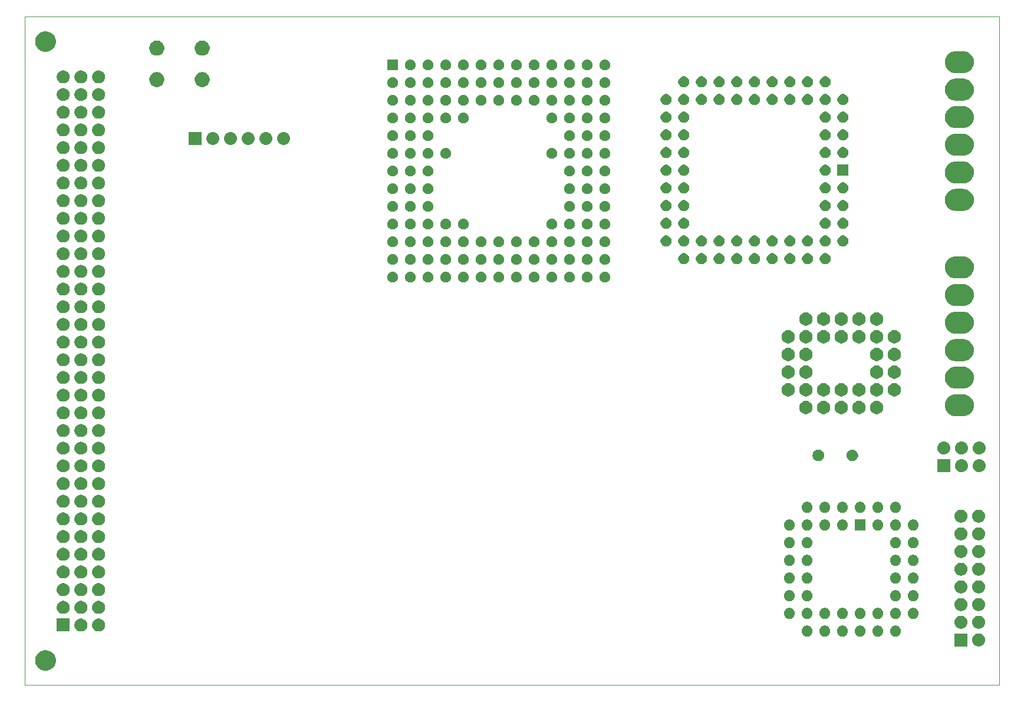
<source format=gbr>
%TF.GenerationSoftware,KiCad,Pcbnew,5.0.1-33cea8e~68~ubuntu18.04.1*%
%TF.CreationDate,2018-11-03T23:21:10-04:00*%
%TF.ProjectId,C68,4336382E6B696361645F706362000000,rev?*%
%TF.SameCoordinates,Original*%
%TF.FileFunction,Soldermask,Bot*%
%TF.FilePolarity,Negative*%
%FSLAX46Y46*%
G04 Gerber Fmt 4.6, Leading zero omitted, Abs format (unit mm)*
G04 Created by KiCad (PCBNEW 5.0.1-33cea8e~68~ubuntu18.04.1) date Sat 03 Nov 2018 11:21:10 PM EDT*
%MOMM*%
%LPD*%
G01*
G04 APERTURE LIST*
%ADD10C,0.050000*%
%ADD11C,0.150000*%
G04 APERTURE END LIST*
D10*
X174500000Y-123500000D02*
X174500000Y-27500000D01*
X34500000Y-123500000D02*
X174500000Y-123500000D01*
X34500000Y-27500000D02*
X34500000Y-123500000D01*
X174500000Y-27500000D02*
X34500000Y-27500000D01*
D11*
G36*
X37931699Y-118526875D02*
X38201042Y-118638440D01*
X38443448Y-118800411D01*
X38649589Y-119006552D01*
X38811560Y-119248958D01*
X38923125Y-119518301D01*
X38980000Y-119804231D01*
X38980000Y-120095769D01*
X38923125Y-120381699D01*
X38811560Y-120651042D01*
X38649589Y-120893448D01*
X38443448Y-121099589D01*
X38201042Y-121261560D01*
X37931699Y-121373125D01*
X37645769Y-121430000D01*
X37354231Y-121430000D01*
X37068301Y-121373125D01*
X36798958Y-121261560D01*
X36556552Y-121099589D01*
X36350411Y-120893448D01*
X36188440Y-120651042D01*
X36076875Y-120381699D01*
X36020000Y-120095769D01*
X36020000Y-119804231D01*
X36076875Y-119518301D01*
X36188440Y-119248958D01*
X36350411Y-119006552D01*
X36556552Y-118800411D01*
X36798958Y-118638440D01*
X37068301Y-118526875D01*
X37354231Y-118470000D01*
X37645769Y-118470000D01*
X37931699Y-118526875D01*
X37931699Y-118526875D01*
G37*
G36*
X171613006Y-116072691D02*
X171722312Y-116083457D01*
X171897617Y-116136636D01*
X172059180Y-116222992D01*
X172200791Y-116339209D01*
X172317008Y-116480820D01*
X172403364Y-116642383D01*
X172456543Y-116817688D01*
X172474499Y-117000000D01*
X172456543Y-117182312D01*
X172403364Y-117357617D01*
X172317008Y-117519180D01*
X172200791Y-117660791D01*
X172059180Y-117777008D01*
X171897617Y-117863364D01*
X171722312Y-117916543D01*
X171613006Y-117927309D01*
X171585681Y-117930000D01*
X171494319Y-117930000D01*
X171466994Y-117927309D01*
X171357688Y-117916543D01*
X171182383Y-117863364D01*
X171020820Y-117777008D01*
X170879209Y-117660791D01*
X170762992Y-117519180D01*
X170676636Y-117357617D01*
X170623457Y-117182312D01*
X170605501Y-117000000D01*
X170623457Y-116817688D01*
X170676636Y-116642383D01*
X170762992Y-116480820D01*
X170879209Y-116339209D01*
X171020820Y-116222992D01*
X171182383Y-116136636D01*
X171357688Y-116083457D01*
X171466994Y-116072691D01*
X171494319Y-116070000D01*
X171585681Y-116070000D01*
X171613006Y-116072691D01*
X171613006Y-116072691D01*
G37*
G36*
X169930000Y-117930000D02*
X168070000Y-117930000D01*
X168070000Y-116070000D01*
X169930000Y-116070000D01*
X169930000Y-117930000D01*
X169930000Y-117930000D01*
G37*
G36*
X157270782Y-114979205D02*
X157414774Y-115038848D01*
X157544363Y-115125437D01*
X157654563Y-115235637D01*
X157741152Y-115365226D01*
X157800795Y-115509218D01*
X157831200Y-115662072D01*
X157831200Y-115817928D01*
X157800795Y-115970782D01*
X157741152Y-116114774D01*
X157654563Y-116244363D01*
X157544363Y-116354563D01*
X157414774Y-116441152D01*
X157270782Y-116500795D01*
X157117928Y-116531200D01*
X156962072Y-116531200D01*
X156809218Y-116500795D01*
X156665226Y-116441152D01*
X156535637Y-116354563D01*
X156425437Y-116244363D01*
X156338848Y-116114774D01*
X156279205Y-115970782D01*
X156248800Y-115817928D01*
X156248800Y-115662072D01*
X156279205Y-115509218D01*
X156338848Y-115365226D01*
X156425437Y-115235637D01*
X156535637Y-115125437D01*
X156665226Y-115038848D01*
X156809218Y-114979205D01*
X156962072Y-114948800D01*
X157117928Y-114948800D01*
X157270782Y-114979205D01*
X157270782Y-114979205D01*
G37*
G36*
X159810782Y-114979205D02*
X159954774Y-115038848D01*
X160084363Y-115125437D01*
X160194563Y-115235637D01*
X160281152Y-115365226D01*
X160340795Y-115509218D01*
X160371200Y-115662072D01*
X160371200Y-115817928D01*
X160340795Y-115970782D01*
X160281152Y-116114774D01*
X160194563Y-116244363D01*
X160084363Y-116354563D01*
X159954774Y-116441152D01*
X159810782Y-116500795D01*
X159657928Y-116531200D01*
X159502072Y-116531200D01*
X159349218Y-116500795D01*
X159205226Y-116441152D01*
X159075637Y-116354563D01*
X158965437Y-116244363D01*
X158878848Y-116114774D01*
X158819205Y-115970782D01*
X158788800Y-115817928D01*
X158788800Y-115662072D01*
X158819205Y-115509218D01*
X158878848Y-115365226D01*
X158965437Y-115235637D01*
X159075637Y-115125437D01*
X159205226Y-115038848D01*
X159349218Y-114979205D01*
X159502072Y-114948800D01*
X159657928Y-114948800D01*
X159810782Y-114979205D01*
X159810782Y-114979205D01*
G37*
G36*
X147110782Y-114979205D02*
X147254774Y-115038848D01*
X147384363Y-115125437D01*
X147494563Y-115235637D01*
X147581152Y-115365226D01*
X147640795Y-115509218D01*
X147671200Y-115662072D01*
X147671200Y-115817928D01*
X147640795Y-115970782D01*
X147581152Y-116114774D01*
X147494563Y-116244363D01*
X147384363Y-116354563D01*
X147254774Y-116441152D01*
X147110782Y-116500795D01*
X146957928Y-116531200D01*
X146802072Y-116531200D01*
X146649218Y-116500795D01*
X146505226Y-116441152D01*
X146375637Y-116354563D01*
X146265437Y-116244363D01*
X146178848Y-116114774D01*
X146119205Y-115970782D01*
X146088800Y-115817928D01*
X146088800Y-115662072D01*
X146119205Y-115509218D01*
X146178848Y-115365226D01*
X146265437Y-115235637D01*
X146375637Y-115125437D01*
X146505226Y-115038848D01*
X146649218Y-114979205D01*
X146802072Y-114948800D01*
X146957928Y-114948800D01*
X147110782Y-114979205D01*
X147110782Y-114979205D01*
G37*
G36*
X149650782Y-114979205D02*
X149794774Y-115038848D01*
X149924363Y-115125437D01*
X150034563Y-115235637D01*
X150121152Y-115365226D01*
X150180795Y-115509218D01*
X150211200Y-115662072D01*
X150211200Y-115817928D01*
X150180795Y-115970782D01*
X150121152Y-116114774D01*
X150034563Y-116244363D01*
X149924363Y-116354563D01*
X149794774Y-116441152D01*
X149650782Y-116500795D01*
X149497928Y-116531200D01*
X149342072Y-116531200D01*
X149189218Y-116500795D01*
X149045226Y-116441152D01*
X148915637Y-116354563D01*
X148805437Y-116244363D01*
X148718848Y-116114774D01*
X148659205Y-115970782D01*
X148628800Y-115817928D01*
X148628800Y-115662072D01*
X148659205Y-115509218D01*
X148718848Y-115365226D01*
X148805437Y-115235637D01*
X148915637Y-115125437D01*
X149045226Y-115038848D01*
X149189218Y-114979205D01*
X149342072Y-114948800D01*
X149497928Y-114948800D01*
X149650782Y-114979205D01*
X149650782Y-114979205D01*
G37*
G36*
X152190782Y-114979205D02*
X152334774Y-115038848D01*
X152464363Y-115125437D01*
X152574563Y-115235637D01*
X152661152Y-115365226D01*
X152720795Y-115509218D01*
X152751200Y-115662072D01*
X152751200Y-115817928D01*
X152720795Y-115970782D01*
X152661152Y-116114774D01*
X152574563Y-116244363D01*
X152464363Y-116354563D01*
X152334774Y-116441152D01*
X152190782Y-116500795D01*
X152037928Y-116531200D01*
X151882072Y-116531200D01*
X151729218Y-116500795D01*
X151585226Y-116441152D01*
X151455637Y-116354563D01*
X151345437Y-116244363D01*
X151258848Y-116114774D01*
X151199205Y-115970782D01*
X151168800Y-115817928D01*
X151168800Y-115662072D01*
X151199205Y-115509218D01*
X151258848Y-115365226D01*
X151345437Y-115235637D01*
X151455637Y-115125437D01*
X151585226Y-115038848D01*
X151729218Y-114979205D01*
X151882072Y-114948800D01*
X152037928Y-114948800D01*
X152190782Y-114979205D01*
X152190782Y-114979205D01*
G37*
G36*
X154730782Y-114979205D02*
X154874774Y-115038848D01*
X155004363Y-115125437D01*
X155114563Y-115235637D01*
X155201152Y-115365226D01*
X155260795Y-115509218D01*
X155291200Y-115662072D01*
X155291200Y-115817928D01*
X155260795Y-115970782D01*
X155201152Y-116114774D01*
X155114563Y-116244363D01*
X155004363Y-116354563D01*
X154874774Y-116441152D01*
X154730782Y-116500795D01*
X154577928Y-116531200D01*
X154422072Y-116531200D01*
X154269218Y-116500795D01*
X154125226Y-116441152D01*
X153995637Y-116354563D01*
X153885437Y-116244363D01*
X153798848Y-116114774D01*
X153739205Y-115970782D01*
X153708800Y-115817928D01*
X153708800Y-115662072D01*
X153739205Y-115509218D01*
X153798848Y-115365226D01*
X153885437Y-115235637D01*
X153995637Y-115125437D01*
X154125226Y-115038848D01*
X154269218Y-114979205D01*
X154422072Y-114948800D01*
X154577928Y-114948800D01*
X154730782Y-114979205D01*
X154730782Y-114979205D01*
G37*
G36*
X45215730Y-113940822D02*
X45391271Y-113975739D01*
X45461376Y-114004778D01*
X45560519Y-114045844D01*
X45560520Y-114045845D01*
X45712841Y-114147622D01*
X45842378Y-114277159D01*
X45910229Y-114378706D01*
X45944156Y-114429481D01*
X46014261Y-114598730D01*
X46050000Y-114778402D01*
X46050000Y-114961598D01*
X46034634Y-115038848D01*
X46017411Y-115125437D01*
X46014261Y-115141270D01*
X45944156Y-115310519D01*
X45944155Y-115310520D01*
X45842378Y-115462841D01*
X45712841Y-115592378D01*
X45611294Y-115660229D01*
X45560519Y-115694156D01*
X45461376Y-115735222D01*
X45391271Y-115764261D01*
X45301434Y-115782130D01*
X45211598Y-115800000D01*
X45028402Y-115800000D01*
X44938566Y-115782130D01*
X44848729Y-115764261D01*
X44778624Y-115735222D01*
X44679481Y-115694156D01*
X44628706Y-115660229D01*
X44527159Y-115592378D01*
X44397622Y-115462841D01*
X44295845Y-115310520D01*
X44295844Y-115310519D01*
X44225739Y-115141270D01*
X44222590Y-115125437D01*
X44205366Y-115038848D01*
X44190000Y-114961598D01*
X44190000Y-114778402D01*
X44225739Y-114598730D01*
X44295844Y-114429481D01*
X44329771Y-114378706D01*
X44397622Y-114277159D01*
X44527159Y-114147622D01*
X44679480Y-114045845D01*
X44679481Y-114045844D01*
X44778624Y-114004778D01*
X44848729Y-113975739D01*
X45024270Y-113940822D01*
X45028402Y-113940000D01*
X45211598Y-113940000D01*
X45215730Y-113940822D01*
X45215730Y-113940822D01*
G37*
G36*
X42675730Y-113940822D02*
X42851271Y-113975739D01*
X42921376Y-114004778D01*
X43020519Y-114045844D01*
X43020520Y-114045845D01*
X43172841Y-114147622D01*
X43302378Y-114277159D01*
X43370229Y-114378706D01*
X43404156Y-114429481D01*
X43474261Y-114598730D01*
X43510000Y-114778402D01*
X43510000Y-114961598D01*
X43494634Y-115038848D01*
X43477411Y-115125437D01*
X43474261Y-115141270D01*
X43404156Y-115310519D01*
X43404155Y-115310520D01*
X43302378Y-115462841D01*
X43172841Y-115592378D01*
X43071294Y-115660229D01*
X43020519Y-115694156D01*
X42921376Y-115735222D01*
X42851271Y-115764261D01*
X42761434Y-115782130D01*
X42671598Y-115800000D01*
X42488402Y-115800000D01*
X42398566Y-115782130D01*
X42308729Y-115764261D01*
X42238624Y-115735222D01*
X42139481Y-115694156D01*
X42088706Y-115660229D01*
X41987159Y-115592378D01*
X41857622Y-115462841D01*
X41755845Y-115310520D01*
X41755844Y-115310519D01*
X41685739Y-115141270D01*
X41682590Y-115125437D01*
X41665366Y-115038848D01*
X41650000Y-114961598D01*
X41650000Y-114778402D01*
X41685739Y-114598730D01*
X41755844Y-114429481D01*
X41789771Y-114378706D01*
X41857622Y-114277159D01*
X41987159Y-114147622D01*
X42139480Y-114045845D01*
X42139481Y-114045844D01*
X42238624Y-114004778D01*
X42308729Y-113975739D01*
X42484270Y-113940822D01*
X42488402Y-113940000D01*
X42671598Y-113940000D01*
X42675730Y-113940822D01*
X42675730Y-113940822D01*
G37*
G36*
X40970000Y-115800000D02*
X39110000Y-115800000D01*
X39110000Y-113940000D01*
X40970000Y-113940000D01*
X40970000Y-115800000D01*
X40970000Y-115800000D01*
G37*
G36*
X171613006Y-113532691D02*
X171722312Y-113543457D01*
X171897617Y-113596636D01*
X172059180Y-113682992D01*
X172200791Y-113799209D01*
X172317008Y-113940820D01*
X172403364Y-114102383D01*
X172456543Y-114277688D01*
X172474499Y-114460000D01*
X172456543Y-114642312D01*
X172403364Y-114817617D01*
X172317008Y-114979180D01*
X172200791Y-115120791D01*
X172059180Y-115237008D01*
X171897617Y-115323364D01*
X171722312Y-115376543D01*
X171613006Y-115387309D01*
X171585681Y-115390000D01*
X171494319Y-115390000D01*
X171466994Y-115387309D01*
X171357688Y-115376543D01*
X171182383Y-115323364D01*
X171020820Y-115237008D01*
X170879209Y-115120791D01*
X170762992Y-114979180D01*
X170676636Y-114817617D01*
X170623457Y-114642312D01*
X170605501Y-114460000D01*
X170623457Y-114277688D01*
X170676636Y-114102383D01*
X170762992Y-113940820D01*
X170879209Y-113799209D01*
X171020820Y-113682992D01*
X171182383Y-113596636D01*
X171357688Y-113543457D01*
X171466994Y-113532691D01*
X171494319Y-113530000D01*
X171585681Y-113530000D01*
X171613006Y-113532691D01*
X171613006Y-113532691D01*
G37*
G36*
X169073006Y-113532691D02*
X169182312Y-113543457D01*
X169357617Y-113596636D01*
X169519180Y-113682992D01*
X169660791Y-113799209D01*
X169777008Y-113940820D01*
X169863364Y-114102383D01*
X169916543Y-114277688D01*
X169934499Y-114460000D01*
X169916543Y-114642312D01*
X169863364Y-114817617D01*
X169777008Y-114979180D01*
X169660791Y-115120791D01*
X169519180Y-115237008D01*
X169357617Y-115323364D01*
X169182312Y-115376543D01*
X169073006Y-115387309D01*
X169045681Y-115390000D01*
X168954319Y-115390000D01*
X168926994Y-115387309D01*
X168817688Y-115376543D01*
X168642383Y-115323364D01*
X168480820Y-115237008D01*
X168339209Y-115120791D01*
X168222992Y-114979180D01*
X168136636Y-114817617D01*
X168083457Y-114642312D01*
X168065501Y-114460000D01*
X168083457Y-114277688D01*
X168136636Y-114102383D01*
X168222992Y-113940820D01*
X168339209Y-113799209D01*
X168480820Y-113682992D01*
X168642383Y-113596636D01*
X168817688Y-113543457D01*
X168926994Y-113532691D01*
X168954319Y-113530000D01*
X169045681Y-113530000D01*
X169073006Y-113532691D01*
X169073006Y-113532691D01*
G37*
G36*
X162350782Y-112439205D02*
X162494774Y-112498848D01*
X162624363Y-112585437D01*
X162734563Y-112695637D01*
X162821152Y-112825226D01*
X162880795Y-112969218D01*
X162911200Y-113122072D01*
X162911200Y-113277928D01*
X162880795Y-113430782D01*
X162821152Y-113574774D01*
X162734563Y-113704363D01*
X162624363Y-113814563D01*
X162494774Y-113901152D01*
X162350782Y-113960795D01*
X162197928Y-113991200D01*
X162042072Y-113991200D01*
X161889218Y-113960795D01*
X161745226Y-113901152D01*
X161615637Y-113814563D01*
X161505437Y-113704363D01*
X161418848Y-113574774D01*
X161359205Y-113430782D01*
X161328800Y-113277928D01*
X161328800Y-113122072D01*
X161359205Y-112969218D01*
X161418848Y-112825226D01*
X161505437Y-112695637D01*
X161615637Y-112585437D01*
X161745226Y-112498848D01*
X161889218Y-112439205D01*
X162042072Y-112408800D01*
X162197928Y-112408800D01*
X162350782Y-112439205D01*
X162350782Y-112439205D01*
G37*
G36*
X159810782Y-112439205D02*
X159954774Y-112498848D01*
X160084363Y-112585437D01*
X160194563Y-112695637D01*
X160281152Y-112825226D01*
X160340795Y-112969218D01*
X160371200Y-113122072D01*
X160371200Y-113277928D01*
X160340795Y-113430782D01*
X160281152Y-113574774D01*
X160194563Y-113704363D01*
X160084363Y-113814563D01*
X159954774Y-113901152D01*
X159810782Y-113960795D01*
X159657928Y-113991200D01*
X159502072Y-113991200D01*
X159349218Y-113960795D01*
X159205226Y-113901152D01*
X159075637Y-113814563D01*
X158965437Y-113704363D01*
X158878848Y-113574774D01*
X158819205Y-113430782D01*
X158788800Y-113277928D01*
X158788800Y-113122072D01*
X158819205Y-112969218D01*
X158878848Y-112825226D01*
X158965437Y-112695637D01*
X159075637Y-112585437D01*
X159205226Y-112498848D01*
X159349218Y-112439205D01*
X159502072Y-112408800D01*
X159657928Y-112408800D01*
X159810782Y-112439205D01*
X159810782Y-112439205D01*
G37*
G36*
X144570782Y-112439205D02*
X144714774Y-112498848D01*
X144844363Y-112585437D01*
X144954563Y-112695637D01*
X145041152Y-112825226D01*
X145100795Y-112969218D01*
X145131200Y-113122072D01*
X145131200Y-113277928D01*
X145100795Y-113430782D01*
X145041152Y-113574774D01*
X144954563Y-113704363D01*
X144844363Y-113814563D01*
X144714774Y-113901152D01*
X144570782Y-113960795D01*
X144417928Y-113991200D01*
X144262072Y-113991200D01*
X144109218Y-113960795D01*
X143965226Y-113901152D01*
X143835637Y-113814563D01*
X143725437Y-113704363D01*
X143638848Y-113574774D01*
X143579205Y-113430782D01*
X143548800Y-113277928D01*
X143548800Y-113122072D01*
X143579205Y-112969218D01*
X143638848Y-112825226D01*
X143725437Y-112695637D01*
X143835637Y-112585437D01*
X143965226Y-112498848D01*
X144109218Y-112439205D01*
X144262072Y-112408800D01*
X144417928Y-112408800D01*
X144570782Y-112439205D01*
X144570782Y-112439205D01*
G37*
G36*
X147110782Y-112439205D02*
X147254774Y-112498848D01*
X147384363Y-112585437D01*
X147494563Y-112695637D01*
X147581152Y-112825226D01*
X147640795Y-112969218D01*
X147671200Y-113122072D01*
X147671200Y-113277928D01*
X147640795Y-113430782D01*
X147581152Y-113574774D01*
X147494563Y-113704363D01*
X147384363Y-113814563D01*
X147254774Y-113901152D01*
X147110782Y-113960795D01*
X146957928Y-113991200D01*
X146802072Y-113991200D01*
X146649218Y-113960795D01*
X146505226Y-113901152D01*
X146375637Y-113814563D01*
X146265437Y-113704363D01*
X146178848Y-113574774D01*
X146119205Y-113430782D01*
X146088800Y-113277928D01*
X146088800Y-113122072D01*
X146119205Y-112969218D01*
X146178848Y-112825226D01*
X146265437Y-112695637D01*
X146375637Y-112585437D01*
X146505226Y-112498848D01*
X146649218Y-112439205D01*
X146802072Y-112408800D01*
X146957928Y-112408800D01*
X147110782Y-112439205D01*
X147110782Y-112439205D01*
G37*
G36*
X149650782Y-112439205D02*
X149794774Y-112498848D01*
X149924363Y-112585437D01*
X150034563Y-112695637D01*
X150121152Y-112825226D01*
X150180795Y-112969218D01*
X150211200Y-113122072D01*
X150211200Y-113277928D01*
X150180795Y-113430782D01*
X150121152Y-113574774D01*
X150034563Y-113704363D01*
X149924363Y-113814563D01*
X149794774Y-113901152D01*
X149650782Y-113960795D01*
X149497928Y-113991200D01*
X149342072Y-113991200D01*
X149189218Y-113960795D01*
X149045226Y-113901152D01*
X148915637Y-113814563D01*
X148805437Y-113704363D01*
X148718848Y-113574774D01*
X148659205Y-113430782D01*
X148628800Y-113277928D01*
X148628800Y-113122072D01*
X148659205Y-112969218D01*
X148718848Y-112825226D01*
X148805437Y-112695637D01*
X148915637Y-112585437D01*
X149045226Y-112498848D01*
X149189218Y-112439205D01*
X149342072Y-112408800D01*
X149497928Y-112408800D01*
X149650782Y-112439205D01*
X149650782Y-112439205D01*
G37*
G36*
X152190782Y-112439205D02*
X152334774Y-112498848D01*
X152464363Y-112585437D01*
X152574563Y-112695637D01*
X152661152Y-112825226D01*
X152720795Y-112969218D01*
X152751200Y-113122072D01*
X152751200Y-113277928D01*
X152720795Y-113430782D01*
X152661152Y-113574774D01*
X152574563Y-113704363D01*
X152464363Y-113814563D01*
X152334774Y-113901152D01*
X152190782Y-113960795D01*
X152037928Y-113991200D01*
X151882072Y-113991200D01*
X151729218Y-113960795D01*
X151585226Y-113901152D01*
X151455637Y-113814563D01*
X151345437Y-113704363D01*
X151258848Y-113574774D01*
X151199205Y-113430782D01*
X151168800Y-113277928D01*
X151168800Y-113122072D01*
X151199205Y-112969218D01*
X151258848Y-112825226D01*
X151345437Y-112695637D01*
X151455637Y-112585437D01*
X151585226Y-112498848D01*
X151729218Y-112439205D01*
X151882072Y-112408800D01*
X152037928Y-112408800D01*
X152190782Y-112439205D01*
X152190782Y-112439205D01*
G37*
G36*
X154730782Y-112439205D02*
X154874774Y-112498848D01*
X155004363Y-112585437D01*
X155114563Y-112695637D01*
X155201152Y-112825226D01*
X155260795Y-112969218D01*
X155291200Y-113122072D01*
X155291200Y-113277928D01*
X155260795Y-113430782D01*
X155201152Y-113574774D01*
X155114563Y-113704363D01*
X155004363Y-113814563D01*
X154874774Y-113901152D01*
X154730782Y-113960795D01*
X154577928Y-113991200D01*
X154422072Y-113991200D01*
X154269218Y-113960795D01*
X154125226Y-113901152D01*
X153995637Y-113814563D01*
X153885437Y-113704363D01*
X153798848Y-113574774D01*
X153739205Y-113430782D01*
X153708800Y-113277928D01*
X153708800Y-113122072D01*
X153739205Y-112969218D01*
X153798848Y-112825226D01*
X153885437Y-112695637D01*
X153995637Y-112585437D01*
X154125226Y-112498848D01*
X154269218Y-112439205D01*
X154422072Y-112408800D01*
X154577928Y-112408800D01*
X154730782Y-112439205D01*
X154730782Y-112439205D01*
G37*
G36*
X157270782Y-112439205D02*
X157414774Y-112498848D01*
X157544363Y-112585437D01*
X157654563Y-112695637D01*
X157741152Y-112825226D01*
X157800795Y-112969218D01*
X157831200Y-113122072D01*
X157831200Y-113277928D01*
X157800795Y-113430782D01*
X157741152Y-113574774D01*
X157654563Y-113704363D01*
X157544363Y-113814563D01*
X157414774Y-113901152D01*
X157270782Y-113960795D01*
X157117928Y-113991200D01*
X156962072Y-113991200D01*
X156809218Y-113960795D01*
X156665226Y-113901152D01*
X156535637Y-113814563D01*
X156425437Y-113704363D01*
X156338848Y-113574774D01*
X156279205Y-113430782D01*
X156248800Y-113277928D01*
X156248800Y-113122072D01*
X156279205Y-112969218D01*
X156338848Y-112825226D01*
X156425437Y-112695637D01*
X156535637Y-112585437D01*
X156665226Y-112498848D01*
X156809218Y-112439205D01*
X156962072Y-112408800D01*
X157117928Y-112408800D01*
X157270782Y-112439205D01*
X157270782Y-112439205D01*
G37*
G36*
X42675730Y-111400822D02*
X42851271Y-111435739D01*
X42921376Y-111464778D01*
X43020519Y-111505844D01*
X43020520Y-111505845D01*
X43172841Y-111607622D01*
X43302378Y-111737159D01*
X43370229Y-111838706D01*
X43404156Y-111889481D01*
X43474261Y-112058730D01*
X43510000Y-112238402D01*
X43510000Y-112421598D01*
X43494634Y-112498848D01*
X43477411Y-112585437D01*
X43474261Y-112601270D01*
X43404156Y-112770519D01*
X43404155Y-112770520D01*
X43302378Y-112922841D01*
X43172841Y-113052378D01*
X43071294Y-113120229D01*
X43020519Y-113154156D01*
X42921376Y-113195222D01*
X42851271Y-113224261D01*
X42761434Y-113242130D01*
X42671598Y-113260000D01*
X42488402Y-113260000D01*
X42398566Y-113242130D01*
X42308729Y-113224261D01*
X42238624Y-113195222D01*
X42139481Y-113154156D01*
X42088706Y-113120229D01*
X41987159Y-113052378D01*
X41857622Y-112922841D01*
X41755845Y-112770520D01*
X41755844Y-112770519D01*
X41685739Y-112601270D01*
X41682590Y-112585437D01*
X41665366Y-112498848D01*
X41650000Y-112421598D01*
X41650000Y-112238402D01*
X41685739Y-112058730D01*
X41755844Y-111889481D01*
X41789771Y-111838706D01*
X41857622Y-111737159D01*
X41987159Y-111607622D01*
X42139480Y-111505845D01*
X42139481Y-111505844D01*
X42238624Y-111464778D01*
X42308729Y-111435739D01*
X42484270Y-111400822D01*
X42488402Y-111400000D01*
X42671598Y-111400000D01*
X42675730Y-111400822D01*
X42675730Y-111400822D01*
G37*
G36*
X40135730Y-111400822D02*
X40311271Y-111435739D01*
X40381376Y-111464778D01*
X40480519Y-111505844D01*
X40480520Y-111505845D01*
X40632841Y-111607622D01*
X40762378Y-111737159D01*
X40830229Y-111838706D01*
X40864156Y-111889481D01*
X40934261Y-112058730D01*
X40970000Y-112238402D01*
X40970000Y-112421598D01*
X40954634Y-112498848D01*
X40937411Y-112585437D01*
X40934261Y-112601270D01*
X40864156Y-112770519D01*
X40864155Y-112770520D01*
X40762378Y-112922841D01*
X40632841Y-113052378D01*
X40531294Y-113120229D01*
X40480519Y-113154156D01*
X40381376Y-113195222D01*
X40311271Y-113224261D01*
X40221434Y-113242130D01*
X40131598Y-113260000D01*
X39948402Y-113260000D01*
X39858566Y-113242130D01*
X39768729Y-113224261D01*
X39698624Y-113195222D01*
X39599481Y-113154156D01*
X39548706Y-113120229D01*
X39447159Y-113052378D01*
X39317622Y-112922841D01*
X39215845Y-112770520D01*
X39215844Y-112770519D01*
X39145739Y-112601270D01*
X39142590Y-112585437D01*
X39125366Y-112498848D01*
X39110000Y-112421598D01*
X39110000Y-112238402D01*
X39145739Y-112058730D01*
X39215844Y-111889481D01*
X39249771Y-111838706D01*
X39317622Y-111737159D01*
X39447159Y-111607622D01*
X39599480Y-111505845D01*
X39599481Y-111505844D01*
X39698624Y-111464778D01*
X39768729Y-111435739D01*
X39944270Y-111400822D01*
X39948402Y-111400000D01*
X40131598Y-111400000D01*
X40135730Y-111400822D01*
X40135730Y-111400822D01*
G37*
G36*
X45215730Y-111400822D02*
X45391271Y-111435739D01*
X45461376Y-111464778D01*
X45560519Y-111505844D01*
X45560520Y-111505845D01*
X45712841Y-111607622D01*
X45842378Y-111737159D01*
X45910229Y-111838706D01*
X45944156Y-111889481D01*
X46014261Y-112058730D01*
X46050000Y-112238402D01*
X46050000Y-112421598D01*
X46034634Y-112498848D01*
X46017411Y-112585437D01*
X46014261Y-112601270D01*
X45944156Y-112770519D01*
X45944155Y-112770520D01*
X45842378Y-112922841D01*
X45712841Y-113052378D01*
X45611294Y-113120229D01*
X45560519Y-113154156D01*
X45461376Y-113195222D01*
X45391271Y-113224261D01*
X45301434Y-113242130D01*
X45211598Y-113260000D01*
X45028402Y-113260000D01*
X44938566Y-113242130D01*
X44848729Y-113224261D01*
X44778624Y-113195222D01*
X44679481Y-113154156D01*
X44628706Y-113120229D01*
X44527159Y-113052378D01*
X44397622Y-112922841D01*
X44295845Y-112770520D01*
X44295844Y-112770519D01*
X44225739Y-112601270D01*
X44222590Y-112585437D01*
X44205366Y-112498848D01*
X44190000Y-112421598D01*
X44190000Y-112238402D01*
X44225739Y-112058730D01*
X44295844Y-111889481D01*
X44329771Y-111838706D01*
X44397622Y-111737159D01*
X44527159Y-111607622D01*
X44679480Y-111505845D01*
X44679481Y-111505844D01*
X44778624Y-111464778D01*
X44848729Y-111435739D01*
X45024270Y-111400822D01*
X45028402Y-111400000D01*
X45211598Y-111400000D01*
X45215730Y-111400822D01*
X45215730Y-111400822D01*
G37*
G36*
X171613006Y-110992691D02*
X171722312Y-111003457D01*
X171897617Y-111056636D01*
X172059180Y-111142992D01*
X172200791Y-111259209D01*
X172317008Y-111400820D01*
X172403364Y-111562383D01*
X172456543Y-111737688D01*
X172474499Y-111920000D01*
X172456543Y-112102312D01*
X172403364Y-112277617D01*
X172317008Y-112439180D01*
X172200791Y-112580791D01*
X172059180Y-112697008D01*
X171897617Y-112783364D01*
X171722312Y-112836543D01*
X171613006Y-112847309D01*
X171585681Y-112850000D01*
X171494319Y-112850000D01*
X171466994Y-112847309D01*
X171357688Y-112836543D01*
X171182383Y-112783364D01*
X171020820Y-112697008D01*
X170879209Y-112580791D01*
X170762992Y-112439180D01*
X170676636Y-112277617D01*
X170623457Y-112102312D01*
X170605501Y-111920000D01*
X170623457Y-111737688D01*
X170676636Y-111562383D01*
X170762992Y-111400820D01*
X170879209Y-111259209D01*
X171020820Y-111142992D01*
X171182383Y-111056636D01*
X171357688Y-111003457D01*
X171466994Y-110992691D01*
X171494319Y-110990000D01*
X171585681Y-110990000D01*
X171613006Y-110992691D01*
X171613006Y-110992691D01*
G37*
G36*
X169073006Y-110992691D02*
X169182312Y-111003457D01*
X169357617Y-111056636D01*
X169519180Y-111142992D01*
X169660791Y-111259209D01*
X169777008Y-111400820D01*
X169863364Y-111562383D01*
X169916543Y-111737688D01*
X169934499Y-111920000D01*
X169916543Y-112102312D01*
X169863364Y-112277617D01*
X169777008Y-112439180D01*
X169660791Y-112580791D01*
X169519180Y-112697008D01*
X169357617Y-112783364D01*
X169182312Y-112836543D01*
X169073006Y-112847309D01*
X169045681Y-112850000D01*
X168954319Y-112850000D01*
X168926994Y-112847309D01*
X168817688Y-112836543D01*
X168642383Y-112783364D01*
X168480820Y-112697008D01*
X168339209Y-112580791D01*
X168222992Y-112439180D01*
X168136636Y-112277617D01*
X168083457Y-112102312D01*
X168065501Y-111920000D01*
X168083457Y-111737688D01*
X168136636Y-111562383D01*
X168222992Y-111400820D01*
X168339209Y-111259209D01*
X168480820Y-111142992D01*
X168642383Y-111056636D01*
X168817688Y-111003457D01*
X168926994Y-110992691D01*
X168954319Y-110990000D01*
X169045681Y-110990000D01*
X169073006Y-110992691D01*
X169073006Y-110992691D01*
G37*
G36*
X147110782Y-109899205D02*
X147254774Y-109958848D01*
X147384363Y-110045437D01*
X147494563Y-110155637D01*
X147581152Y-110285226D01*
X147640795Y-110429218D01*
X147671200Y-110582072D01*
X147671200Y-110737928D01*
X147640795Y-110890782D01*
X147581152Y-111034774D01*
X147494563Y-111164363D01*
X147384363Y-111274563D01*
X147254774Y-111361152D01*
X147110782Y-111420795D01*
X146957928Y-111451200D01*
X146802072Y-111451200D01*
X146649218Y-111420795D01*
X146505226Y-111361152D01*
X146375637Y-111274563D01*
X146265437Y-111164363D01*
X146178848Y-111034774D01*
X146119205Y-110890782D01*
X146088800Y-110737928D01*
X146088800Y-110582072D01*
X146119205Y-110429218D01*
X146178848Y-110285226D01*
X146265437Y-110155637D01*
X146375637Y-110045437D01*
X146505226Y-109958848D01*
X146649218Y-109899205D01*
X146802072Y-109868800D01*
X146957928Y-109868800D01*
X147110782Y-109899205D01*
X147110782Y-109899205D01*
G37*
G36*
X144570782Y-109899205D02*
X144714774Y-109958848D01*
X144844363Y-110045437D01*
X144954563Y-110155637D01*
X145041152Y-110285226D01*
X145100795Y-110429218D01*
X145131200Y-110582072D01*
X145131200Y-110737928D01*
X145100795Y-110890782D01*
X145041152Y-111034774D01*
X144954563Y-111164363D01*
X144844363Y-111274563D01*
X144714774Y-111361152D01*
X144570782Y-111420795D01*
X144417928Y-111451200D01*
X144262072Y-111451200D01*
X144109218Y-111420795D01*
X143965226Y-111361152D01*
X143835637Y-111274563D01*
X143725437Y-111164363D01*
X143638848Y-111034774D01*
X143579205Y-110890782D01*
X143548800Y-110737928D01*
X143548800Y-110582072D01*
X143579205Y-110429218D01*
X143638848Y-110285226D01*
X143725437Y-110155637D01*
X143835637Y-110045437D01*
X143965226Y-109958848D01*
X144109218Y-109899205D01*
X144262072Y-109868800D01*
X144417928Y-109868800D01*
X144570782Y-109899205D01*
X144570782Y-109899205D01*
G37*
G36*
X162350782Y-109899205D02*
X162494774Y-109958848D01*
X162624363Y-110045437D01*
X162734563Y-110155637D01*
X162821152Y-110285226D01*
X162880795Y-110429218D01*
X162911200Y-110582072D01*
X162911200Y-110737928D01*
X162880795Y-110890782D01*
X162821152Y-111034774D01*
X162734563Y-111164363D01*
X162624363Y-111274563D01*
X162494774Y-111361152D01*
X162350782Y-111420795D01*
X162197928Y-111451200D01*
X162042072Y-111451200D01*
X161889218Y-111420795D01*
X161745226Y-111361152D01*
X161615637Y-111274563D01*
X161505437Y-111164363D01*
X161418848Y-111034774D01*
X161359205Y-110890782D01*
X161328800Y-110737928D01*
X161328800Y-110582072D01*
X161359205Y-110429218D01*
X161418848Y-110285226D01*
X161505437Y-110155637D01*
X161615637Y-110045437D01*
X161745226Y-109958848D01*
X161889218Y-109899205D01*
X162042072Y-109868800D01*
X162197928Y-109868800D01*
X162350782Y-109899205D01*
X162350782Y-109899205D01*
G37*
G36*
X159810782Y-109899205D02*
X159954774Y-109958848D01*
X160084363Y-110045437D01*
X160194563Y-110155637D01*
X160281152Y-110285226D01*
X160340795Y-110429218D01*
X160371200Y-110582072D01*
X160371200Y-110737928D01*
X160340795Y-110890782D01*
X160281152Y-111034774D01*
X160194563Y-111164363D01*
X160084363Y-111274563D01*
X159954774Y-111361152D01*
X159810782Y-111420795D01*
X159657928Y-111451200D01*
X159502072Y-111451200D01*
X159349218Y-111420795D01*
X159205226Y-111361152D01*
X159075637Y-111274563D01*
X158965437Y-111164363D01*
X158878848Y-111034774D01*
X158819205Y-110890782D01*
X158788800Y-110737928D01*
X158788800Y-110582072D01*
X158819205Y-110429218D01*
X158878848Y-110285226D01*
X158965437Y-110155637D01*
X159075637Y-110045437D01*
X159205226Y-109958848D01*
X159349218Y-109899205D01*
X159502072Y-109868800D01*
X159657928Y-109868800D01*
X159810782Y-109899205D01*
X159810782Y-109899205D01*
G37*
G36*
X45215730Y-108860822D02*
X45391271Y-108895739D01*
X45461376Y-108924778D01*
X45560519Y-108965844D01*
X45560520Y-108965845D01*
X45712841Y-109067622D01*
X45842378Y-109197159D01*
X45910229Y-109298706D01*
X45944156Y-109349481D01*
X46014261Y-109518730D01*
X46050000Y-109698402D01*
X46050000Y-109881598D01*
X46034634Y-109958848D01*
X46017411Y-110045437D01*
X46014261Y-110061270D01*
X45944156Y-110230519D01*
X45944155Y-110230520D01*
X45842378Y-110382841D01*
X45712841Y-110512378D01*
X45611294Y-110580229D01*
X45560519Y-110614156D01*
X45461376Y-110655222D01*
X45391271Y-110684261D01*
X45301434Y-110702131D01*
X45211598Y-110720000D01*
X45028402Y-110720000D01*
X44938566Y-110702131D01*
X44848729Y-110684261D01*
X44778624Y-110655222D01*
X44679481Y-110614156D01*
X44628706Y-110580229D01*
X44527159Y-110512378D01*
X44397622Y-110382841D01*
X44295845Y-110230520D01*
X44295844Y-110230519D01*
X44225739Y-110061270D01*
X44222590Y-110045437D01*
X44205366Y-109958848D01*
X44190000Y-109881598D01*
X44190000Y-109698402D01*
X44225739Y-109518730D01*
X44295844Y-109349481D01*
X44329771Y-109298706D01*
X44397622Y-109197159D01*
X44527159Y-109067622D01*
X44679480Y-108965845D01*
X44679481Y-108965844D01*
X44778624Y-108924778D01*
X44848729Y-108895739D01*
X45024270Y-108860822D01*
X45028402Y-108860000D01*
X45211598Y-108860000D01*
X45215730Y-108860822D01*
X45215730Y-108860822D01*
G37*
G36*
X40135730Y-108860822D02*
X40311271Y-108895739D01*
X40381376Y-108924778D01*
X40480519Y-108965844D01*
X40480520Y-108965845D01*
X40632841Y-109067622D01*
X40762378Y-109197159D01*
X40830229Y-109298706D01*
X40864156Y-109349481D01*
X40934261Y-109518730D01*
X40970000Y-109698402D01*
X40970000Y-109881598D01*
X40954634Y-109958848D01*
X40937411Y-110045437D01*
X40934261Y-110061270D01*
X40864156Y-110230519D01*
X40864155Y-110230520D01*
X40762378Y-110382841D01*
X40632841Y-110512378D01*
X40531294Y-110580229D01*
X40480519Y-110614156D01*
X40381376Y-110655222D01*
X40311271Y-110684261D01*
X40221434Y-110702131D01*
X40131598Y-110720000D01*
X39948402Y-110720000D01*
X39858566Y-110702131D01*
X39768729Y-110684261D01*
X39698624Y-110655222D01*
X39599481Y-110614156D01*
X39548706Y-110580229D01*
X39447159Y-110512378D01*
X39317622Y-110382841D01*
X39215845Y-110230520D01*
X39215844Y-110230519D01*
X39145739Y-110061270D01*
X39142590Y-110045437D01*
X39125366Y-109958848D01*
X39110000Y-109881598D01*
X39110000Y-109698402D01*
X39145739Y-109518730D01*
X39215844Y-109349481D01*
X39249771Y-109298706D01*
X39317622Y-109197159D01*
X39447159Y-109067622D01*
X39599480Y-108965845D01*
X39599481Y-108965844D01*
X39698624Y-108924778D01*
X39768729Y-108895739D01*
X39944270Y-108860822D01*
X39948402Y-108860000D01*
X40131598Y-108860000D01*
X40135730Y-108860822D01*
X40135730Y-108860822D01*
G37*
G36*
X42675730Y-108860822D02*
X42851271Y-108895739D01*
X42921376Y-108924778D01*
X43020519Y-108965844D01*
X43020520Y-108965845D01*
X43172841Y-109067622D01*
X43302378Y-109197159D01*
X43370229Y-109298706D01*
X43404156Y-109349481D01*
X43474261Y-109518730D01*
X43510000Y-109698402D01*
X43510000Y-109881598D01*
X43494634Y-109958848D01*
X43477411Y-110045437D01*
X43474261Y-110061270D01*
X43404156Y-110230519D01*
X43404155Y-110230520D01*
X43302378Y-110382841D01*
X43172841Y-110512378D01*
X43071294Y-110580229D01*
X43020519Y-110614156D01*
X42921376Y-110655222D01*
X42851271Y-110684261D01*
X42761434Y-110702131D01*
X42671598Y-110720000D01*
X42488402Y-110720000D01*
X42398566Y-110702131D01*
X42308729Y-110684261D01*
X42238624Y-110655222D01*
X42139481Y-110614156D01*
X42088706Y-110580229D01*
X41987159Y-110512378D01*
X41857622Y-110382841D01*
X41755845Y-110230520D01*
X41755844Y-110230519D01*
X41685739Y-110061270D01*
X41682590Y-110045437D01*
X41665366Y-109958848D01*
X41650000Y-109881598D01*
X41650000Y-109698402D01*
X41685739Y-109518730D01*
X41755844Y-109349481D01*
X41789771Y-109298706D01*
X41857622Y-109197159D01*
X41987159Y-109067622D01*
X42139480Y-108965845D01*
X42139481Y-108965844D01*
X42238624Y-108924778D01*
X42308729Y-108895739D01*
X42484270Y-108860822D01*
X42488402Y-108860000D01*
X42671598Y-108860000D01*
X42675730Y-108860822D01*
X42675730Y-108860822D01*
G37*
G36*
X171613006Y-108452691D02*
X171722312Y-108463457D01*
X171897617Y-108516636D01*
X172059180Y-108602992D01*
X172200791Y-108719209D01*
X172317008Y-108860820D01*
X172403364Y-109022383D01*
X172456543Y-109197688D01*
X172474499Y-109380000D01*
X172456543Y-109562312D01*
X172403364Y-109737617D01*
X172317008Y-109899180D01*
X172200791Y-110040791D01*
X172059180Y-110157008D01*
X171897617Y-110243364D01*
X171722312Y-110296543D01*
X171613006Y-110307309D01*
X171585681Y-110310000D01*
X171494319Y-110310000D01*
X171466994Y-110307309D01*
X171357688Y-110296543D01*
X171182383Y-110243364D01*
X171020820Y-110157008D01*
X170879209Y-110040791D01*
X170762992Y-109899180D01*
X170676636Y-109737617D01*
X170623457Y-109562312D01*
X170605501Y-109380000D01*
X170623457Y-109197688D01*
X170676636Y-109022383D01*
X170762992Y-108860820D01*
X170879209Y-108719209D01*
X171020820Y-108602992D01*
X171182383Y-108516636D01*
X171357688Y-108463457D01*
X171466994Y-108452691D01*
X171494319Y-108450000D01*
X171585681Y-108450000D01*
X171613006Y-108452691D01*
X171613006Y-108452691D01*
G37*
G36*
X169073006Y-108452691D02*
X169182312Y-108463457D01*
X169357617Y-108516636D01*
X169519180Y-108602992D01*
X169660791Y-108719209D01*
X169777008Y-108860820D01*
X169863364Y-109022383D01*
X169916543Y-109197688D01*
X169934499Y-109380000D01*
X169916543Y-109562312D01*
X169863364Y-109737617D01*
X169777008Y-109899180D01*
X169660791Y-110040791D01*
X169519180Y-110157008D01*
X169357617Y-110243364D01*
X169182312Y-110296543D01*
X169073006Y-110307309D01*
X169045681Y-110310000D01*
X168954319Y-110310000D01*
X168926994Y-110307309D01*
X168817688Y-110296543D01*
X168642383Y-110243364D01*
X168480820Y-110157008D01*
X168339209Y-110040791D01*
X168222992Y-109899180D01*
X168136636Y-109737617D01*
X168083457Y-109562312D01*
X168065501Y-109380000D01*
X168083457Y-109197688D01*
X168136636Y-109022383D01*
X168222992Y-108860820D01*
X168339209Y-108719209D01*
X168480820Y-108602992D01*
X168642383Y-108516636D01*
X168817688Y-108463457D01*
X168926994Y-108452691D01*
X168954319Y-108450000D01*
X169045681Y-108450000D01*
X169073006Y-108452691D01*
X169073006Y-108452691D01*
G37*
G36*
X147110782Y-107359205D02*
X147254774Y-107418848D01*
X147384363Y-107505437D01*
X147494563Y-107615637D01*
X147581152Y-107745226D01*
X147640795Y-107889218D01*
X147671200Y-108042072D01*
X147671200Y-108197928D01*
X147640795Y-108350782D01*
X147581152Y-108494774D01*
X147494563Y-108624363D01*
X147384363Y-108734563D01*
X147254774Y-108821152D01*
X147110782Y-108880795D01*
X146957928Y-108911200D01*
X146802072Y-108911200D01*
X146649218Y-108880795D01*
X146505226Y-108821152D01*
X146375637Y-108734563D01*
X146265437Y-108624363D01*
X146178848Y-108494774D01*
X146119205Y-108350782D01*
X146088800Y-108197928D01*
X146088800Y-108042072D01*
X146119205Y-107889218D01*
X146178848Y-107745226D01*
X146265437Y-107615637D01*
X146375637Y-107505437D01*
X146505226Y-107418848D01*
X146649218Y-107359205D01*
X146802072Y-107328800D01*
X146957928Y-107328800D01*
X147110782Y-107359205D01*
X147110782Y-107359205D01*
G37*
G36*
X162350782Y-107359205D02*
X162494774Y-107418848D01*
X162624363Y-107505437D01*
X162734563Y-107615637D01*
X162821152Y-107745226D01*
X162880795Y-107889218D01*
X162911200Y-108042072D01*
X162911200Y-108197928D01*
X162880795Y-108350782D01*
X162821152Y-108494774D01*
X162734563Y-108624363D01*
X162624363Y-108734563D01*
X162494774Y-108821152D01*
X162350782Y-108880795D01*
X162197928Y-108911200D01*
X162042072Y-108911200D01*
X161889218Y-108880795D01*
X161745226Y-108821152D01*
X161615637Y-108734563D01*
X161505437Y-108624363D01*
X161418848Y-108494774D01*
X161359205Y-108350782D01*
X161328800Y-108197928D01*
X161328800Y-108042072D01*
X161359205Y-107889218D01*
X161418848Y-107745226D01*
X161505437Y-107615637D01*
X161615637Y-107505437D01*
X161745226Y-107418848D01*
X161889218Y-107359205D01*
X162042072Y-107328800D01*
X162197928Y-107328800D01*
X162350782Y-107359205D01*
X162350782Y-107359205D01*
G37*
G36*
X144570782Y-107359205D02*
X144714774Y-107418848D01*
X144844363Y-107505437D01*
X144954563Y-107615637D01*
X145041152Y-107745226D01*
X145100795Y-107889218D01*
X145131200Y-108042072D01*
X145131200Y-108197928D01*
X145100795Y-108350782D01*
X145041152Y-108494774D01*
X144954563Y-108624363D01*
X144844363Y-108734563D01*
X144714774Y-108821152D01*
X144570782Y-108880795D01*
X144417928Y-108911200D01*
X144262072Y-108911200D01*
X144109218Y-108880795D01*
X143965226Y-108821152D01*
X143835637Y-108734563D01*
X143725437Y-108624363D01*
X143638848Y-108494774D01*
X143579205Y-108350782D01*
X143548800Y-108197928D01*
X143548800Y-108042072D01*
X143579205Y-107889218D01*
X143638848Y-107745226D01*
X143725437Y-107615637D01*
X143835637Y-107505437D01*
X143965226Y-107418848D01*
X144109218Y-107359205D01*
X144262072Y-107328800D01*
X144417928Y-107328800D01*
X144570782Y-107359205D01*
X144570782Y-107359205D01*
G37*
G36*
X159810782Y-107359205D02*
X159954774Y-107418848D01*
X160084363Y-107505437D01*
X160194563Y-107615637D01*
X160281152Y-107745226D01*
X160340795Y-107889218D01*
X160371200Y-108042072D01*
X160371200Y-108197928D01*
X160340795Y-108350782D01*
X160281152Y-108494774D01*
X160194563Y-108624363D01*
X160084363Y-108734563D01*
X159954774Y-108821152D01*
X159810782Y-108880795D01*
X159657928Y-108911200D01*
X159502072Y-108911200D01*
X159349218Y-108880795D01*
X159205226Y-108821152D01*
X159075637Y-108734563D01*
X158965437Y-108624363D01*
X158878848Y-108494774D01*
X158819205Y-108350782D01*
X158788800Y-108197928D01*
X158788800Y-108042072D01*
X158819205Y-107889218D01*
X158878848Y-107745226D01*
X158965437Y-107615637D01*
X159075637Y-107505437D01*
X159205226Y-107418848D01*
X159349218Y-107359205D01*
X159502072Y-107328800D01*
X159657928Y-107328800D01*
X159810782Y-107359205D01*
X159810782Y-107359205D01*
G37*
G36*
X40135730Y-106320822D02*
X40311271Y-106355739D01*
X40381376Y-106384778D01*
X40480519Y-106425844D01*
X40480520Y-106425845D01*
X40632841Y-106527622D01*
X40762378Y-106657159D01*
X40830229Y-106758706D01*
X40864156Y-106809481D01*
X40934261Y-106978730D01*
X40970000Y-107158402D01*
X40970000Y-107341598D01*
X40954634Y-107418848D01*
X40937411Y-107505437D01*
X40934261Y-107521270D01*
X40864156Y-107690519D01*
X40864155Y-107690520D01*
X40762378Y-107842841D01*
X40632841Y-107972378D01*
X40531294Y-108040229D01*
X40480519Y-108074156D01*
X40381376Y-108115222D01*
X40311271Y-108144261D01*
X40221434Y-108162130D01*
X40131598Y-108180000D01*
X39948402Y-108180000D01*
X39858566Y-108162130D01*
X39768729Y-108144261D01*
X39698624Y-108115222D01*
X39599481Y-108074156D01*
X39548706Y-108040229D01*
X39447159Y-107972378D01*
X39317622Y-107842841D01*
X39215845Y-107690520D01*
X39215844Y-107690519D01*
X39145739Y-107521270D01*
X39142590Y-107505437D01*
X39125366Y-107418848D01*
X39110000Y-107341598D01*
X39110000Y-107158402D01*
X39145739Y-106978730D01*
X39215844Y-106809481D01*
X39249771Y-106758706D01*
X39317622Y-106657159D01*
X39447159Y-106527622D01*
X39599480Y-106425845D01*
X39599481Y-106425844D01*
X39698624Y-106384778D01*
X39768729Y-106355739D01*
X39944270Y-106320822D01*
X39948402Y-106320000D01*
X40131598Y-106320000D01*
X40135730Y-106320822D01*
X40135730Y-106320822D01*
G37*
G36*
X42675730Y-106320822D02*
X42851271Y-106355739D01*
X42921376Y-106384778D01*
X43020519Y-106425844D01*
X43020520Y-106425845D01*
X43172841Y-106527622D01*
X43302378Y-106657159D01*
X43370229Y-106758706D01*
X43404156Y-106809481D01*
X43474261Y-106978730D01*
X43510000Y-107158402D01*
X43510000Y-107341598D01*
X43494634Y-107418848D01*
X43477411Y-107505437D01*
X43474261Y-107521270D01*
X43404156Y-107690519D01*
X43404155Y-107690520D01*
X43302378Y-107842841D01*
X43172841Y-107972378D01*
X43071294Y-108040229D01*
X43020519Y-108074156D01*
X42921376Y-108115222D01*
X42851271Y-108144261D01*
X42761434Y-108162130D01*
X42671598Y-108180000D01*
X42488402Y-108180000D01*
X42398566Y-108162130D01*
X42308729Y-108144261D01*
X42238624Y-108115222D01*
X42139481Y-108074156D01*
X42088706Y-108040229D01*
X41987159Y-107972378D01*
X41857622Y-107842841D01*
X41755845Y-107690520D01*
X41755844Y-107690519D01*
X41685739Y-107521270D01*
X41682590Y-107505437D01*
X41665366Y-107418848D01*
X41650000Y-107341598D01*
X41650000Y-107158402D01*
X41685739Y-106978730D01*
X41755844Y-106809481D01*
X41789771Y-106758706D01*
X41857622Y-106657159D01*
X41987159Y-106527622D01*
X42139480Y-106425845D01*
X42139481Y-106425844D01*
X42238624Y-106384778D01*
X42308729Y-106355739D01*
X42484270Y-106320822D01*
X42488402Y-106320000D01*
X42671598Y-106320000D01*
X42675730Y-106320822D01*
X42675730Y-106320822D01*
G37*
G36*
X45215730Y-106320822D02*
X45391271Y-106355739D01*
X45461376Y-106384778D01*
X45560519Y-106425844D01*
X45560520Y-106425845D01*
X45712841Y-106527622D01*
X45842378Y-106657159D01*
X45910229Y-106758706D01*
X45944156Y-106809481D01*
X46014261Y-106978730D01*
X46050000Y-107158402D01*
X46050000Y-107341598D01*
X46034634Y-107418848D01*
X46017411Y-107505437D01*
X46014261Y-107521270D01*
X45944156Y-107690519D01*
X45944155Y-107690520D01*
X45842378Y-107842841D01*
X45712841Y-107972378D01*
X45611294Y-108040229D01*
X45560519Y-108074156D01*
X45461376Y-108115222D01*
X45391271Y-108144261D01*
X45301434Y-108162130D01*
X45211598Y-108180000D01*
X45028402Y-108180000D01*
X44938566Y-108162130D01*
X44848729Y-108144261D01*
X44778624Y-108115222D01*
X44679481Y-108074156D01*
X44628706Y-108040229D01*
X44527159Y-107972378D01*
X44397622Y-107842841D01*
X44295845Y-107690520D01*
X44295844Y-107690519D01*
X44225739Y-107521270D01*
X44222590Y-107505437D01*
X44205366Y-107418848D01*
X44190000Y-107341598D01*
X44190000Y-107158402D01*
X44225739Y-106978730D01*
X44295844Y-106809481D01*
X44329771Y-106758706D01*
X44397622Y-106657159D01*
X44527159Y-106527622D01*
X44679480Y-106425845D01*
X44679481Y-106425844D01*
X44778624Y-106384778D01*
X44848729Y-106355739D01*
X45024270Y-106320822D01*
X45028402Y-106320000D01*
X45211598Y-106320000D01*
X45215730Y-106320822D01*
X45215730Y-106320822D01*
G37*
G36*
X169073006Y-105912691D02*
X169182312Y-105923457D01*
X169357617Y-105976636D01*
X169519180Y-106062992D01*
X169660791Y-106179209D01*
X169777008Y-106320820D01*
X169863364Y-106482383D01*
X169916543Y-106657688D01*
X169934499Y-106840000D01*
X169916543Y-107022312D01*
X169863364Y-107197617D01*
X169777008Y-107359180D01*
X169660791Y-107500791D01*
X169519180Y-107617008D01*
X169357617Y-107703364D01*
X169182312Y-107756543D01*
X169073006Y-107767309D01*
X169045681Y-107770000D01*
X168954319Y-107770000D01*
X168926994Y-107767309D01*
X168817688Y-107756543D01*
X168642383Y-107703364D01*
X168480820Y-107617008D01*
X168339209Y-107500791D01*
X168222992Y-107359180D01*
X168136636Y-107197617D01*
X168083457Y-107022312D01*
X168065501Y-106840000D01*
X168083457Y-106657688D01*
X168136636Y-106482383D01*
X168222992Y-106320820D01*
X168339209Y-106179209D01*
X168480820Y-106062992D01*
X168642383Y-105976636D01*
X168817688Y-105923457D01*
X168926994Y-105912691D01*
X168954319Y-105910000D01*
X169045681Y-105910000D01*
X169073006Y-105912691D01*
X169073006Y-105912691D01*
G37*
G36*
X171613006Y-105912691D02*
X171722312Y-105923457D01*
X171897617Y-105976636D01*
X172059180Y-106062992D01*
X172200791Y-106179209D01*
X172317008Y-106320820D01*
X172403364Y-106482383D01*
X172456543Y-106657688D01*
X172474499Y-106840000D01*
X172456543Y-107022312D01*
X172403364Y-107197617D01*
X172317008Y-107359180D01*
X172200791Y-107500791D01*
X172059180Y-107617008D01*
X171897617Y-107703364D01*
X171722312Y-107756543D01*
X171613006Y-107767309D01*
X171585681Y-107770000D01*
X171494319Y-107770000D01*
X171466994Y-107767309D01*
X171357688Y-107756543D01*
X171182383Y-107703364D01*
X171020820Y-107617008D01*
X170879209Y-107500791D01*
X170762992Y-107359180D01*
X170676636Y-107197617D01*
X170623457Y-107022312D01*
X170605501Y-106840000D01*
X170623457Y-106657688D01*
X170676636Y-106482383D01*
X170762992Y-106320820D01*
X170879209Y-106179209D01*
X171020820Y-106062992D01*
X171182383Y-105976636D01*
X171357688Y-105923457D01*
X171466994Y-105912691D01*
X171494319Y-105910000D01*
X171585681Y-105910000D01*
X171613006Y-105912691D01*
X171613006Y-105912691D01*
G37*
G36*
X144570782Y-104819205D02*
X144714774Y-104878848D01*
X144844363Y-104965437D01*
X144954563Y-105075637D01*
X145041152Y-105205226D01*
X145100795Y-105349218D01*
X145131200Y-105502072D01*
X145131200Y-105657928D01*
X145100795Y-105810782D01*
X145041152Y-105954774D01*
X144954563Y-106084363D01*
X144844363Y-106194563D01*
X144714774Y-106281152D01*
X144570782Y-106340795D01*
X144417928Y-106371200D01*
X144262072Y-106371200D01*
X144109218Y-106340795D01*
X143965226Y-106281152D01*
X143835637Y-106194563D01*
X143725437Y-106084363D01*
X143638848Y-105954774D01*
X143579205Y-105810782D01*
X143548800Y-105657928D01*
X143548800Y-105502072D01*
X143579205Y-105349218D01*
X143638848Y-105205226D01*
X143725437Y-105075637D01*
X143835637Y-104965437D01*
X143965226Y-104878848D01*
X144109218Y-104819205D01*
X144262072Y-104788800D01*
X144417928Y-104788800D01*
X144570782Y-104819205D01*
X144570782Y-104819205D01*
G37*
G36*
X162350782Y-104819205D02*
X162494774Y-104878848D01*
X162624363Y-104965437D01*
X162734563Y-105075637D01*
X162821152Y-105205226D01*
X162880795Y-105349218D01*
X162911200Y-105502072D01*
X162911200Y-105657928D01*
X162880795Y-105810782D01*
X162821152Y-105954774D01*
X162734563Y-106084363D01*
X162624363Y-106194563D01*
X162494774Y-106281152D01*
X162350782Y-106340795D01*
X162197928Y-106371200D01*
X162042072Y-106371200D01*
X161889218Y-106340795D01*
X161745226Y-106281152D01*
X161615637Y-106194563D01*
X161505437Y-106084363D01*
X161418848Y-105954774D01*
X161359205Y-105810782D01*
X161328800Y-105657928D01*
X161328800Y-105502072D01*
X161359205Y-105349218D01*
X161418848Y-105205226D01*
X161505437Y-105075637D01*
X161615637Y-104965437D01*
X161745226Y-104878848D01*
X161889218Y-104819205D01*
X162042072Y-104788800D01*
X162197928Y-104788800D01*
X162350782Y-104819205D01*
X162350782Y-104819205D01*
G37*
G36*
X159810782Y-104819205D02*
X159954774Y-104878848D01*
X160084363Y-104965437D01*
X160194563Y-105075637D01*
X160281152Y-105205226D01*
X160340795Y-105349218D01*
X160371200Y-105502072D01*
X160371200Y-105657928D01*
X160340795Y-105810782D01*
X160281152Y-105954774D01*
X160194563Y-106084363D01*
X160084363Y-106194563D01*
X159954774Y-106281152D01*
X159810782Y-106340795D01*
X159657928Y-106371200D01*
X159502072Y-106371200D01*
X159349218Y-106340795D01*
X159205226Y-106281152D01*
X159075637Y-106194563D01*
X158965437Y-106084363D01*
X158878848Y-105954774D01*
X158819205Y-105810782D01*
X158788800Y-105657928D01*
X158788800Y-105502072D01*
X158819205Y-105349218D01*
X158878848Y-105205226D01*
X158965437Y-105075637D01*
X159075637Y-104965437D01*
X159205226Y-104878848D01*
X159349218Y-104819205D01*
X159502072Y-104788800D01*
X159657928Y-104788800D01*
X159810782Y-104819205D01*
X159810782Y-104819205D01*
G37*
G36*
X147110782Y-104819205D02*
X147254774Y-104878848D01*
X147384363Y-104965437D01*
X147494563Y-105075637D01*
X147581152Y-105205226D01*
X147640795Y-105349218D01*
X147671200Y-105502072D01*
X147671200Y-105657928D01*
X147640795Y-105810782D01*
X147581152Y-105954774D01*
X147494563Y-106084363D01*
X147384363Y-106194563D01*
X147254774Y-106281152D01*
X147110782Y-106340795D01*
X146957928Y-106371200D01*
X146802072Y-106371200D01*
X146649218Y-106340795D01*
X146505226Y-106281152D01*
X146375637Y-106194563D01*
X146265437Y-106084363D01*
X146178848Y-105954774D01*
X146119205Y-105810782D01*
X146088800Y-105657928D01*
X146088800Y-105502072D01*
X146119205Y-105349218D01*
X146178848Y-105205226D01*
X146265437Y-105075637D01*
X146375637Y-104965437D01*
X146505226Y-104878848D01*
X146649218Y-104819205D01*
X146802072Y-104788800D01*
X146957928Y-104788800D01*
X147110782Y-104819205D01*
X147110782Y-104819205D01*
G37*
G36*
X40135730Y-103780822D02*
X40311271Y-103815739D01*
X40381376Y-103844778D01*
X40480519Y-103885844D01*
X40480520Y-103885845D01*
X40632841Y-103987622D01*
X40762378Y-104117159D01*
X40830229Y-104218706D01*
X40864156Y-104269481D01*
X40934261Y-104438730D01*
X40970000Y-104618402D01*
X40970000Y-104801598D01*
X40954634Y-104878848D01*
X40937411Y-104965437D01*
X40934261Y-104981270D01*
X40864156Y-105150519D01*
X40864155Y-105150520D01*
X40762378Y-105302841D01*
X40632841Y-105432378D01*
X40531294Y-105500229D01*
X40480519Y-105534156D01*
X40381376Y-105575222D01*
X40311271Y-105604261D01*
X40221434Y-105622131D01*
X40131598Y-105640000D01*
X39948402Y-105640000D01*
X39858566Y-105622131D01*
X39768729Y-105604261D01*
X39698624Y-105575222D01*
X39599481Y-105534156D01*
X39548706Y-105500229D01*
X39447159Y-105432378D01*
X39317622Y-105302841D01*
X39215845Y-105150520D01*
X39215844Y-105150519D01*
X39145739Y-104981270D01*
X39142590Y-104965437D01*
X39125366Y-104878848D01*
X39110000Y-104801598D01*
X39110000Y-104618402D01*
X39145739Y-104438730D01*
X39215844Y-104269481D01*
X39249771Y-104218706D01*
X39317622Y-104117159D01*
X39447159Y-103987622D01*
X39599480Y-103885845D01*
X39599481Y-103885844D01*
X39698624Y-103844778D01*
X39768729Y-103815739D01*
X39944270Y-103780822D01*
X39948402Y-103780000D01*
X40131598Y-103780000D01*
X40135730Y-103780822D01*
X40135730Y-103780822D01*
G37*
G36*
X42675730Y-103780822D02*
X42851271Y-103815739D01*
X42921376Y-103844778D01*
X43020519Y-103885844D01*
X43020520Y-103885845D01*
X43172841Y-103987622D01*
X43302378Y-104117159D01*
X43370229Y-104218706D01*
X43404156Y-104269481D01*
X43474261Y-104438730D01*
X43510000Y-104618402D01*
X43510000Y-104801598D01*
X43494634Y-104878848D01*
X43477411Y-104965437D01*
X43474261Y-104981270D01*
X43404156Y-105150519D01*
X43404155Y-105150520D01*
X43302378Y-105302841D01*
X43172841Y-105432378D01*
X43071294Y-105500229D01*
X43020519Y-105534156D01*
X42921376Y-105575222D01*
X42851271Y-105604261D01*
X42761434Y-105622131D01*
X42671598Y-105640000D01*
X42488402Y-105640000D01*
X42398566Y-105622131D01*
X42308729Y-105604261D01*
X42238624Y-105575222D01*
X42139481Y-105534156D01*
X42088706Y-105500229D01*
X41987159Y-105432378D01*
X41857622Y-105302841D01*
X41755845Y-105150520D01*
X41755844Y-105150519D01*
X41685739Y-104981270D01*
X41682590Y-104965437D01*
X41665366Y-104878848D01*
X41650000Y-104801598D01*
X41650000Y-104618402D01*
X41685739Y-104438730D01*
X41755844Y-104269481D01*
X41789771Y-104218706D01*
X41857622Y-104117159D01*
X41987159Y-103987622D01*
X42139480Y-103885845D01*
X42139481Y-103885844D01*
X42238624Y-103844778D01*
X42308729Y-103815739D01*
X42484270Y-103780822D01*
X42488402Y-103780000D01*
X42671598Y-103780000D01*
X42675730Y-103780822D01*
X42675730Y-103780822D01*
G37*
G36*
X45215730Y-103780822D02*
X45391271Y-103815739D01*
X45461376Y-103844778D01*
X45560519Y-103885844D01*
X45560520Y-103885845D01*
X45712841Y-103987622D01*
X45842378Y-104117159D01*
X45910229Y-104218706D01*
X45944156Y-104269481D01*
X46014261Y-104438730D01*
X46050000Y-104618402D01*
X46050000Y-104801598D01*
X46034634Y-104878848D01*
X46017411Y-104965437D01*
X46014261Y-104981270D01*
X45944156Y-105150519D01*
X45944155Y-105150520D01*
X45842378Y-105302841D01*
X45712841Y-105432378D01*
X45611294Y-105500229D01*
X45560519Y-105534156D01*
X45461376Y-105575222D01*
X45391271Y-105604261D01*
X45301434Y-105622131D01*
X45211598Y-105640000D01*
X45028402Y-105640000D01*
X44938566Y-105622131D01*
X44848729Y-105604261D01*
X44778624Y-105575222D01*
X44679481Y-105534156D01*
X44628706Y-105500229D01*
X44527159Y-105432378D01*
X44397622Y-105302841D01*
X44295845Y-105150520D01*
X44295844Y-105150519D01*
X44225739Y-104981270D01*
X44222590Y-104965437D01*
X44205366Y-104878848D01*
X44190000Y-104801598D01*
X44190000Y-104618402D01*
X44225739Y-104438730D01*
X44295844Y-104269481D01*
X44329771Y-104218706D01*
X44397622Y-104117159D01*
X44527159Y-103987622D01*
X44679480Y-103885845D01*
X44679481Y-103885844D01*
X44778624Y-103844778D01*
X44848729Y-103815739D01*
X45024270Y-103780822D01*
X45028402Y-103780000D01*
X45211598Y-103780000D01*
X45215730Y-103780822D01*
X45215730Y-103780822D01*
G37*
G36*
X171613006Y-103372691D02*
X171722312Y-103383457D01*
X171897617Y-103436636D01*
X172059180Y-103522992D01*
X172200791Y-103639209D01*
X172317008Y-103780820D01*
X172403364Y-103942383D01*
X172456543Y-104117688D01*
X172474499Y-104300000D01*
X172456543Y-104482312D01*
X172403364Y-104657617D01*
X172317008Y-104819180D01*
X172200791Y-104960791D01*
X172059180Y-105077008D01*
X171897617Y-105163364D01*
X171722312Y-105216543D01*
X171613006Y-105227309D01*
X171585681Y-105230000D01*
X171494319Y-105230000D01*
X171466994Y-105227309D01*
X171357688Y-105216543D01*
X171182383Y-105163364D01*
X171020820Y-105077008D01*
X170879209Y-104960791D01*
X170762992Y-104819180D01*
X170676636Y-104657617D01*
X170623457Y-104482312D01*
X170605501Y-104300000D01*
X170623457Y-104117688D01*
X170676636Y-103942383D01*
X170762992Y-103780820D01*
X170879209Y-103639209D01*
X171020820Y-103522992D01*
X171182383Y-103436636D01*
X171357688Y-103383457D01*
X171466994Y-103372691D01*
X171494319Y-103370000D01*
X171585681Y-103370000D01*
X171613006Y-103372691D01*
X171613006Y-103372691D01*
G37*
G36*
X169073006Y-103372691D02*
X169182312Y-103383457D01*
X169357617Y-103436636D01*
X169519180Y-103522992D01*
X169660791Y-103639209D01*
X169777008Y-103780820D01*
X169863364Y-103942383D01*
X169916543Y-104117688D01*
X169934499Y-104300000D01*
X169916543Y-104482312D01*
X169863364Y-104657617D01*
X169777008Y-104819180D01*
X169660791Y-104960791D01*
X169519180Y-105077008D01*
X169357617Y-105163364D01*
X169182312Y-105216543D01*
X169073006Y-105227309D01*
X169045681Y-105230000D01*
X168954319Y-105230000D01*
X168926994Y-105227309D01*
X168817688Y-105216543D01*
X168642383Y-105163364D01*
X168480820Y-105077008D01*
X168339209Y-104960791D01*
X168222992Y-104819180D01*
X168136636Y-104657617D01*
X168083457Y-104482312D01*
X168065501Y-104300000D01*
X168083457Y-104117688D01*
X168136636Y-103942383D01*
X168222992Y-103780820D01*
X168339209Y-103639209D01*
X168480820Y-103522992D01*
X168642383Y-103436636D01*
X168817688Y-103383457D01*
X168926994Y-103372691D01*
X168954319Y-103370000D01*
X169045681Y-103370000D01*
X169073006Y-103372691D01*
X169073006Y-103372691D01*
G37*
G36*
X159810782Y-102279205D02*
X159954774Y-102338848D01*
X160084363Y-102425437D01*
X160194563Y-102535637D01*
X160281152Y-102665226D01*
X160340795Y-102809218D01*
X160371200Y-102962072D01*
X160371200Y-103117928D01*
X160340795Y-103270782D01*
X160281152Y-103414774D01*
X160194563Y-103544363D01*
X160084363Y-103654563D01*
X159954774Y-103741152D01*
X159810782Y-103800795D01*
X159657928Y-103831200D01*
X159502072Y-103831200D01*
X159349218Y-103800795D01*
X159205226Y-103741152D01*
X159075637Y-103654563D01*
X158965437Y-103544363D01*
X158878848Y-103414774D01*
X158819205Y-103270782D01*
X158788800Y-103117928D01*
X158788800Y-102962072D01*
X158819205Y-102809218D01*
X158878848Y-102665226D01*
X158965437Y-102535637D01*
X159075637Y-102425437D01*
X159205226Y-102338848D01*
X159349218Y-102279205D01*
X159502072Y-102248800D01*
X159657928Y-102248800D01*
X159810782Y-102279205D01*
X159810782Y-102279205D01*
G37*
G36*
X162350782Y-102279205D02*
X162494774Y-102338848D01*
X162624363Y-102425437D01*
X162734563Y-102535637D01*
X162821152Y-102665226D01*
X162880795Y-102809218D01*
X162911200Y-102962072D01*
X162911200Y-103117928D01*
X162880795Y-103270782D01*
X162821152Y-103414774D01*
X162734563Y-103544363D01*
X162624363Y-103654563D01*
X162494774Y-103741152D01*
X162350782Y-103800795D01*
X162197928Y-103831200D01*
X162042072Y-103831200D01*
X161889218Y-103800795D01*
X161745226Y-103741152D01*
X161615637Y-103654563D01*
X161505437Y-103544363D01*
X161418848Y-103414774D01*
X161359205Y-103270782D01*
X161328800Y-103117928D01*
X161328800Y-102962072D01*
X161359205Y-102809218D01*
X161418848Y-102665226D01*
X161505437Y-102535637D01*
X161615637Y-102425437D01*
X161745226Y-102338848D01*
X161889218Y-102279205D01*
X162042072Y-102248800D01*
X162197928Y-102248800D01*
X162350782Y-102279205D01*
X162350782Y-102279205D01*
G37*
G36*
X144570782Y-102279205D02*
X144714774Y-102338848D01*
X144844363Y-102425437D01*
X144954563Y-102535637D01*
X145041152Y-102665226D01*
X145100795Y-102809218D01*
X145131200Y-102962072D01*
X145131200Y-103117928D01*
X145100795Y-103270782D01*
X145041152Y-103414774D01*
X144954563Y-103544363D01*
X144844363Y-103654563D01*
X144714774Y-103741152D01*
X144570782Y-103800795D01*
X144417928Y-103831200D01*
X144262072Y-103831200D01*
X144109218Y-103800795D01*
X143965226Y-103741152D01*
X143835637Y-103654563D01*
X143725437Y-103544363D01*
X143638848Y-103414774D01*
X143579205Y-103270782D01*
X143548800Y-103117928D01*
X143548800Y-102962072D01*
X143579205Y-102809218D01*
X143638848Y-102665226D01*
X143725437Y-102535637D01*
X143835637Y-102425437D01*
X143965226Y-102338848D01*
X144109218Y-102279205D01*
X144262072Y-102248800D01*
X144417928Y-102248800D01*
X144570782Y-102279205D01*
X144570782Y-102279205D01*
G37*
G36*
X147110782Y-102279205D02*
X147254774Y-102338848D01*
X147384363Y-102425437D01*
X147494563Y-102535637D01*
X147581152Y-102665226D01*
X147640795Y-102809218D01*
X147671200Y-102962072D01*
X147671200Y-103117928D01*
X147640795Y-103270782D01*
X147581152Y-103414774D01*
X147494563Y-103544363D01*
X147384363Y-103654563D01*
X147254774Y-103741152D01*
X147110782Y-103800795D01*
X146957928Y-103831200D01*
X146802072Y-103831200D01*
X146649218Y-103800795D01*
X146505226Y-103741152D01*
X146375637Y-103654563D01*
X146265437Y-103544363D01*
X146178848Y-103414774D01*
X146119205Y-103270782D01*
X146088800Y-103117928D01*
X146088800Y-102962072D01*
X146119205Y-102809218D01*
X146178848Y-102665226D01*
X146265437Y-102535637D01*
X146375637Y-102425437D01*
X146505226Y-102338848D01*
X146649218Y-102279205D01*
X146802072Y-102248800D01*
X146957928Y-102248800D01*
X147110782Y-102279205D01*
X147110782Y-102279205D01*
G37*
G36*
X42675730Y-101240822D02*
X42851271Y-101275739D01*
X42921376Y-101304778D01*
X43020519Y-101345844D01*
X43020520Y-101345845D01*
X43172841Y-101447622D01*
X43302378Y-101577159D01*
X43370229Y-101678706D01*
X43404156Y-101729481D01*
X43474261Y-101898730D01*
X43510000Y-102078402D01*
X43510000Y-102261598D01*
X43494634Y-102338848D01*
X43477411Y-102425437D01*
X43474261Y-102441270D01*
X43404156Y-102610519D01*
X43404155Y-102610520D01*
X43302378Y-102762841D01*
X43172841Y-102892378D01*
X43071294Y-102960229D01*
X43020519Y-102994156D01*
X42921376Y-103035222D01*
X42851271Y-103064261D01*
X42761434Y-103082130D01*
X42671598Y-103100000D01*
X42488402Y-103100000D01*
X42398566Y-103082130D01*
X42308729Y-103064261D01*
X42238624Y-103035222D01*
X42139481Y-102994156D01*
X42088706Y-102960229D01*
X41987159Y-102892378D01*
X41857622Y-102762841D01*
X41755845Y-102610520D01*
X41755844Y-102610519D01*
X41685739Y-102441270D01*
X41682590Y-102425437D01*
X41665366Y-102338848D01*
X41650000Y-102261598D01*
X41650000Y-102078402D01*
X41685739Y-101898730D01*
X41755844Y-101729481D01*
X41789771Y-101678706D01*
X41857622Y-101577159D01*
X41987159Y-101447622D01*
X42139480Y-101345845D01*
X42139481Y-101345844D01*
X42238624Y-101304778D01*
X42308729Y-101275739D01*
X42484270Y-101240822D01*
X42488402Y-101240000D01*
X42671598Y-101240000D01*
X42675730Y-101240822D01*
X42675730Y-101240822D01*
G37*
G36*
X40135730Y-101240822D02*
X40311271Y-101275739D01*
X40381376Y-101304778D01*
X40480519Y-101345844D01*
X40480520Y-101345845D01*
X40632841Y-101447622D01*
X40762378Y-101577159D01*
X40830229Y-101678706D01*
X40864156Y-101729481D01*
X40934261Y-101898730D01*
X40970000Y-102078402D01*
X40970000Y-102261598D01*
X40954634Y-102338848D01*
X40937411Y-102425437D01*
X40934261Y-102441270D01*
X40864156Y-102610519D01*
X40864155Y-102610520D01*
X40762378Y-102762841D01*
X40632841Y-102892378D01*
X40531294Y-102960229D01*
X40480519Y-102994156D01*
X40381376Y-103035222D01*
X40311271Y-103064261D01*
X40221434Y-103082130D01*
X40131598Y-103100000D01*
X39948402Y-103100000D01*
X39858566Y-103082130D01*
X39768729Y-103064261D01*
X39698624Y-103035222D01*
X39599481Y-102994156D01*
X39548706Y-102960229D01*
X39447159Y-102892378D01*
X39317622Y-102762841D01*
X39215845Y-102610520D01*
X39215844Y-102610519D01*
X39145739Y-102441270D01*
X39142590Y-102425437D01*
X39125366Y-102338848D01*
X39110000Y-102261598D01*
X39110000Y-102078402D01*
X39145739Y-101898730D01*
X39215844Y-101729481D01*
X39249771Y-101678706D01*
X39317622Y-101577159D01*
X39447159Y-101447622D01*
X39599480Y-101345845D01*
X39599481Y-101345844D01*
X39698624Y-101304778D01*
X39768729Y-101275739D01*
X39944270Y-101240822D01*
X39948402Y-101240000D01*
X40131598Y-101240000D01*
X40135730Y-101240822D01*
X40135730Y-101240822D01*
G37*
G36*
X45215730Y-101240822D02*
X45391271Y-101275739D01*
X45461376Y-101304778D01*
X45560519Y-101345844D01*
X45560520Y-101345845D01*
X45712841Y-101447622D01*
X45842378Y-101577159D01*
X45910229Y-101678706D01*
X45944156Y-101729481D01*
X46014261Y-101898730D01*
X46050000Y-102078402D01*
X46050000Y-102261598D01*
X46034634Y-102338848D01*
X46017411Y-102425437D01*
X46014261Y-102441270D01*
X45944156Y-102610519D01*
X45944155Y-102610520D01*
X45842378Y-102762841D01*
X45712841Y-102892378D01*
X45611294Y-102960229D01*
X45560519Y-102994156D01*
X45461376Y-103035222D01*
X45391271Y-103064261D01*
X45301434Y-103082130D01*
X45211598Y-103100000D01*
X45028402Y-103100000D01*
X44938566Y-103082130D01*
X44848729Y-103064261D01*
X44778624Y-103035222D01*
X44679481Y-102994156D01*
X44628706Y-102960229D01*
X44527159Y-102892378D01*
X44397622Y-102762841D01*
X44295845Y-102610520D01*
X44295844Y-102610519D01*
X44225739Y-102441270D01*
X44222590Y-102425437D01*
X44205366Y-102338848D01*
X44190000Y-102261598D01*
X44190000Y-102078402D01*
X44225739Y-101898730D01*
X44295844Y-101729481D01*
X44329771Y-101678706D01*
X44397622Y-101577159D01*
X44527159Y-101447622D01*
X44679480Y-101345845D01*
X44679481Y-101345844D01*
X44778624Y-101304778D01*
X44848729Y-101275739D01*
X45024270Y-101240822D01*
X45028402Y-101240000D01*
X45211598Y-101240000D01*
X45215730Y-101240822D01*
X45215730Y-101240822D01*
G37*
G36*
X169073006Y-100832691D02*
X169182312Y-100843457D01*
X169357617Y-100896636D01*
X169519180Y-100982992D01*
X169660791Y-101099209D01*
X169777008Y-101240820D01*
X169863364Y-101402383D01*
X169916543Y-101577688D01*
X169934499Y-101760000D01*
X169916543Y-101942312D01*
X169863364Y-102117617D01*
X169777008Y-102279180D01*
X169660791Y-102420791D01*
X169519180Y-102537008D01*
X169357617Y-102623364D01*
X169182312Y-102676543D01*
X169073006Y-102687309D01*
X169045681Y-102690000D01*
X168954319Y-102690000D01*
X168926994Y-102687309D01*
X168817688Y-102676543D01*
X168642383Y-102623364D01*
X168480820Y-102537008D01*
X168339209Y-102420791D01*
X168222992Y-102279180D01*
X168136636Y-102117617D01*
X168083457Y-101942312D01*
X168065501Y-101760000D01*
X168083457Y-101577688D01*
X168136636Y-101402383D01*
X168222992Y-101240820D01*
X168339209Y-101099209D01*
X168480820Y-100982992D01*
X168642383Y-100896636D01*
X168817688Y-100843457D01*
X168926994Y-100832691D01*
X168954319Y-100830000D01*
X169045681Y-100830000D01*
X169073006Y-100832691D01*
X169073006Y-100832691D01*
G37*
G36*
X171613006Y-100832691D02*
X171722312Y-100843457D01*
X171897617Y-100896636D01*
X172059180Y-100982992D01*
X172200791Y-101099209D01*
X172317008Y-101240820D01*
X172403364Y-101402383D01*
X172456543Y-101577688D01*
X172474499Y-101760000D01*
X172456543Y-101942312D01*
X172403364Y-102117617D01*
X172317008Y-102279180D01*
X172200791Y-102420791D01*
X172059180Y-102537008D01*
X171897617Y-102623364D01*
X171722312Y-102676543D01*
X171613006Y-102687309D01*
X171585681Y-102690000D01*
X171494319Y-102690000D01*
X171466994Y-102687309D01*
X171357688Y-102676543D01*
X171182383Y-102623364D01*
X171020820Y-102537008D01*
X170879209Y-102420791D01*
X170762992Y-102279180D01*
X170676636Y-102117617D01*
X170623457Y-101942312D01*
X170605501Y-101760000D01*
X170623457Y-101577688D01*
X170676636Y-101402383D01*
X170762992Y-101240820D01*
X170879209Y-101099209D01*
X171020820Y-100982992D01*
X171182383Y-100896636D01*
X171357688Y-100843457D01*
X171466994Y-100832691D01*
X171494319Y-100830000D01*
X171585681Y-100830000D01*
X171613006Y-100832691D01*
X171613006Y-100832691D01*
G37*
G36*
X157270782Y-99739205D02*
X157414774Y-99798848D01*
X157544363Y-99885437D01*
X157654563Y-99995637D01*
X157741152Y-100125226D01*
X157800795Y-100269218D01*
X157831200Y-100422072D01*
X157831200Y-100577928D01*
X157800795Y-100730782D01*
X157741152Y-100874774D01*
X157654563Y-101004363D01*
X157544363Y-101114563D01*
X157414774Y-101201152D01*
X157270782Y-101260795D01*
X157117928Y-101291200D01*
X156962072Y-101291200D01*
X156809218Y-101260795D01*
X156665226Y-101201152D01*
X156535637Y-101114563D01*
X156425437Y-101004363D01*
X156338848Y-100874774D01*
X156279205Y-100730782D01*
X156248800Y-100577928D01*
X156248800Y-100422072D01*
X156279205Y-100269218D01*
X156338848Y-100125226D01*
X156425437Y-99995637D01*
X156535637Y-99885437D01*
X156665226Y-99798848D01*
X156809218Y-99739205D01*
X156962072Y-99708800D01*
X157117928Y-99708800D01*
X157270782Y-99739205D01*
X157270782Y-99739205D01*
G37*
G36*
X155291200Y-101291200D02*
X153708800Y-101291200D01*
X153708800Y-99708800D01*
X155291200Y-99708800D01*
X155291200Y-101291200D01*
X155291200Y-101291200D01*
G37*
G36*
X152190782Y-99739205D02*
X152334774Y-99798848D01*
X152464363Y-99885437D01*
X152574563Y-99995637D01*
X152661152Y-100125226D01*
X152720795Y-100269218D01*
X152751200Y-100422072D01*
X152751200Y-100577928D01*
X152720795Y-100730782D01*
X152661152Y-100874774D01*
X152574563Y-101004363D01*
X152464363Y-101114563D01*
X152334774Y-101201152D01*
X152190782Y-101260795D01*
X152037928Y-101291200D01*
X151882072Y-101291200D01*
X151729218Y-101260795D01*
X151585226Y-101201152D01*
X151455637Y-101114563D01*
X151345437Y-101004363D01*
X151258848Y-100874774D01*
X151199205Y-100730782D01*
X151168800Y-100577928D01*
X151168800Y-100422072D01*
X151199205Y-100269218D01*
X151258848Y-100125226D01*
X151345437Y-99995637D01*
X151455637Y-99885437D01*
X151585226Y-99798848D01*
X151729218Y-99739205D01*
X151882072Y-99708800D01*
X152037928Y-99708800D01*
X152190782Y-99739205D01*
X152190782Y-99739205D01*
G37*
G36*
X149650782Y-99739205D02*
X149794774Y-99798848D01*
X149924363Y-99885437D01*
X150034563Y-99995637D01*
X150121152Y-100125226D01*
X150180795Y-100269218D01*
X150211200Y-100422072D01*
X150211200Y-100577928D01*
X150180795Y-100730782D01*
X150121152Y-100874774D01*
X150034563Y-101004363D01*
X149924363Y-101114563D01*
X149794774Y-101201152D01*
X149650782Y-101260795D01*
X149497928Y-101291200D01*
X149342072Y-101291200D01*
X149189218Y-101260795D01*
X149045226Y-101201152D01*
X148915637Y-101114563D01*
X148805437Y-101004363D01*
X148718848Y-100874774D01*
X148659205Y-100730782D01*
X148628800Y-100577928D01*
X148628800Y-100422072D01*
X148659205Y-100269218D01*
X148718848Y-100125226D01*
X148805437Y-99995637D01*
X148915637Y-99885437D01*
X149045226Y-99798848D01*
X149189218Y-99739205D01*
X149342072Y-99708800D01*
X149497928Y-99708800D01*
X149650782Y-99739205D01*
X149650782Y-99739205D01*
G37*
G36*
X159810782Y-99739205D02*
X159954774Y-99798848D01*
X160084363Y-99885437D01*
X160194563Y-99995637D01*
X160281152Y-100125226D01*
X160340795Y-100269218D01*
X160371200Y-100422072D01*
X160371200Y-100577928D01*
X160340795Y-100730782D01*
X160281152Y-100874774D01*
X160194563Y-101004363D01*
X160084363Y-101114563D01*
X159954774Y-101201152D01*
X159810782Y-101260795D01*
X159657928Y-101291200D01*
X159502072Y-101291200D01*
X159349218Y-101260795D01*
X159205226Y-101201152D01*
X159075637Y-101114563D01*
X158965437Y-101004363D01*
X158878848Y-100874774D01*
X158819205Y-100730782D01*
X158788800Y-100577928D01*
X158788800Y-100422072D01*
X158819205Y-100269218D01*
X158878848Y-100125226D01*
X158965437Y-99995637D01*
X159075637Y-99885437D01*
X159205226Y-99798848D01*
X159349218Y-99739205D01*
X159502072Y-99708800D01*
X159657928Y-99708800D01*
X159810782Y-99739205D01*
X159810782Y-99739205D01*
G37*
G36*
X147110782Y-99739205D02*
X147254774Y-99798848D01*
X147384363Y-99885437D01*
X147494563Y-99995637D01*
X147581152Y-100125226D01*
X147640795Y-100269218D01*
X147671200Y-100422072D01*
X147671200Y-100577928D01*
X147640795Y-100730782D01*
X147581152Y-100874774D01*
X147494563Y-101004363D01*
X147384363Y-101114563D01*
X147254774Y-101201152D01*
X147110782Y-101260795D01*
X146957928Y-101291200D01*
X146802072Y-101291200D01*
X146649218Y-101260795D01*
X146505226Y-101201152D01*
X146375637Y-101114563D01*
X146265437Y-101004363D01*
X146178848Y-100874774D01*
X146119205Y-100730782D01*
X146088800Y-100577928D01*
X146088800Y-100422072D01*
X146119205Y-100269218D01*
X146178848Y-100125226D01*
X146265437Y-99995637D01*
X146375637Y-99885437D01*
X146505226Y-99798848D01*
X146649218Y-99739205D01*
X146802072Y-99708800D01*
X146957928Y-99708800D01*
X147110782Y-99739205D01*
X147110782Y-99739205D01*
G37*
G36*
X162350782Y-99739205D02*
X162494774Y-99798848D01*
X162624363Y-99885437D01*
X162734563Y-99995637D01*
X162821152Y-100125226D01*
X162880795Y-100269218D01*
X162911200Y-100422072D01*
X162911200Y-100577928D01*
X162880795Y-100730782D01*
X162821152Y-100874774D01*
X162734563Y-101004363D01*
X162624363Y-101114563D01*
X162494774Y-101201152D01*
X162350782Y-101260795D01*
X162197928Y-101291200D01*
X162042072Y-101291200D01*
X161889218Y-101260795D01*
X161745226Y-101201152D01*
X161615637Y-101114563D01*
X161505437Y-101004363D01*
X161418848Y-100874774D01*
X161359205Y-100730782D01*
X161328800Y-100577928D01*
X161328800Y-100422072D01*
X161359205Y-100269218D01*
X161418848Y-100125226D01*
X161505437Y-99995637D01*
X161615637Y-99885437D01*
X161745226Y-99798848D01*
X161889218Y-99739205D01*
X162042072Y-99708800D01*
X162197928Y-99708800D01*
X162350782Y-99739205D01*
X162350782Y-99739205D01*
G37*
G36*
X144570782Y-99739205D02*
X144714774Y-99798848D01*
X144844363Y-99885437D01*
X144954563Y-99995637D01*
X145041152Y-100125226D01*
X145100795Y-100269218D01*
X145131200Y-100422072D01*
X145131200Y-100577928D01*
X145100795Y-100730782D01*
X145041152Y-100874774D01*
X144954563Y-101004363D01*
X144844363Y-101114563D01*
X144714774Y-101201152D01*
X144570782Y-101260795D01*
X144417928Y-101291200D01*
X144262072Y-101291200D01*
X144109218Y-101260795D01*
X143965226Y-101201152D01*
X143835637Y-101114563D01*
X143725437Y-101004363D01*
X143638848Y-100874774D01*
X143579205Y-100730782D01*
X143548800Y-100577928D01*
X143548800Y-100422072D01*
X143579205Y-100269218D01*
X143638848Y-100125226D01*
X143725437Y-99995637D01*
X143835637Y-99885437D01*
X143965226Y-99798848D01*
X144109218Y-99739205D01*
X144262072Y-99708800D01*
X144417928Y-99708800D01*
X144570782Y-99739205D01*
X144570782Y-99739205D01*
G37*
G36*
X45215730Y-98700822D02*
X45391271Y-98735739D01*
X45461376Y-98764778D01*
X45560519Y-98805844D01*
X45560520Y-98805845D01*
X45712841Y-98907622D01*
X45842378Y-99037159D01*
X45910229Y-99138706D01*
X45944156Y-99189481D01*
X46014261Y-99358730D01*
X46050000Y-99538402D01*
X46050000Y-99721598D01*
X46034634Y-99798848D01*
X46017411Y-99885437D01*
X46014261Y-99901270D01*
X45944156Y-100070519D01*
X45944155Y-100070520D01*
X45842378Y-100222841D01*
X45712841Y-100352378D01*
X45611294Y-100420229D01*
X45560519Y-100454156D01*
X45461376Y-100495222D01*
X45391271Y-100524261D01*
X45301434Y-100542131D01*
X45211598Y-100560000D01*
X45028402Y-100560000D01*
X44938566Y-100542131D01*
X44848729Y-100524261D01*
X44778624Y-100495222D01*
X44679481Y-100454156D01*
X44628706Y-100420229D01*
X44527159Y-100352378D01*
X44397622Y-100222841D01*
X44295845Y-100070520D01*
X44295844Y-100070519D01*
X44225739Y-99901270D01*
X44222590Y-99885437D01*
X44205366Y-99798848D01*
X44190000Y-99721598D01*
X44190000Y-99538402D01*
X44225739Y-99358730D01*
X44295844Y-99189481D01*
X44329771Y-99138706D01*
X44397622Y-99037159D01*
X44527159Y-98907622D01*
X44679480Y-98805845D01*
X44679481Y-98805844D01*
X44778624Y-98764778D01*
X44848729Y-98735739D01*
X45024270Y-98700822D01*
X45028402Y-98700000D01*
X45211598Y-98700000D01*
X45215730Y-98700822D01*
X45215730Y-98700822D01*
G37*
G36*
X40135730Y-98700822D02*
X40311271Y-98735739D01*
X40381376Y-98764778D01*
X40480519Y-98805844D01*
X40480520Y-98805845D01*
X40632841Y-98907622D01*
X40762378Y-99037159D01*
X40830229Y-99138706D01*
X40864156Y-99189481D01*
X40934261Y-99358730D01*
X40970000Y-99538402D01*
X40970000Y-99721598D01*
X40954634Y-99798848D01*
X40937411Y-99885437D01*
X40934261Y-99901270D01*
X40864156Y-100070519D01*
X40864155Y-100070520D01*
X40762378Y-100222841D01*
X40632841Y-100352378D01*
X40531294Y-100420229D01*
X40480519Y-100454156D01*
X40381376Y-100495222D01*
X40311271Y-100524261D01*
X40221434Y-100542131D01*
X40131598Y-100560000D01*
X39948402Y-100560000D01*
X39858566Y-100542131D01*
X39768729Y-100524261D01*
X39698624Y-100495222D01*
X39599481Y-100454156D01*
X39548706Y-100420229D01*
X39447159Y-100352378D01*
X39317622Y-100222841D01*
X39215845Y-100070520D01*
X39215844Y-100070519D01*
X39145739Y-99901270D01*
X39142590Y-99885437D01*
X39125366Y-99798848D01*
X39110000Y-99721598D01*
X39110000Y-99538402D01*
X39145739Y-99358730D01*
X39215844Y-99189481D01*
X39249771Y-99138706D01*
X39317622Y-99037159D01*
X39447159Y-98907622D01*
X39599480Y-98805845D01*
X39599481Y-98805844D01*
X39698624Y-98764778D01*
X39768729Y-98735739D01*
X39944270Y-98700822D01*
X39948402Y-98700000D01*
X40131598Y-98700000D01*
X40135730Y-98700822D01*
X40135730Y-98700822D01*
G37*
G36*
X42675730Y-98700822D02*
X42851271Y-98735739D01*
X42921376Y-98764778D01*
X43020519Y-98805844D01*
X43020520Y-98805845D01*
X43172841Y-98907622D01*
X43302378Y-99037159D01*
X43370229Y-99138706D01*
X43404156Y-99189481D01*
X43474261Y-99358730D01*
X43510000Y-99538402D01*
X43510000Y-99721598D01*
X43494634Y-99798848D01*
X43477411Y-99885437D01*
X43474261Y-99901270D01*
X43404156Y-100070519D01*
X43404155Y-100070520D01*
X43302378Y-100222841D01*
X43172841Y-100352378D01*
X43071294Y-100420229D01*
X43020519Y-100454156D01*
X42921376Y-100495222D01*
X42851271Y-100524261D01*
X42761434Y-100542131D01*
X42671598Y-100560000D01*
X42488402Y-100560000D01*
X42398566Y-100542131D01*
X42308729Y-100524261D01*
X42238624Y-100495222D01*
X42139481Y-100454156D01*
X42088706Y-100420229D01*
X41987159Y-100352378D01*
X41857622Y-100222841D01*
X41755845Y-100070520D01*
X41755844Y-100070519D01*
X41685739Y-99901270D01*
X41682590Y-99885437D01*
X41665366Y-99798848D01*
X41650000Y-99721598D01*
X41650000Y-99538402D01*
X41685739Y-99358730D01*
X41755844Y-99189481D01*
X41789771Y-99138706D01*
X41857622Y-99037159D01*
X41987159Y-98907622D01*
X42139480Y-98805845D01*
X42139481Y-98805844D01*
X42238624Y-98764778D01*
X42308729Y-98735739D01*
X42484270Y-98700822D01*
X42488402Y-98700000D01*
X42671598Y-98700000D01*
X42675730Y-98700822D01*
X42675730Y-98700822D01*
G37*
G36*
X171613006Y-98292691D02*
X171722312Y-98303457D01*
X171897617Y-98356636D01*
X172059180Y-98442992D01*
X172200791Y-98559209D01*
X172317008Y-98700820D01*
X172403364Y-98862383D01*
X172456543Y-99037688D01*
X172474499Y-99220000D01*
X172456543Y-99402312D01*
X172403364Y-99577617D01*
X172317008Y-99739180D01*
X172200791Y-99880791D01*
X172059180Y-99997008D01*
X171897617Y-100083364D01*
X171722312Y-100136543D01*
X171613006Y-100147309D01*
X171585681Y-100150000D01*
X171494319Y-100150000D01*
X171466994Y-100147309D01*
X171357688Y-100136543D01*
X171182383Y-100083364D01*
X171020820Y-99997008D01*
X170879209Y-99880791D01*
X170762992Y-99739180D01*
X170676636Y-99577617D01*
X170623457Y-99402312D01*
X170605501Y-99220000D01*
X170623457Y-99037688D01*
X170676636Y-98862383D01*
X170762992Y-98700820D01*
X170879209Y-98559209D01*
X171020820Y-98442992D01*
X171182383Y-98356636D01*
X171357688Y-98303457D01*
X171466994Y-98292691D01*
X171494319Y-98290000D01*
X171585681Y-98290000D01*
X171613006Y-98292691D01*
X171613006Y-98292691D01*
G37*
G36*
X169073006Y-98292691D02*
X169182312Y-98303457D01*
X169357617Y-98356636D01*
X169519180Y-98442992D01*
X169660791Y-98559209D01*
X169777008Y-98700820D01*
X169863364Y-98862383D01*
X169916543Y-99037688D01*
X169934499Y-99220000D01*
X169916543Y-99402312D01*
X169863364Y-99577617D01*
X169777008Y-99739180D01*
X169660791Y-99880791D01*
X169519180Y-99997008D01*
X169357617Y-100083364D01*
X169182312Y-100136543D01*
X169073006Y-100147309D01*
X169045681Y-100150000D01*
X168954319Y-100150000D01*
X168926994Y-100147309D01*
X168817688Y-100136543D01*
X168642383Y-100083364D01*
X168480820Y-99997008D01*
X168339209Y-99880791D01*
X168222992Y-99739180D01*
X168136636Y-99577617D01*
X168083457Y-99402312D01*
X168065501Y-99220000D01*
X168083457Y-99037688D01*
X168136636Y-98862383D01*
X168222992Y-98700820D01*
X168339209Y-98559209D01*
X168480820Y-98442992D01*
X168642383Y-98356636D01*
X168817688Y-98303457D01*
X168926994Y-98292691D01*
X168954319Y-98290000D01*
X169045681Y-98290000D01*
X169073006Y-98292691D01*
X169073006Y-98292691D01*
G37*
G36*
X159810782Y-97199205D02*
X159954774Y-97258848D01*
X160084363Y-97345437D01*
X160194563Y-97455637D01*
X160281152Y-97585226D01*
X160340795Y-97729218D01*
X160371200Y-97882072D01*
X160371200Y-98037928D01*
X160340795Y-98190782D01*
X160281152Y-98334774D01*
X160194563Y-98464363D01*
X160084363Y-98574563D01*
X159954774Y-98661152D01*
X159810782Y-98720795D01*
X159657928Y-98751200D01*
X159502072Y-98751200D01*
X159349218Y-98720795D01*
X159205226Y-98661152D01*
X159075637Y-98574563D01*
X158965437Y-98464363D01*
X158878848Y-98334774D01*
X158819205Y-98190782D01*
X158788800Y-98037928D01*
X158788800Y-97882072D01*
X158819205Y-97729218D01*
X158878848Y-97585226D01*
X158965437Y-97455637D01*
X159075637Y-97345437D01*
X159205226Y-97258848D01*
X159349218Y-97199205D01*
X159502072Y-97168800D01*
X159657928Y-97168800D01*
X159810782Y-97199205D01*
X159810782Y-97199205D01*
G37*
G36*
X157270782Y-97199205D02*
X157414774Y-97258848D01*
X157544363Y-97345437D01*
X157654563Y-97455637D01*
X157741152Y-97585226D01*
X157800795Y-97729218D01*
X157831200Y-97882072D01*
X157831200Y-98037928D01*
X157800795Y-98190782D01*
X157741152Y-98334774D01*
X157654563Y-98464363D01*
X157544363Y-98574563D01*
X157414774Y-98661152D01*
X157270782Y-98720795D01*
X157117928Y-98751200D01*
X156962072Y-98751200D01*
X156809218Y-98720795D01*
X156665226Y-98661152D01*
X156535637Y-98574563D01*
X156425437Y-98464363D01*
X156338848Y-98334774D01*
X156279205Y-98190782D01*
X156248800Y-98037928D01*
X156248800Y-97882072D01*
X156279205Y-97729218D01*
X156338848Y-97585226D01*
X156425437Y-97455637D01*
X156535637Y-97345437D01*
X156665226Y-97258848D01*
X156809218Y-97199205D01*
X156962072Y-97168800D01*
X157117928Y-97168800D01*
X157270782Y-97199205D01*
X157270782Y-97199205D01*
G37*
G36*
X154730782Y-97199205D02*
X154874774Y-97258848D01*
X155004363Y-97345437D01*
X155114563Y-97455637D01*
X155201152Y-97585226D01*
X155260795Y-97729218D01*
X155291200Y-97882072D01*
X155291200Y-98037928D01*
X155260795Y-98190782D01*
X155201152Y-98334774D01*
X155114563Y-98464363D01*
X155004363Y-98574563D01*
X154874774Y-98661152D01*
X154730782Y-98720795D01*
X154577928Y-98751200D01*
X154422072Y-98751200D01*
X154269218Y-98720795D01*
X154125226Y-98661152D01*
X153995637Y-98574563D01*
X153885437Y-98464363D01*
X153798848Y-98334774D01*
X153739205Y-98190782D01*
X153708800Y-98037928D01*
X153708800Y-97882072D01*
X153739205Y-97729218D01*
X153798848Y-97585226D01*
X153885437Y-97455637D01*
X153995637Y-97345437D01*
X154125226Y-97258848D01*
X154269218Y-97199205D01*
X154422072Y-97168800D01*
X154577928Y-97168800D01*
X154730782Y-97199205D01*
X154730782Y-97199205D01*
G37*
G36*
X152190782Y-97199205D02*
X152334774Y-97258848D01*
X152464363Y-97345437D01*
X152574563Y-97455637D01*
X152661152Y-97585226D01*
X152720795Y-97729218D01*
X152751200Y-97882072D01*
X152751200Y-98037928D01*
X152720795Y-98190782D01*
X152661152Y-98334774D01*
X152574563Y-98464363D01*
X152464363Y-98574563D01*
X152334774Y-98661152D01*
X152190782Y-98720795D01*
X152037928Y-98751200D01*
X151882072Y-98751200D01*
X151729218Y-98720795D01*
X151585226Y-98661152D01*
X151455637Y-98574563D01*
X151345437Y-98464363D01*
X151258848Y-98334774D01*
X151199205Y-98190782D01*
X151168800Y-98037928D01*
X151168800Y-97882072D01*
X151199205Y-97729218D01*
X151258848Y-97585226D01*
X151345437Y-97455637D01*
X151455637Y-97345437D01*
X151585226Y-97258848D01*
X151729218Y-97199205D01*
X151882072Y-97168800D01*
X152037928Y-97168800D01*
X152190782Y-97199205D01*
X152190782Y-97199205D01*
G37*
G36*
X149650782Y-97199205D02*
X149794774Y-97258848D01*
X149924363Y-97345437D01*
X150034563Y-97455637D01*
X150121152Y-97585226D01*
X150180795Y-97729218D01*
X150211200Y-97882072D01*
X150211200Y-98037928D01*
X150180795Y-98190782D01*
X150121152Y-98334774D01*
X150034563Y-98464363D01*
X149924363Y-98574563D01*
X149794774Y-98661152D01*
X149650782Y-98720795D01*
X149497928Y-98751200D01*
X149342072Y-98751200D01*
X149189218Y-98720795D01*
X149045226Y-98661152D01*
X148915637Y-98574563D01*
X148805437Y-98464363D01*
X148718848Y-98334774D01*
X148659205Y-98190782D01*
X148628800Y-98037928D01*
X148628800Y-97882072D01*
X148659205Y-97729218D01*
X148718848Y-97585226D01*
X148805437Y-97455637D01*
X148915637Y-97345437D01*
X149045226Y-97258848D01*
X149189218Y-97199205D01*
X149342072Y-97168800D01*
X149497928Y-97168800D01*
X149650782Y-97199205D01*
X149650782Y-97199205D01*
G37*
G36*
X147110782Y-97199205D02*
X147254774Y-97258848D01*
X147384363Y-97345437D01*
X147494563Y-97455637D01*
X147581152Y-97585226D01*
X147640795Y-97729218D01*
X147671200Y-97882072D01*
X147671200Y-98037928D01*
X147640795Y-98190782D01*
X147581152Y-98334774D01*
X147494563Y-98464363D01*
X147384363Y-98574563D01*
X147254774Y-98661152D01*
X147110782Y-98720795D01*
X146957928Y-98751200D01*
X146802072Y-98751200D01*
X146649218Y-98720795D01*
X146505226Y-98661152D01*
X146375637Y-98574563D01*
X146265437Y-98464363D01*
X146178848Y-98334774D01*
X146119205Y-98190782D01*
X146088800Y-98037928D01*
X146088800Y-97882072D01*
X146119205Y-97729218D01*
X146178848Y-97585226D01*
X146265437Y-97455637D01*
X146375637Y-97345437D01*
X146505226Y-97258848D01*
X146649218Y-97199205D01*
X146802072Y-97168800D01*
X146957928Y-97168800D01*
X147110782Y-97199205D01*
X147110782Y-97199205D01*
G37*
G36*
X45301434Y-96177870D02*
X45391271Y-96195739D01*
X45461376Y-96224778D01*
X45560519Y-96265844D01*
X45560520Y-96265845D01*
X45712841Y-96367622D01*
X45842378Y-96497159D01*
X45910229Y-96598706D01*
X45944156Y-96649481D01*
X46014261Y-96818730D01*
X46050000Y-96998402D01*
X46050000Y-97181598D01*
X46034634Y-97258848D01*
X46017411Y-97345437D01*
X46014261Y-97361270D01*
X45944156Y-97530519D01*
X45944155Y-97530520D01*
X45842378Y-97682841D01*
X45712841Y-97812378D01*
X45611294Y-97880229D01*
X45560519Y-97914156D01*
X45461376Y-97955222D01*
X45391271Y-97984261D01*
X45301434Y-98002130D01*
X45211598Y-98020000D01*
X45028402Y-98020000D01*
X44938566Y-98002131D01*
X44848729Y-97984261D01*
X44778624Y-97955222D01*
X44679481Y-97914156D01*
X44628706Y-97880229D01*
X44527159Y-97812378D01*
X44397622Y-97682841D01*
X44295845Y-97530520D01*
X44295844Y-97530519D01*
X44225739Y-97361270D01*
X44222590Y-97345437D01*
X44205366Y-97258848D01*
X44190000Y-97181598D01*
X44190000Y-96998402D01*
X44225739Y-96818730D01*
X44295844Y-96649481D01*
X44329771Y-96598706D01*
X44397622Y-96497159D01*
X44527159Y-96367622D01*
X44679480Y-96265845D01*
X44679481Y-96265844D01*
X44778624Y-96224778D01*
X44848729Y-96195739D01*
X44938566Y-96177870D01*
X45028402Y-96160000D01*
X45211598Y-96160000D01*
X45301434Y-96177870D01*
X45301434Y-96177870D01*
G37*
G36*
X42761434Y-96177870D02*
X42851271Y-96195739D01*
X42921376Y-96224778D01*
X43020519Y-96265844D01*
X43020520Y-96265845D01*
X43172841Y-96367622D01*
X43302378Y-96497159D01*
X43370229Y-96598706D01*
X43404156Y-96649481D01*
X43474261Y-96818730D01*
X43510000Y-96998402D01*
X43510000Y-97181598D01*
X43494634Y-97258848D01*
X43477411Y-97345437D01*
X43474261Y-97361270D01*
X43404156Y-97530519D01*
X43404155Y-97530520D01*
X43302378Y-97682841D01*
X43172841Y-97812378D01*
X43071294Y-97880229D01*
X43020519Y-97914156D01*
X42921376Y-97955222D01*
X42851271Y-97984261D01*
X42761434Y-98002131D01*
X42671598Y-98020000D01*
X42488402Y-98020000D01*
X42398566Y-98002131D01*
X42308729Y-97984261D01*
X42238624Y-97955222D01*
X42139481Y-97914156D01*
X42088706Y-97880229D01*
X41987159Y-97812378D01*
X41857622Y-97682841D01*
X41755845Y-97530520D01*
X41755844Y-97530519D01*
X41685739Y-97361270D01*
X41682590Y-97345437D01*
X41665366Y-97258848D01*
X41650000Y-97181598D01*
X41650000Y-96998402D01*
X41685739Y-96818730D01*
X41755844Y-96649481D01*
X41789771Y-96598706D01*
X41857622Y-96497159D01*
X41987159Y-96367622D01*
X42139480Y-96265845D01*
X42139481Y-96265844D01*
X42238624Y-96224778D01*
X42308729Y-96195739D01*
X42398566Y-96177870D01*
X42488402Y-96160000D01*
X42671598Y-96160000D01*
X42761434Y-96177870D01*
X42761434Y-96177870D01*
G37*
G36*
X40221434Y-96177870D02*
X40311271Y-96195739D01*
X40381376Y-96224778D01*
X40480519Y-96265844D01*
X40480520Y-96265845D01*
X40632841Y-96367622D01*
X40762378Y-96497159D01*
X40830229Y-96598706D01*
X40864156Y-96649481D01*
X40934261Y-96818730D01*
X40970000Y-96998402D01*
X40970000Y-97181598D01*
X40954634Y-97258848D01*
X40937411Y-97345437D01*
X40934261Y-97361270D01*
X40864156Y-97530519D01*
X40864155Y-97530520D01*
X40762378Y-97682841D01*
X40632841Y-97812378D01*
X40531294Y-97880229D01*
X40480519Y-97914156D01*
X40381376Y-97955222D01*
X40311271Y-97984261D01*
X40221434Y-98002131D01*
X40131598Y-98020000D01*
X39948402Y-98020000D01*
X39858566Y-98002131D01*
X39768729Y-97984261D01*
X39698624Y-97955222D01*
X39599481Y-97914156D01*
X39548706Y-97880229D01*
X39447159Y-97812378D01*
X39317622Y-97682841D01*
X39215845Y-97530520D01*
X39215844Y-97530519D01*
X39145739Y-97361270D01*
X39142590Y-97345437D01*
X39125366Y-97258848D01*
X39110000Y-97181598D01*
X39110000Y-96998402D01*
X39145739Y-96818730D01*
X39215844Y-96649481D01*
X39249771Y-96598706D01*
X39317622Y-96497159D01*
X39447159Y-96367622D01*
X39599480Y-96265845D01*
X39599481Y-96265844D01*
X39698624Y-96224778D01*
X39768729Y-96195739D01*
X39858566Y-96177870D01*
X39948402Y-96160000D01*
X40131598Y-96160000D01*
X40221434Y-96177870D01*
X40221434Y-96177870D01*
G37*
G36*
X42761434Y-93637870D02*
X42851271Y-93655739D01*
X42921376Y-93684778D01*
X43020519Y-93725844D01*
X43020520Y-93725845D01*
X43172841Y-93827622D01*
X43302378Y-93957159D01*
X43370229Y-94058706D01*
X43404156Y-94109481D01*
X43474261Y-94278730D01*
X43510000Y-94458402D01*
X43510000Y-94641598D01*
X43474261Y-94821270D01*
X43404156Y-94990519D01*
X43404155Y-94990520D01*
X43302378Y-95142841D01*
X43172841Y-95272378D01*
X43071294Y-95340229D01*
X43020519Y-95374156D01*
X42921376Y-95415222D01*
X42851271Y-95444261D01*
X42761434Y-95462130D01*
X42671598Y-95480000D01*
X42488402Y-95480000D01*
X42398566Y-95462130D01*
X42308729Y-95444261D01*
X42238624Y-95415222D01*
X42139481Y-95374156D01*
X42088706Y-95340229D01*
X41987159Y-95272378D01*
X41857622Y-95142841D01*
X41755845Y-94990520D01*
X41755844Y-94990519D01*
X41685739Y-94821270D01*
X41650000Y-94641598D01*
X41650000Y-94458402D01*
X41685739Y-94278730D01*
X41755844Y-94109481D01*
X41789771Y-94058706D01*
X41857622Y-93957159D01*
X41987159Y-93827622D01*
X42139480Y-93725845D01*
X42139481Y-93725844D01*
X42238624Y-93684778D01*
X42308729Y-93655739D01*
X42398566Y-93637870D01*
X42488402Y-93620000D01*
X42671598Y-93620000D01*
X42761434Y-93637870D01*
X42761434Y-93637870D01*
G37*
G36*
X45301434Y-93637870D02*
X45391271Y-93655739D01*
X45461376Y-93684778D01*
X45560519Y-93725844D01*
X45560520Y-93725845D01*
X45712841Y-93827622D01*
X45842378Y-93957159D01*
X45910229Y-94058706D01*
X45944156Y-94109481D01*
X46014261Y-94278730D01*
X46050000Y-94458402D01*
X46050000Y-94641598D01*
X46014261Y-94821270D01*
X45944156Y-94990519D01*
X45944155Y-94990520D01*
X45842378Y-95142841D01*
X45712841Y-95272378D01*
X45611294Y-95340229D01*
X45560519Y-95374156D01*
X45461376Y-95415222D01*
X45391271Y-95444261D01*
X45301434Y-95462130D01*
X45211598Y-95480000D01*
X45028402Y-95480000D01*
X44938566Y-95462130D01*
X44848729Y-95444261D01*
X44778624Y-95415222D01*
X44679481Y-95374156D01*
X44628706Y-95340229D01*
X44527159Y-95272378D01*
X44397622Y-95142841D01*
X44295845Y-94990520D01*
X44295844Y-94990519D01*
X44225739Y-94821270D01*
X44190000Y-94641598D01*
X44190000Y-94458402D01*
X44225739Y-94278730D01*
X44295844Y-94109481D01*
X44329771Y-94058706D01*
X44397622Y-93957159D01*
X44527159Y-93827622D01*
X44679480Y-93725845D01*
X44679481Y-93725844D01*
X44778624Y-93684778D01*
X44848729Y-93655739D01*
X44938566Y-93637870D01*
X45028402Y-93620000D01*
X45211598Y-93620000D01*
X45301434Y-93637870D01*
X45301434Y-93637870D01*
G37*
G36*
X40221434Y-93637870D02*
X40311271Y-93655739D01*
X40381376Y-93684778D01*
X40480519Y-93725844D01*
X40480520Y-93725845D01*
X40632841Y-93827622D01*
X40762378Y-93957159D01*
X40830229Y-94058706D01*
X40864156Y-94109481D01*
X40934261Y-94278730D01*
X40970000Y-94458402D01*
X40970000Y-94641598D01*
X40934261Y-94821270D01*
X40864156Y-94990519D01*
X40864155Y-94990520D01*
X40762378Y-95142841D01*
X40632841Y-95272378D01*
X40531294Y-95340229D01*
X40480519Y-95374156D01*
X40381376Y-95415222D01*
X40311271Y-95444261D01*
X40221434Y-95462130D01*
X40131598Y-95480000D01*
X39948402Y-95480000D01*
X39858566Y-95462130D01*
X39768729Y-95444261D01*
X39698624Y-95415222D01*
X39599481Y-95374156D01*
X39548706Y-95340229D01*
X39447159Y-95272378D01*
X39317622Y-95142841D01*
X39215845Y-94990520D01*
X39215844Y-94990519D01*
X39145739Y-94821270D01*
X39110000Y-94641598D01*
X39110000Y-94458402D01*
X39145739Y-94278730D01*
X39215844Y-94109481D01*
X39249771Y-94058706D01*
X39317622Y-93957159D01*
X39447159Y-93827622D01*
X39599480Y-93725845D01*
X39599481Y-93725844D01*
X39698624Y-93684778D01*
X39768729Y-93655739D01*
X39858566Y-93637870D01*
X39948402Y-93620000D01*
X40131598Y-93620000D01*
X40221434Y-93637870D01*
X40221434Y-93637870D01*
G37*
G36*
X45301434Y-91097869D02*
X45391271Y-91115739D01*
X45461191Y-91144701D01*
X45560519Y-91185844D01*
X45560520Y-91185845D01*
X45712841Y-91287622D01*
X45842378Y-91417159D01*
X45884916Y-91480822D01*
X45944156Y-91569481D01*
X46014261Y-91738730D01*
X46050000Y-91918402D01*
X46050000Y-92101598D01*
X46014261Y-92281270D01*
X45944156Y-92450519D01*
X45944155Y-92450520D01*
X45842378Y-92602841D01*
X45712841Y-92732378D01*
X45646047Y-92777008D01*
X45560519Y-92834156D01*
X45490004Y-92863364D01*
X45391271Y-92904261D01*
X45301434Y-92922130D01*
X45211598Y-92940000D01*
X45028402Y-92940000D01*
X44938566Y-92922130D01*
X44848729Y-92904261D01*
X44749996Y-92863364D01*
X44679481Y-92834156D01*
X44593953Y-92777008D01*
X44527159Y-92732378D01*
X44397622Y-92602841D01*
X44295845Y-92450520D01*
X44295844Y-92450519D01*
X44225739Y-92281270D01*
X44190000Y-92101598D01*
X44190000Y-91918402D01*
X44225739Y-91738730D01*
X44295844Y-91569481D01*
X44355084Y-91480822D01*
X44397622Y-91417159D01*
X44527159Y-91287622D01*
X44679480Y-91185845D01*
X44679481Y-91185844D01*
X44778809Y-91144701D01*
X44848729Y-91115739D01*
X44938566Y-91097869D01*
X45028402Y-91080000D01*
X45211598Y-91080000D01*
X45301434Y-91097869D01*
X45301434Y-91097869D01*
G37*
G36*
X42761434Y-91097869D02*
X42851271Y-91115739D01*
X42921191Y-91144701D01*
X43020519Y-91185844D01*
X43020520Y-91185845D01*
X43172841Y-91287622D01*
X43302378Y-91417159D01*
X43344916Y-91480822D01*
X43404156Y-91569481D01*
X43474261Y-91738730D01*
X43510000Y-91918402D01*
X43510000Y-92101598D01*
X43474261Y-92281270D01*
X43404156Y-92450519D01*
X43404155Y-92450520D01*
X43302378Y-92602841D01*
X43172841Y-92732378D01*
X43106047Y-92777008D01*
X43020519Y-92834156D01*
X42950004Y-92863364D01*
X42851271Y-92904261D01*
X42761434Y-92922130D01*
X42671598Y-92940000D01*
X42488402Y-92940000D01*
X42398566Y-92922130D01*
X42308729Y-92904261D01*
X42209996Y-92863364D01*
X42139481Y-92834156D01*
X42053953Y-92777008D01*
X41987159Y-92732378D01*
X41857622Y-92602841D01*
X41755845Y-92450520D01*
X41755844Y-92450519D01*
X41685739Y-92281270D01*
X41650000Y-92101598D01*
X41650000Y-91918402D01*
X41685739Y-91738730D01*
X41755844Y-91569481D01*
X41815084Y-91480822D01*
X41857622Y-91417159D01*
X41987159Y-91287622D01*
X42139480Y-91185845D01*
X42139481Y-91185844D01*
X42238809Y-91144701D01*
X42308729Y-91115739D01*
X42398566Y-91097869D01*
X42488402Y-91080000D01*
X42671598Y-91080000D01*
X42761434Y-91097869D01*
X42761434Y-91097869D01*
G37*
G36*
X40221434Y-91097869D02*
X40311271Y-91115739D01*
X40381191Y-91144701D01*
X40480519Y-91185844D01*
X40480520Y-91185845D01*
X40632841Y-91287622D01*
X40762378Y-91417159D01*
X40804916Y-91480822D01*
X40864156Y-91569481D01*
X40934261Y-91738730D01*
X40970000Y-91918402D01*
X40970000Y-92101598D01*
X40934261Y-92281270D01*
X40864156Y-92450519D01*
X40864155Y-92450520D01*
X40762378Y-92602841D01*
X40632841Y-92732378D01*
X40566047Y-92777008D01*
X40480519Y-92834156D01*
X40410004Y-92863364D01*
X40311271Y-92904261D01*
X40221434Y-92922130D01*
X40131598Y-92940000D01*
X39948402Y-92940000D01*
X39858566Y-92922130D01*
X39768729Y-92904261D01*
X39669996Y-92863364D01*
X39599481Y-92834156D01*
X39513953Y-92777008D01*
X39447159Y-92732378D01*
X39317622Y-92602841D01*
X39215845Y-92450520D01*
X39215844Y-92450519D01*
X39145739Y-92281270D01*
X39110000Y-92101598D01*
X39110000Y-91918402D01*
X39145739Y-91738730D01*
X39215844Y-91569481D01*
X39275084Y-91480822D01*
X39317622Y-91417159D01*
X39447159Y-91287622D01*
X39599480Y-91185845D01*
X39599481Y-91185844D01*
X39698809Y-91144701D01*
X39768729Y-91115739D01*
X39858566Y-91097869D01*
X39948402Y-91080000D01*
X40131598Y-91080000D01*
X40221434Y-91097869D01*
X40221434Y-91097869D01*
G37*
G36*
X169113006Y-91072691D02*
X169222312Y-91083457D01*
X169397617Y-91136636D01*
X169559180Y-91222992D01*
X169700791Y-91339209D01*
X169817008Y-91480820D01*
X169903364Y-91642383D01*
X169956543Y-91817688D01*
X169974499Y-92000000D01*
X169956543Y-92182312D01*
X169903364Y-92357617D01*
X169817008Y-92519180D01*
X169700791Y-92660791D01*
X169559180Y-92777008D01*
X169397617Y-92863364D01*
X169222312Y-92916543D01*
X169113006Y-92927309D01*
X169085681Y-92930000D01*
X168994319Y-92930000D01*
X168966994Y-92927309D01*
X168857688Y-92916543D01*
X168682383Y-92863364D01*
X168520820Y-92777008D01*
X168379209Y-92660791D01*
X168262992Y-92519180D01*
X168176636Y-92357617D01*
X168123457Y-92182312D01*
X168105501Y-92000000D01*
X168123457Y-91817688D01*
X168176636Y-91642383D01*
X168262992Y-91480820D01*
X168379209Y-91339209D01*
X168520820Y-91222992D01*
X168682383Y-91136636D01*
X168857688Y-91083457D01*
X168966994Y-91072691D01*
X168994319Y-91070000D01*
X169085681Y-91070000D01*
X169113006Y-91072691D01*
X169113006Y-91072691D01*
G37*
G36*
X167430000Y-92930000D02*
X165570000Y-92930000D01*
X165570000Y-91070000D01*
X167430000Y-91070000D01*
X167430000Y-92930000D01*
X167430000Y-92930000D01*
G37*
G36*
X171653006Y-91072691D02*
X171762312Y-91083457D01*
X171937617Y-91136636D01*
X172099180Y-91222992D01*
X172240791Y-91339209D01*
X172357008Y-91480820D01*
X172443364Y-91642383D01*
X172496543Y-91817688D01*
X172514499Y-92000000D01*
X172496543Y-92182312D01*
X172443364Y-92357617D01*
X172357008Y-92519180D01*
X172240791Y-92660791D01*
X172099180Y-92777008D01*
X171937617Y-92863364D01*
X171762312Y-92916543D01*
X171653006Y-92927309D01*
X171625681Y-92930000D01*
X171534319Y-92930000D01*
X171506994Y-92927309D01*
X171397688Y-92916543D01*
X171222383Y-92863364D01*
X171060820Y-92777008D01*
X170919209Y-92660791D01*
X170802992Y-92519180D01*
X170716636Y-92357617D01*
X170663457Y-92182312D01*
X170645501Y-92000000D01*
X170663457Y-91817688D01*
X170716636Y-91642383D01*
X170802992Y-91480820D01*
X170919209Y-91339209D01*
X171060820Y-91222992D01*
X171222383Y-91136636D01*
X171397688Y-91083457D01*
X171506994Y-91072691D01*
X171534319Y-91070000D01*
X171625681Y-91070000D01*
X171653006Y-91072691D01*
X171653006Y-91072691D01*
G37*
G36*
X148661925Y-89685948D02*
X148742102Y-89701896D01*
X148804669Y-89727813D01*
X148893151Y-89764463D01*
X149029097Y-89855299D01*
X149144701Y-89970903D01*
X149235537Y-90106849D01*
X149298104Y-90257899D01*
X149330000Y-90418251D01*
X149330000Y-90581749D01*
X149298104Y-90742101D01*
X149235537Y-90893151D01*
X149144701Y-91029097D01*
X149029097Y-91144701D01*
X148893151Y-91235537D01*
X148804669Y-91272187D01*
X148742102Y-91298104D01*
X148661925Y-91314052D01*
X148581749Y-91330000D01*
X148418251Y-91330000D01*
X148338075Y-91314052D01*
X148257898Y-91298104D01*
X148195331Y-91272187D01*
X148106849Y-91235537D01*
X147970903Y-91144701D01*
X147855299Y-91029097D01*
X147764463Y-90893151D01*
X147701896Y-90742101D01*
X147670000Y-90581749D01*
X147670000Y-90418251D01*
X147701896Y-90257899D01*
X147764463Y-90106849D01*
X147855299Y-89970903D01*
X147970903Y-89855299D01*
X148106849Y-89764463D01*
X148195331Y-89727813D01*
X148257898Y-89701896D01*
X148338075Y-89685948D01*
X148418251Y-89670000D01*
X148581749Y-89670000D01*
X148661925Y-89685948D01*
X148661925Y-89685948D01*
G37*
G36*
X153541925Y-89685948D02*
X153622102Y-89701896D01*
X153684669Y-89727813D01*
X153773151Y-89764463D01*
X153909097Y-89855299D01*
X154024701Y-89970903D01*
X154115537Y-90106849D01*
X154178104Y-90257899D01*
X154210000Y-90418251D01*
X154210000Y-90581749D01*
X154178104Y-90742101D01*
X154115537Y-90893151D01*
X154024701Y-91029097D01*
X153909097Y-91144701D01*
X153773151Y-91235537D01*
X153684669Y-91272187D01*
X153622102Y-91298104D01*
X153541925Y-91314052D01*
X153461749Y-91330000D01*
X153298251Y-91330000D01*
X153218075Y-91314052D01*
X153137898Y-91298104D01*
X153075331Y-91272187D01*
X152986849Y-91235537D01*
X152850903Y-91144701D01*
X152735299Y-91029097D01*
X152644463Y-90893151D01*
X152581896Y-90742101D01*
X152550000Y-90581749D01*
X152550000Y-90418251D01*
X152581896Y-90257899D01*
X152644463Y-90106849D01*
X152735299Y-89970903D01*
X152850903Y-89855299D01*
X152986849Y-89764463D01*
X153075331Y-89727813D01*
X153137898Y-89701896D01*
X153218075Y-89685948D01*
X153298251Y-89670000D01*
X153461749Y-89670000D01*
X153541925Y-89685948D01*
X153541925Y-89685948D01*
G37*
G36*
X45301434Y-88557869D02*
X45391271Y-88575739D01*
X45461376Y-88604778D01*
X45560519Y-88645844D01*
X45560520Y-88645845D01*
X45712841Y-88747622D01*
X45842378Y-88877159D01*
X45884916Y-88940822D01*
X45944156Y-89029481D01*
X45974352Y-89102381D01*
X46014261Y-89198729D01*
X46050000Y-89378403D01*
X46050000Y-89561597D01*
X46028438Y-89670000D01*
X46014261Y-89741270D01*
X45944156Y-89910519D01*
X45944155Y-89910520D01*
X45842378Y-90062841D01*
X45712841Y-90192378D01*
X45646047Y-90237008D01*
X45560519Y-90294156D01*
X45490004Y-90323364D01*
X45391271Y-90364261D01*
X45301434Y-90382130D01*
X45211598Y-90400000D01*
X45028402Y-90400000D01*
X44938566Y-90382130D01*
X44848729Y-90364261D01*
X44749996Y-90323364D01*
X44679481Y-90294156D01*
X44593953Y-90237008D01*
X44527159Y-90192378D01*
X44397622Y-90062841D01*
X44295845Y-89910520D01*
X44295844Y-89910519D01*
X44225739Y-89741270D01*
X44211563Y-89670000D01*
X44190000Y-89561597D01*
X44190000Y-89378403D01*
X44225739Y-89198729D01*
X44265648Y-89102381D01*
X44295844Y-89029481D01*
X44355084Y-88940822D01*
X44397622Y-88877159D01*
X44527159Y-88747622D01*
X44679480Y-88645845D01*
X44679481Y-88645844D01*
X44778624Y-88604778D01*
X44848729Y-88575739D01*
X44938566Y-88557869D01*
X45028402Y-88540000D01*
X45211598Y-88540000D01*
X45301434Y-88557869D01*
X45301434Y-88557869D01*
G37*
G36*
X42761434Y-88557869D02*
X42851271Y-88575739D01*
X42921376Y-88604778D01*
X43020519Y-88645844D01*
X43020520Y-88645845D01*
X43172841Y-88747622D01*
X43302378Y-88877159D01*
X43344916Y-88940822D01*
X43404156Y-89029481D01*
X43434352Y-89102381D01*
X43474261Y-89198729D01*
X43510000Y-89378403D01*
X43510000Y-89561597D01*
X43488438Y-89670000D01*
X43474261Y-89741270D01*
X43404156Y-89910519D01*
X43404155Y-89910520D01*
X43302378Y-90062841D01*
X43172841Y-90192378D01*
X43106047Y-90237008D01*
X43020519Y-90294156D01*
X42950004Y-90323364D01*
X42851271Y-90364261D01*
X42761434Y-90382130D01*
X42671598Y-90400000D01*
X42488402Y-90400000D01*
X42398566Y-90382130D01*
X42308729Y-90364261D01*
X42209996Y-90323364D01*
X42139481Y-90294156D01*
X42053953Y-90237008D01*
X41987159Y-90192378D01*
X41857622Y-90062841D01*
X41755845Y-89910520D01*
X41755844Y-89910519D01*
X41685739Y-89741270D01*
X41671563Y-89670000D01*
X41650000Y-89561597D01*
X41650000Y-89378403D01*
X41685739Y-89198729D01*
X41725648Y-89102381D01*
X41755844Y-89029481D01*
X41815084Y-88940822D01*
X41857622Y-88877159D01*
X41987159Y-88747622D01*
X42139480Y-88645845D01*
X42139481Y-88645844D01*
X42238624Y-88604778D01*
X42308729Y-88575739D01*
X42398566Y-88557869D01*
X42488402Y-88540000D01*
X42671598Y-88540000D01*
X42761434Y-88557869D01*
X42761434Y-88557869D01*
G37*
G36*
X40221434Y-88557869D02*
X40311271Y-88575739D01*
X40381376Y-88604778D01*
X40480519Y-88645844D01*
X40480520Y-88645845D01*
X40632841Y-88747622D01*
X40762378Y-88877159D01*
X40804916Y-88940822D01*
X40864156Y-89029481D01*
X40894352Y-89102381D01*
X40934261Y-89198729D01*
X40970000Y-89378403D01*
X40970000Y-89561597D01*
X40948438Y-89670000D01*
X40934261Y-89741270D01*
X40864156Y-89910519D01*
X40864155Y-89910520D01*
X40762378Y-90062841D01*
X40632841Y-90192378D01*
X40566047Y-90237008D01*
X40480519Y-90294156D01*
X40410004Y-90323364D01*
X40311271Y-90364261D01*
X40221434Y-90382130D01*
X40131598Y-90400000D01*
X39948402Y-90400000D01*
X39858566Y-90382130D01*
X39768729Y-90364261D01*
X39669996Y-90323364D01*
X39599481Y-90294156D01*
X39513953Y-90237008D01*
X39447159Y-90192378D01*
X39317622Y-90062841D01*
X39215845Y-89910520D01*
X39215844Y-89910519D01*
X39145739Y-89741270D01*
X39131563Y-89670000D01*
X39110000Y-89561597D01*
X39110000Y-89378403D01*
X39145739Y-89198729D01*
X39185648Y-89102381D01*
X39215844Y-89029481D01*
X39275084Y-88940822D01*
X39317622Y-88877159D01*
X39447159Y-88747622D01*
X39599480Y-88645845D01*
X39599481Y-88645844D01*
X39698624Y-88604778D01*
X39768729Y-88575739D01*
X39858566Y-88557869D01*
X39948402Y-88540000D01*
X40131598Y-88540000D01*
X40221434Y-88557869D01*
X40221434Y-88557869D01*
G37*
G36*
X166573006Y-88532691D02*
X166682312Y-88543457D01*
X166857617Y-88596636D01*
X167019180Y-88682992D01*
X167160791Y-88799209D01*
X167277008Y-88940820D01*
X167363364Y-89102383D01*
X167416543Y-89277688D01*
X167434499Y-89460000D01*
X167416543Y-89642312D01*
X167363364Y-89817617D01*
X167277008Y-89979180D01*
X167160791Y-90120791D01*
X167019180Y-90237008D01*
X166857617Y-90323364D01*
X166682312Y-90376543D01*
X166573006Y-90387309D01*
X166545681Y-90390000D01*
X166454319Y-90390000D01*
X166426994Y-90387309D01*
X166317688Y-90376543D01*
X166142383Y-90323364D01*
X165980820Y-90237008D01*
X165839209Y-90120791D01*
X165722992Y-89979180D01*
X165636636Y-89817617D01*
X165583457Y-89642312D01*
X165565501Y-89460000D01*
X165583457Y-89277688D01*
X165636636Y-89102383D01*
X165722992Y-88940820D01*
X165839209Y-88799209D01*
X165980820Y-88682992D01*
X166142383Y-88596636D01*
X166317688Y-88543457D01*
X166426994Y-88532691D01*
X166454319Y-88530000D01*
X166545681Y-88530000D01*
X166573006Y-88532691D01*
X166573006Y-88532691D01*
G37*
G36*
X169113006Y-88532691D02*
X169222312Y-88543457D01*
X169397617Y-88596636D01*
X169559180Y-88682992D01*
X169700791Y-88799209D01*
X169817008Y-88940820D01*
X169903364Y-89102383D01*
X169956543Y-89277688D01*
X169974499Y-89460000D01*
X169956543Y-89642312D01*
X169903364Y-89817617D01*
X169817008Y-89979180D01*
X169700791Y-90120791D01*
X169559180Y-90237008D01*
X169397617Y-90323364D01*
X169222312Y-90376543D01*
X169113006Y-90387309D01*
X169085681Y-90390000D01*
X168994319Y-90390000D01*
X168966994Y-90387309D01*
X168857688Y-90376543D01*
X168682383Y-90323364D01*
X168520820Y-90237008D01*
X168379209Y-90120791D01*
X168262992Y-89979180D01*
X168176636Y-89817617D01*
X168123457Y-89642312D01*
X168105501Y-89460000D01*
X168123457Y-89277688D01*
X168176636Y-89102383D01*
X168262992Y-88940820D01*
X168379209Y-88799209D01*
X168520820Y-88682992D01*
X168682383Y-88596636D01*
X168857688Y-88543457D01*
X168966994Y-88532691D01*
X168994319Y-88530000D01*
X169085681Y-88530000D01*
X169113006Y-88532691D01*
X169113006Y-88532691D01*
G37*
G36*
X171653006Y-88532691D02*
X171762312Y-88543457D01*
X171937617Y-88596636D01*
X172099180Y-88682992D01*
X172240791Y-88799209D01*
X172357008Y-88940820D01*
X172443364Y-89102383D01*
X172496543Y-89277688D01*
X172514499Y-89460000D01*
X172496543Y-89642312D01*
X172443364Y-89817617D01*
X172357008Y-89979180D01*
X172240791Y-90120791D01*
X172099180Y-90237008D01*
X171937617Y-90323364D01*
X171762312Y-90376543D01*
X171653006Y-90387309D01*
X171625681Y-90390000D01*
X171534319Y-90390000D01*
X171506994Y-90387309D01*
X171397688Y-90376543D01*
X171222383Y-90323364D01*
X171060820Y-90237008D01*
X170919209Y-90120791D01*
X170802992Y-89979180D01*
X170716636Y-89817617D01*
X170663457Y-89642312D01*
X170645501Y-89460000D01*
X170663457Y-89277688D01*
X170716636Y-89102383D01*
X170802992Y-88940820D01*
X170919209Y-88799209D01*
X171060820Y-88682992D01*
X171222383Y-88596636D01*
X171397688Y-88543457D01*
X171506994Y-88532691D01*
X171534319Y-88530000D01*
X171625681Y-88530000D01*
X171653006Y-88532691D01*
X171653006Y-88532691D01*
G37*
G36*
X40221434Y-86017870D02*
X40311271Y-86035739D01*
X40381376Y-86064778D01*
X40480519Y-86105844D01*
X40480520Y-86105845D01*
X40632841Y-86207622D01*
X40762378Y-86337159D01*
X40830229Y-86438706D01*
X40864156Y-86489481D01*
X40934261Y-86658730D01*
X40970000Y-86838402D01*
X40970000Y-87021598D01*
X40934261Y-87201270D01*
X40864156Y-87370519D01*
X40864155Y-87370520D01*
X40762378Y-87522841D01*
X40632841Y-87652378D01*
X40531294Y-87720229D01*
X40480519Y-87754156D01*
X40381376Y-87795222D01*
X40311271Y-87824261D01*
X40221434Y-87842131D01*
X40131598Y-87860000D01*
X39948402Y-87860000D01*
X39858566Y-87842131D01*
X39768729Y-87824261D01*
X39698624Y-87795222D01*
X39599481Y-87754156D01*
X39548706Y-87720229D01*
X39447159Y-87652378D01*
X39317622Y-87522841D01*
X39215845Y-87370520D01*
X39215844Y-87370519D01*
X39145739Y-87201270D01*
X39110000Y-87021598D01*
X39110000Y-86838402D01*
X39145739Y-86658730D01*
X39215844Y-86489481D01*
X39249771Y-86438706D01*
X39317622Y-86337159D01*
X39447159Y-86207622D01*
X39599480Y-86105845D01*
X39599481Y-86105844D01*
X39698624Y-86064778D01*
X39768729Y-86035739D01*
X39858566Y-86017870D01*
X39948402Y-86000000D01*
X40131598Y-86000000D01*
X40221434Y-86017870D01*
X40221434Y-86017870D01*
G37*
G36*
X42761434Y-86017870D02*
X42851271Y-86035739D01*
X42921376Y-86064778D01*
X43020519Y-86105844D01*
X43020520Y-86105845D01*
X43172841Y-86207622D01*
X43302378Y-86337159D01*
X43370229Y-86438706D01*
X43404156Y-86489481D01*
X43474261Y-86658730D01*
X43510000Y-86838402D01*
X43510000Y-87021598D01*
X43474261Y-87201270D01*
X43404156Y-87370519D01*
X43404155Y-87370520D01*
X43302378Y-87522841D01*
X43172841Y-87652378D01*
X43071294Y-87720229D01*
X43020519Y-87754156D01*
X42921376Y-87795222D01*
X42851271Y-87824261D01*
X42761434Y-87842131D01*
X42671598Y-87860000D01*
X42488402Y-87860000D01*
X42398566Y-87842131D01*
X42308729Y-87824261D01*
X42238624Y-87795222D01*
X42139481Y-87754156D01*
X42088706Y-87720229D01*
X41987159Y-87652378D01*
X41857622Y-87522841D01*
X41755845Y-87370520D01*
X41755844Y-87370519D01*
X41685739Y-87201270D01*
X41650000Y-87021598D01*
X41650000Y-86838402D01*
X41685739Y-86658730D01*
X41755844Y-86489481D01*
X41789771Y-86438706D01*
X41857622Y-86337159D01*
X41987159Y-86207622D01*
X42139480Y-86105845D01*
X42139481Y-86105844D01*
X42238624Y-86064778D01*
X42308729Y-86035739D01*
X42398566Y-86017870D01*
X42488402Y-86000000D01*
X42671598Y-86000000D01*
X42761434Y-86017870D01*
X42761434Y-86017870D01*
G37*
G36*
X45301434Y-86017870D02*
X45391271Y-86035739D01*
X45461376Y-86064778D01*
X45560519Y-86105844D01*
X45560520Y-86105845D01*
X45712841Y-86207622D01*
X45842378Y-86337159D01*
X45910229Y-86438706D01*
X45944156Y-86489481D01*
X46014261Y-86658730D01*
X46050000Y-86838402D01*
X46050000Y-87021598D01*
X46014261Y-87201270D01*
X45944156Y-87370519D01*
X45944155Y-87370520D01*
X45842378Y-87522841D01*
X45712841Y-87652378D01*
X45611294Y-87720229D01*
X45560519Y-87754156D01*
X45461376Y-87795222D01*
X45391271Y-87824261D01*
X45301434Y-87842131D01*
X45211598Y-87860000D01*
X45028402Y-87860000D01*
X44938566Y-87842131D01*
X44848729Y-87824261D01*
X44778624Y-87795222D01*
X44679481Y-87754156D01*
X44628706Y-87720229D01*
X44527159Y-87652378D01*
X44397622Y-87522841D01*
X44295845Y-87370520D01*
X44295844Y-87370519D01*
X44225739Y-87201270D01*
X44190000Y-87021598D01*
X44190000Y-86838402D01*
X44225739Y-86658730D01*
X44295844Y-86489481D01*
X44329771Y-86438706D01*
X44397622Y-86337159D01*
X44527159Y-86207622D01*
X44679480Y-86105845D01*
X44679481Y-86105844D01*
X44778624Y-86064778D01*
X44848729Y-86035739D01*
X44938566Y-86017870D01*
X45028402Y-86000000D01*
X45211598Y-86000000D01*
X45301434Y-86017870D01*
X45301434Y-86017870D01*
G37*
G36*
X40221434Y-83477869D02*
X40311271Y-83495739D01*
X40381376Y-83524778D01*
X40480519Y-83565844D01*
X40480520Y-83565845D01*
X40632841Y-83667622D01*
X40762378Y-83797159D01*
X40830132Y-83898561D01*
X40864156Y-83949481D01*
X40934261Y-84118730D01*
X40970000Y-84298402D01*
X40970000Y-84481598D01*
X40934261Y-84661270D01*
X40864156Y-84830519D01*
X40864155Y-84830520D01*
X40762378Y-84982841D01*
X40632841Y-85112378D01*
X40531294Y-85180229D01*
X40480519Y-85214156D01*
X40381376Y-85255222D01*
X40311271Y-85284261D01*
X40221434Y-85302131D01*
X40131598Y-85320000D01*
X39948402Y-85320000D01*
X39858566Y-85302131D01*
X39768729Y-85284261D01*
X39698624Y-85255222D01*
X39599481Y-85214156D01*
X39548706Y-85180229D01*
X39447159Y-85112378D01*
X39317622Y-84982841D01*
X39215845Y-84830520D01*
X39215844Y-84830519D01*
X39145739Y-84661270D01*
X39110000Y-84481598D01*
X39110000Y-84298402D01*
X39145739Y-84118730D01*
X39215844Y-83949481D01*
X39249868Y-83898561D01*
X39317622Y-83797159D01*
X39447159Y-83667622D01*
X39599480Y-83565845D01*
X39599481Y-83565844D01*
X39698624Y-83524778D01*
X39768729Y-83495739D01*
X39858566Y-83477869D01*
X39948402Y-83460000D01*
X40131598Y-83460000D01*
X40221434Y-83477869D01*
X40221434Y-83477869D01*
G37*
G36*
X42761434Y-83477869D02*
X42851271Y-83495739D01*
X42921376Y-83524778D01*
X43020519Y-83565844D01*
X43020520Y-83565845D01*
X43172841Y-83667622D01*
X43302378Y-83797159D01*
X43370132Y-83898561D01*
X43404156Y-83949481D01*
X43474261Y-84118730D01*
X43510000Y-84298402D01*
X43510000Y-84481598D01*
X43474261Y-84661270D01*
X43404156Y-84830519D01*
X43404155Y-84830520D01*
X43302378Y-84982841D01*
X43172841Y-85112378D01*
X43071294Y-85180229D01*
X43020519Y-85214156D01*
X42921376Y-85255222D01*
X42851271Y-85284261D01*
X42761434Y-85302131D01*
X42671598Y-85320000D01*
X42488402Y-85320000D01*
X42398566Y-85302131D01*
X42308729Y-85284261D01*
X42238624Y-85255222D01*
X42139481Y-85214156D01*
X42088706Y-85180229D01*
X41987159Y-85112378D01*
X41857622Y-84982841D01*
X41755845Y-84830520D01*
X41755844Y-84830519D01*
X41685739Y-84661270D01*
X41650000Y-84481598D01*
X41650000Y-84298402D01*
X41685739Y-84118730D01*
X41755844Y-83949481D01*
X41789868Y-83898561D01*
X41857622Y-83797159D01*
X41987159Y-83667622D01*
X42139480Y-83565845D01*
X42139481Y-83565844D01*
X42238624Y-83524778D01*
X42308729Y-83495739D01*
X42398566Y-83477869D01*
X42488402Y-83460000D01*
X42671598Y-83460000D01*
X42761434Y-83477869D01*
X42761434Y-83477869D01*
G37*
G36*
X45301434Y-83477869D02*
X45391271Y-83495739D01*
X45461376Y-83524778D01*
X45560519Y-83565844D01*
X45560520Y-83565845D01*
X45712841Y-83667622D01*
X45842378Y-83797159D01*
X45910132Y-83898561D01*
X45944156Y-83949481D01*
X46014261Y-84118730D01*
X46050000Y-84298402D01*
X46050000Y-84481598D01*
X46014261Y-84661270D01*
X45944156Y-84830519D01*
X45944155Y-84830520D01*
X45842378Y-84982841D01*
X45712841Y-85112378D01*
X45611294Y-85180229D01*
X45560519Y-85214156D01*
X45461376Y-85255222D01*
X45391271Y-85284261D01*
X45301434Y-85302131D01*
X45211598Y-85320000D01*
X45028402Y-85320000D01*
X44938566Y-85302131D01*
X44848729Y-85284261D01*
X44778624Y-85255222D01*
X44679481Y-85214156D01*
X44628706Y-85180229D01*
X44527159Y-85112378D01*
X44397622Y-84982841D01*
X44295845Y-84830520D01*
X44295844Y-84830519D01*
X44225739Y-84661270D01*
X44190000Y-84481598D01*
X44190000Y-84298402D01*
X44225739Y-84118730D01*
X44295844Y-83949481D01*
X44329868Y-83898561D01*
X44397622Y-83797159D01*
X44527159Y-83667622D01*
X44679480Y-83565845D01*
X44679481Y-83565844D01*
X44778624Y-83524778D01*
X44848729Y-83495739D01*
X44938566Y-83477869D01*
X45028402Y-83460000D01*
X45211598Y-83460000D01*
X45301434Y-83477869D01*
X45301434Y-83477869D01*
G37*
G36*
X169404985Y-81727621D02*
X169559734Y-81742862D01*
X169758288Y-81803093D01*
X169857566Y-81833208D01*
X169930923Y-81872419D01*
X170132048Y-81979922D01*
X170372634Y-82177366D01*
X170570078Y-82417952D01*
X170652619Y-82572376D01*
X170716792Y-82692434D01*
X170716792Y-82692435D01*
X170807138Y-82990266D01*
X170837644Y-83300000D01*
X170807138Y-83609734D01*
X170750284Y-83797157D01*
X170716792Y-83907566D01*
X170677581Y-83980923D01*
X170570078Y-84182048D01*
X170372634Y-84422634D01*
X170132048Y-84620078D01*
X169930923Y-84727581D01*
X169857566Y-84766792D01*
X169758288Y-84796907D01*
X169559734Y-84857138D01*
X169404985Y-84872379D01*
X169327612Y-84880000D01*
X168172388Y-84880000D01*
X168095015Y-84872379D01*
X167940266Y-84857138D01*
X167741712Y-84796907D01*
X167642434Y-84766792D01*
X167569077Y-84727581D01*
X167367952Y-84620078D01*
X167127366Y-84422634D01*
X166929922Y-84182048D01*
X166822419Y-83980923D01*
X166783208Y-83907566D01*
X166749716Y-83797157D01*
X166692862Y-83609734D01*
X166662356Y-83300000D01*
X166692862Y-82990266D01*
X166783208Y-82692435D01*
X166783208Y-82692434D01*
X166847381Y-82572376D01*
X166929922Y-82417952D01*
X167127366Y-82177366D01*
X167367952Y-81979922D01*
X167569077Y-81872419D01*
X167642434Y-81833208D01*
X167741712Y-81803093D01*
X167940266Y-81742862D01*
X168095015Y-81727621D01*
X168172388Y-81720000D01*
X169327612Y-81720000D01*
X169404985Y-81727621D01*
X169404985Y-81727621D01*
G37*
G36*
X157158561Y-82701699D02*
X157332363Y-82773690D01*
X157488780Y-82878205D01*
X157621795Y-83011220D01*
X157726310Y-83167637D01*
X157798301Y-83341439D01*
X157835000Y-83525939D01*
X157835000Y-83714061D01*
X157798301Y-83898561D01*
X157726310Y-84072363D01*
X157621795Y-84228780D01*
X157488780Y-84361795D01*
X157332363Y-84466310D01*
X157158561Y-84538301D01*
X156974061Y-84575000D01*
X156785939Y-84575000D01*
X156601439Y-84538301D01*
X156427637Y-84466310D01*
X156271220Y-84361795D01*
X156138205Y-84228780D01*
X156033690Y-84072363D01*
X155961699Y-83898561D01*
X155925000Y-83714061D01*
X155925000Y-83525939D01*
X155961699Y-83341439D01*
X156033690Y-83167637D01*
X156138205Y-83011220D01*
X156271220Y-82878205D01*
X156427637Y-82773690D01*
X156601439Y-82701699D01*
X156785939Y-82665000D01*
X156974061Y-82665000D01*
X157158561Y-82701699D01*
X157158561Y-82701699D01*
G37*
G36*
X154618561Y-82701699D02*
X154792363Y-82773690D01*
X154948780Y-82878205D01*
X155081795Y-83011220D01*
X155186310Y-83167637D01*
X155258301Y-83341439D01*
X155295000Y-83525939D01*
X155295000Y-83714061D01*
X155258301Y-83898561D01*
X155186310Y-84072363D01*
X155081795Y-84228780D01*
X154948780Y-84361795D01*
X154792363Y-84466310D01*
X154618561Y-84538301D01*
X154434061Y-84575000D01*
X154245939Y-84575000D01*
X154061439Y-84538301D01*
X153887637Y-84466310D01*
X153731220Y-84361795D01*
X153598205Y-84228780D01*
X153493690Y-84072363D01*
X153421699Y-83898561D01*
X153385000Y-83714061D01*
X153385000Y-83525939D01*
X153421699Y-83341439D01*
X153493690Y-83167637D01*
X153598205Y-83011220D01*
X153731220Y-82878205D01*
X153887637Y-82773690D01*
X154061439Y-82701699D01*
X154245939Y-82665000D01*
X154434061Y-82665000D01*
X154618561Y-82701699D01*
X154618561Y-82701699D01*
G37*
G36*
X152078561Y-82701699D02*
X152252363Y-82773690D01*
X152408780Y-82878205D01*
X152541795Y-83011220D01*
X152646310Y-83167637D01*
X152718301Y-83341439D01*
X152755000Y-83525939D01*
X152755000Y-83714061D01*
X152718301Y-83898561D01*
X152646310Y-84072363D01*
X152541795Y-84228780D01*
X152408780Y-84361795D01*
X152252363Y-84466310D01*
X152078561Y-84538301D01*
X151894061Y-84575000D01*
X151705939Y-84575000D01*
X151521439Y-84538301D01*
X151347637Y-84466310D01*
X151191220Y-84361795D01*
X151058205Y-84228780D01*
X150953690Y-84072363D01*
X150881699Y-83898561D01*
X150845000Y-83714061D01*
X150845000Y-83525939D01*
X150881699Y-83341439D01*
X150953690Y-83167637D01*
X151058205Y-83011220D01*
X151191220Y-82878205D01*
X151347637Y-82773690D01*
X151521439Y-82701699D01*
X151705939Y-82665000D01*
X151894061Y-82665000D01*
X152078561Y-82701699D01*
X152078561Y-82701699D01*
G37*
G36*
X149538561Y-82701699D02*
X149712363Y-82773690D01*
X149868780Y-82878205D01*
X150001795Y-83011220D01*
X150106310Y-83167637D01*
X150178301Y-83341439D01*
X150215000Y-83525939D01*
X150215000Y-83714061D01*
X150178301Y-83898561D01*
X150106310Y-84072363D01*
X150001795Y-84228780D01*
X149868780Y-84361795D01*
X149712363Y-84466310D01*
X149538561Y-84538301D01*
X149354061Y-84575000D01*
X149165939Y-84575000D01*
X148981439Y-84538301D01*
X148807637Y-84466310D01*
X148651220Y-84361795D01*
X148518205Y-84228780D01*
X148413690Y-84072363D01*
X148341699Y-83898561D01*
X148305000Y-83714061D01*
X148305000Y-83525939D01*
X148341699Y-83341439D01*
X148413690Y-83167637D01*
X148518205Y-83011220D01*
X148651220Y-82878205D01*
X148807637Y-82773690D01*
X148981439Y-82701699D01*
X149165939Y-82665000D01*
X149354061Y-82665000D01*
X149538561Y-82701699D01*
X149538561Y-82701699D01*
G37*
G36*
X146998561Y-82701699D02*
X147172363Y-82773690D01*
X147328780Y-82878205D01*
X147461795Y-83011220D01*
X147566310Y-83167637D01*
X147638301Y-83341439D01*
X147675000Y-83525939D01*
X147675000Y-83714061D01*
X147638301Y-83898561D01*
X147566310Y-84072363D01*
X147461795Y-84228780D01*
X147328780Y-84361795D01*
X147172363Y-84466310D01*
X146998561Y-84538301D01*
X146814061Y-84575000D01*
X146625939Y-84575000D01*
X146441439Y-84538301D01*
X146267637Y-84466310D01*
X146111220Y-84361795D01*
X145978205Y-84228780D01*
X145873690Y-84072363D01*
X145801699Y-83898561D01*
X145765000Y-83714061D01*
X145765000Y-83525939D01*
X145801699Y-83341439D01*
X145873690Y-83167637D01*
X145978205Y-83011220D01*
X146111220Y-82878205D01*
X146267637Y-82773690D01*
X146441439Y-82701699D01*
X146625939Y-82665000D01*
X146814061Y-82665000D01*
X146998561Y-82701699D01*
X146998561Y-82701699D01*
G37*
G36*
X42761434Y-80937869D02*
X42851271Y-80955739D01*
X42921376Y-80984778D01*
X43020519Y-81025844D01*
X43020520Y-81025845D01*
X43172841Y-81127622D01*
X43302378Y-81257159D01*
X43370132Y-81358561D01*
X43404156Y-81409481D01*
X43474261Y-81578730D01*
X43510000Y-81758402D01*
X43510000Y-81941598D01*
X43474261Y-82121270D01*
X43404156Y-82290519D01*
X43404155Y-82290520D01*
X43302378Y-82442841D01*
X43172841Y-82572378D01*
X43071294Y-82640229D01*
X43020519Y-82674156D01*
X42921376Y-82715222D01*
X42851271Y-82744261D01*
X42761434Y-82762131D01*
X42671598Y-82780000D01*
X42488402Y-82780000D01*
X42398566Y-82762131D01*
X42308729Y-82744261D01*
X42238624Y-82715222D01*
X42139481Y-82674156D01*
X42088706Y-82640229D01*
X41987159Y-82572378D01*
X41857622Y-82442841D01*
X41755845Y-82290520D01*
X41755844Y-82290519D01*
X41685739Y-82121270D01*
X41650000Y-81941598D01*
X41650000Y-81758402D01*
X41685739Y-81578730D01*
X41755844Y-81409481D01*
X41789868Y-81358561D01*
X41857622Y-81257159D01*
X41987159Y-81127622D01*
X42139480Y-81025845D01*
X42139481Y-81025844D01*
X42238624Y-80984778D01*
X42308729Y-80955739D01*
X42398566Y-80937869D01*
X42488402Y-80920000D01*
X42671598Y-80920000D01*
X42761434Y-80937869D01*
X42761434Y-80937869D01*
G37*
G36*
X40221434Y-80937869D02*
X40311271Y-80955739D01*
X40381376Y-80984778D01*
X40480519Y-81025844D01*
X40480520Y-81025845D01*
X40632841Y-81127622D01*
X40762378Y-81257159D01*
X40830132Y-81358561D01*
X40864156Y-81409481D01*
X40934261Y-81578730D01*
X40970000Y-81758402D01*
X40970000Y-81941598D01*
X40934261Y-82121270D01*
X40864156Y-82290519D01*
X40864155Y-82290520D01*
X40762378Y-82442841D01*
X40632841Y-82572378D01*
X40531294Y-82640229D01*
X40480519Y-82674156D01*
X40381376Y-82715222D01*
X40311271Y-82744261D01*
X40221434Y-82762131D01*
X40131598Y-82780000D01*
X39948402Y-82780000D01*
X39858566Y-82762131D01*
X39768729Y-82744261D01*
X39698624Y-82715222D01*
X39599481Y-82674156D01*
X39548706Y-82640229D01*
X39447159Y-82572378D01*
X39317622Y-82442841D01*
X39215845Y-82290520D01*
X39215844Y-82290519D01*
X39145739Y-82121270D01*
X39110000Y-81941598D01*
X39110000Y-81758402D01*
X39145739Y-81578730D01*
X39215844Y-81409481D01*
X39249868Y-81358561D01*
X39317622Y-81257159D01*
X39447159Y-81127622D01*
X39599480Y-81025845D01*
X39599481Y-81025844D01*
X39698624Y-80984778D01*
X39768729Y-80955739D01*
X39858566Y-80937869D01*
X39948402Y-80920000D01*
X40131598Y-80920000D01*
X40221434Y-80937869D01*
X40221434Y-80937869D01*
G37*
G36*
X45301434Y-80937869D02*
X45391271Y-80955739D01*
X45461376Y-80984778D01*
X45560519Y-81025844D01*
X45560520Y-81025845D01*
X45712841Y-81127622D01*
X45842378Y-81257159D01*
X45910132Y-81358561D01*
X45944156Y-81409481D01*
X46014261Y-81578730D01*
X46050000Y-81758402D01*
X46050000Y-81941598D01*
X46014261Y-82121270D01*
X45944156Y-82290519D01*
X45944155Y-82290520D01*
X45842378Y-82442841D01*
X45712841Y-82572378D01*
X45611294Y-82640229D01*
X45560519Y-82674156D01*
X45461376Y-82715222D01*
X45391271Y-82744261D01*
X45301434Y-82762131D01*
X45211598Y-82780000D01*
X45028402Y-82780000D01*
X44938566Y-82762131D01*
X44848729Y-82744261D01*
X44778624Y-82715222D01*
X44679481Y-82674156D01*
X44628706Y-82640229D01*
X44527159Y-82572378D01*
X44397622Y-82442841D01*
X44295845Y-82290520D01*
X44295844Y-82290519D01*
X44225739Y-82121270D01*
X44190000Y-81941598D01*
X44190000Y-81758402D01*
X44225739Y-81578730D01*
X44295844Y-81409481D01*
X44329868Y-81358561D01*
X44397622Y-81257159D01*
X44527159Y-81127622D01*
X44679480Y-81025845D01*
X44679481Y-81025844D01*
X44778624Y-80984778D01*
X44848729Y-80955739D01*
X44938566Y-80937869D01*
X45028402Y-80920000D01*
X45211598Y-80920000D01*
X45301434Y-80937869D01*
X45301434Y-80937869D01*
G37*
G36*
X144458561Y-80161699D02*
X144632363Y-80233690D01*
X144788780Y-80338205D01*
X144921795Y-80471220D01*
X145026310Y-80627637D01*
X145098301Y-80801439D01*
X145135000Y-80985939D01*
X145135000Y-81174061D01*
X145098301Y-81358561D01*
X145026310Y-81532363D01*
X144921795Y-81688780D01*
X144788780Y-81821795D01*
X144632363Y-81926310D01*
X144458561Y-81998301D01*
X144274061Y-82035000D01*
X144085939Y-82035000D01*
X143901439Y-81998301D01*
X143727637Y-81926310D01*
X143571220Y-81821795D01*
X143438205Y-81688780D01*
X143333690Y-81532363D01*
X143261699Y-81358561D01*
X143225000Y-81174061D01*
X143225000Y-80985939D01*
X143261699Y-80801439D01*
X143333690Y-80627637D01*
X143438205Y-80471220D01*
X143571220Y-80338205D01*
X143727637Y-80233690D01*
X143901439Y-80161699D01*
X144085939Y-80125000D01*
X144274061Y-80125000D01*
X144458561Y-80161699D01*
X144458561Y-80161699D01*
G37*
G36*
X152078561Y-80161699D02*
X152252363Y-80233690D01*
X152408780Y-80338205D01*
X152541795Y-80471220D01*
X152646310Y-80627637D01*
X152718301Y-80801439D01*
X152755000Y-80985939D01*
X152755000Y-81174061D01*
X152718301Y-81358561D01*
X152646310Y-81532363D01*
X152541795Y-81688780D01*
X152408780Y-81821795D01*
X152252363Y-81926310D01*
X152078561Y-81998301D01*
X151894061Y-82035000D01*
X151705939Y-82035000D01*
X151521439Y-81998301D01*
X151347637Y-81926310D01*
X151191220Y-81821795D01*
X151058205Y-81688780D01*
X150953690Y-81532363D01*
X150881699Y-81358561D01*
X150845000Y-81174061D01*
X150845000Y-80985939D01*
X150881699Y-80801439D01*
X150953690Y-80627637D01*
X151058205Y-80471220D01*
X151191220Y-80338205D01*
X151347637Y-80233690D01*
X151521439Y-80161699D01*
X151705939Y-80125000D01*
X151894061Y-80125000D01*
X152078561Y-80161699D01*
X152078561Y-80161699D01*
G37*
G36*
X146998561Y-80161699D02*
X147172363Y-80233690D01*
X147328780Y-80338205D01*
X147461795Y-80471220D01*
X147566310Y-80627637D01*
X147638301Y-80801439D01*
X147675000Y-80985939D01*
X147675000Y-81174061D01*
X147638301Y-81358561D01*
X147566310Y-81532363D01*
X147461795Y-81688780D01*
X147328780Y-81821795D01*
X147172363Y-81926310D01*
X146998561Y-81998301D01*
X146814061Y-82035000D01*
X146625939Y-82035000D01*
X146441439Y-81998301D01*
X146267637Y-81926310D01*
X146111220Y-81821795D01*
X145978205Y-81688780D01*
X145873690Y-81532363D01*
X145801699Y-81358561D01*
X145765000Y-81174061D01*
X145765000Y-80985939D01*
X145801699Y-80801439D01*
X145873690Y-80627637D01*
X145978205Y-80471220D01*
X146111220Y-80338205D01*
X146267637Y-80233690D01*
X146441439Y-80161699D01*
X146625939Y-80125000D01*
X146814061Y-80125000D01*
X146998561Y-80161699D01*
X146998561Y-80161699D01*
G37*
G36*
X149538561Y-80161699D02*
X149712363Y-80233690D01*
X149868780Y-80338205D01*
X150001795Y-80471220D01*
X150106310Y-80627637D01*
X150178301Y-80801439D01*
X150215000Y-80985939D01*
X150215000Y-81174061D01*
X150178301Y-81358561D01*
X150106310Y-81532363D01*
X150001795Y-81688780D01*
X149868780Y-81821795D01*
X149712363Y-81926310D01*
X149538561Y-81998301D01*
X149354061Y-82035000D01*
X149165939Y-82035000D01*
X148981439Y-81998301D01*
X148807637Y-81926310D01*
X148651220Y-81821795D01*
X148518205Y-81688780D01*
X148413690Y-81532363D01*
X148341699Y-81358561D01*
X148305000Y-81174061D01*
X148305000Y-80985939D01*
X148341699Y-80801439D01*
X148413690Y-80627637D01*
X148518205Y-80471220D01*
X148651220Y-80338205D01*
X148807637Y-80233690D01*
X148981439Y-80161699D01*
X149165939Y-80125000D01*
X149354061Y-80125000D01*
X149538561Y-80161699D01*
X149538561Y-80161699D01*
G37*
G36*
X154618561Y-80161699D02*
X154792363Y-80233690D01*
X154948780Y-80338205D01*
X155081795Y-80471220D01*
X155186310Y-80627637D01*
X155258301Y-80801439D01*
X155295000Y-80985939D01*
X155295000Y-81174061D01*
X155258301Y-81358561D01*
X155186310Y-81532363D01*
X155081795Y-81688780D01*
X154948780Y-81821795D01*
X154792363Y-81926310D01*
X154618561Y-81998301D01*
X154434061Y-82035000D01*
X154245939Y-82035000D01*
X154061439Y-81998301D01*
X153887637Y-81926310D01*
X153731220Y-81821795D01*
X153598205Y-81688780D01*
X153493690Y-81532363D01*
X153421699Y-81358561D01*
X153385000Y-81174061D01*
X153385000Y-80985939D01*
X153421699Y-80801439D01*
X153493690Y-80627637D01*
X153598205Y-80471220D01*
X153731220Y-80338205D01*
X153887637Y-80233690D01*
X154061439Y-80161699D01*
X154245939Y-80125000D01*
X154434061Y-80125000D01*
X154618561Y-80161699D01*
X154618561Y-80161699D01*
G37*
G36*
X157158561Y-80161699D02*
X157332363Y-80233690D01*
X157488780Y-80338205D01*
X157621795Y-80471220D01*
X157726310Y-80627637D01*
X157798301Y-80801439D01*
X157835000Y-80985939D01*
X157835000Y-81174061D01*
X157798301Y-81358561D01*
X157726310Y-81532363D01*
X157621795Y-81688780D01*
X157488780Y-81821795D01*
X157332363Y-81926310D01*
X157158561Y-81998301D01*
X156974061Y-82035000D01*
X156785939Y-82035000D01*
X156601439Y-81998301D01*
X156427637Y-81926310D01*
X156271220Y-81821795D01*
X156138205Y-81688780D01*
X156033690Y-81532363D01*
X155961699Y-81358561D01*
X155925000Y-81174061D01*
X155925000Y-80985939D01*
X155961699Y-80801439D01*
X156033690Y-80627637D01*
X156138205Y-80471220D01*
X156271220Y-80338205D01*
X156427637Y-80233690D01*
X156601439Y-80161699D01*
X156785939Y-80125000D01*
X156974061Y-80125000D01*
X157158561Y-80161699D01*
X157158561Y-80161699D01*
G37*
G36*
X159698561Y-80161699D02*
X159872363Y-80233690D01*
X160028780Y-80338205D01*
X160161795Y-80471220D01*
X160266310Y-80627637D01*
X160338301Y-80801439D01*
X160375000Y-80985939D01*
X160375000Y-81174061D01*
X160338301Y-81358561D01*
X160266310Y-81532363D01*
X160161795Y-81688780D01*
X160028780Y-81821795D01*
X159872363Y-81926310D01*
X159698561Y-81998301D01*
X159514061Y-82035000D01*
X159325939Y-82035000D01*
X159141439Y-81998301D01*
X158967637Y-81926310D01*
X158811220Y-81821795D01*
X158678205Y-81688780D01*
X158573690Y-81532363D01*
X158501699Y-81358561D01*
X158465000Y-81174061D01*
X158465000Y-80985939D01*
X158501699Y-80801439D01*
X158573690Y-80627637D01*
X158678205Y-80471220D01*
X158811220Y-80338205D01*
X158967637Y-80233690D01*
X159141439Y-80161699D01*
X159325939Y-80125000D01*
X159514061Y-80125000D01*
X159698561Y-80161699D01*
X159698561Y-80161699D01*
G37*
G36*
X169404985Y-77767621D02*
X169559734Y-77782862D01*
X169758288Y-77843093D01*
X169857566Y-77873208D01*
X169930923Y-77912419D01*
X170132048Y-78019922D01*
X170372634Y-78217366D01*
X170570078Y-78457952D01*
X170639389Y-78587624D01*
X170716792Y-78732434D01*
X170716792Y-78732435D01*
X170807138Y-79030266D01*
X170837644Y-79340000D01*
X170807138Y-79649734D01*
X170776565Y-79750519D01*
X170716792Y-79947566D01*
X170677581Y-80020923D01*
X170570078Y-80222048D01*
X170372634Y-80462634D01*
X170132048Y-80660078D01*
X169930923Y-80767581D01*
X169857566Y-80806792D01*
X169758288Y-80836907D01*
X169559734Y-80897138D01*
X169404985Y-80912379D01*
X169327612Y-80920000D01*
X168172388Y-80920000D01*
X168095015Y-80912379D01*
X167940266Y-80897138D01*
X167741712Y-80836907D01*
X167642434Y-80806792D01*
X167569077Y-80767581D01*
X167367952Y-80660078D01*
X167127366Y-80462634D01*
X166929922Y-80222048D01*
X166822419Y-80020923D01*
X166783208Y-79947566D01*
X166723435Y-79750519D01*
X166692862Y-79649734D01*
X166662356Y-79340000D01*
X166692862Y-79030266D01*
X166783208Y-78732435D01*
X166783208Y-78732434D01*
X166860611Y-78587624D01*
X166929922Y-78457952D01*
X167127366Y-78217366D01*
X167367952Y-78019922D01*
X167569077Y-77912419D01*
X167642434Y-77873208D01*
X167741712Y-77843093D01*
X167940266Y-77782862D01*
X168095015Y-77767621D01*
X168172388Y-77760000D01*
X169327612Y-77760000D01*
X169404985Y-77767621D01*
X169404985Y-77767621D01*
G37*
G36*
X40221434Y-78397869D02*
X40311271Y-78415739D01*
X40381376Y-78444778D01*
X40480519Y-78485844D01*
X40480520Y-78485845D01*
X40632841Y-78587622D01*
X40762378Y-78717159D01*
X40830132Y-78818561D01*
X40864156Y-78869481D01*
X40934261Y-79038730D01*
X40970000Y-79218402D01*
X40970000Y-79401598D01*
X40934261Y-79581270D01*
X40864156Y-79750519D01*
X40864155Y-79750520D01*
X40762378Y-79902841D01*
X40632841Y-80032378D01*
X40531294Y-80100229D01*
X40480519Y-80134156D01*
X40381376Y-80175222D01*
X40311271Y-80204261D01*
X40221849Y-80222048D01*
X40131598Y-80240000D01*
X39948402Y-80240000D01*
X39858151Y-80222048D01*
X39768729Y-80204261D01*
X39698624Y-80175222D01*
X39599481Y-80134156D01*
X39548706Y-80100229D01*
X39447159Y-80032378D01*
X39317622Y-79902841D01*
X39215845Y-79750520D01*
X39215844Y-79750519D01*
X39145739Y-79581270D01*
X39110000Y-79401598D01*
X39110000Y-79218402D01*
X39145739Y-79038730D01*
X39215844Y-78869481D01*
X39249868Y-78818561D01*
X39317622Y-78717159D01*
X39447159Y-78587622D01*
X39599480Y-78485845D01*
X39599481Y-78485844D01*
X39698624Y-78444778D01*
X39768729Y-78415739D01*
X39858566Y-78397869D01*
X39948402Y-78380000D01*
X40131598Y-78380000D01*
X40221434Y-78397869D01*
X40221434Y-78397869D01*
G37*
G36*
X45301434Y-78397869D02*
X45391271Y-78415739D01*
X45461376Y-78444778D01*
X45560519Y-78485844D01*
X45560520Y-78485845D01*
X45712841Y-78587622D01*
X45842378Y-78717159D01*
X45910132Y-78818561D01*
X45944156Y-78869481D01*
X46014261Y-79038730D01*
X46050000Y-79218402D01*
X46050000Y-79401598D01*
X46014261Y-79581270D01*
X45944156Y-79750519D01*
X45944155Y-79750520D01*
X45842378Y-79902841D01*
X45712841Y-80032378D01*
X45611294Y-80100229D01*
X45560519Y-80134156D01*
X45461376Y-80175222D01*
X45391271Y-80204261D01*
X45301849Y-80222048D01*
X45211598Y-80240000D01*
X45028402Y-80240000D01*
X44938151Y-80222048D01*
X44848729Y-80204261D01*
X44778624Y-80175222D01*
X44679481Y-80134156D01*
X44628706Y-80100229D01*
X44527159Y-80032378D01*
X44397622Y-79902841D01*
X44295845Y-79750520D01*
X44295844Y-79750519D01*
X44225739Y-79581270D01*
X44190000Y-79401598D01*
X44190000Y-79218402D01*
X44225739Y-79038730D01*
X44295844Y-78869481D01*
X44329868Y-78818561D01*
X44397622Y-78717159D01*
X44527159Y-78587622D01*
X44679480Y-78485845D01*
X44679481Y-78485844D01*
X44778624Y-78444778D01*
X44848729Y-78415739D01*
X44938566Y-78397869D01*
X45028402Y-78380000D01*
X45211598Y-78380000D01*
X45301434Y-78397869D01*
X45301434Y-78397869D01*
G37*
G36*
X42761434Y-78397869D02*
X42851271Y-78415739D01*
X42921376Y-78444778D01*
X43020519Y-78485844D01*
X43020520Y-78485845D01*
X43172841Y-78587622D01*
X43302378Y-78717159D01*
X43370132Y-78818561D01*
X43404156Y-78869481D01*
X43474261Y-79038730D01*
X43510000Y-79218402D01*
X43510000Y-79401598D01*
X43474261Y-79581270D01*
X43404156Y-79750519D01*
X43404155Y-79750520D01*
X43302378Y-79902841D01*
X43172841Y-80032378D01*
X43071294Y-80100229D01*
X43020519Y-80134156D01*
X42921376Y-80175222D01*
X42851271Y-80204261D01*
X42761849Y-80222048D01*
X42671598Y-80240000D01*
X42488402Y-80240000D01*
X42398151Y-80222048D01*
X42308729Y-80204261D01*
X42238624Y-80175222D01*
X42139481Y-80134156D01*
X42088706Y-80100229D01*
X41987159Y-80032378D01*
X41857622Y-79902841D01*
X41755845Y-79750520D01*
X41755844Y-79750519D01*
X41685739Y-79581270D01*
X41650000Y-79401598D01*
X41650000Y-79218402D01*
X41685739Y-79038730D01*
X41755844Y-78869481D01*
X41789868Y-78818561D01*
X41857622Y-78717159D01*
X41987159Y-78587622D01*
X42139480Y-78485845D01*
X42139481Y-78485844D01*
X42238624Y-78444778D01*
X42308729Y-78415739D01*
X42398566Y-78397869D01*
X42488402Y-78380000D01*
X42671598Y-78380000D01*
X42761434Y-78397869D01*
X42761434Y-78397869D01*
G37*
G36*
X157158561Y-77621699D02*
X157332363Y-77693690D01*
X157488780Y-77798205D01*
X157621795Y-77931220D01*
X157726310Y-78087637D01*
X157798301Y-78261439D01*
X157835000Y-78445939D01*
X157835000Y-78634061D01*
X157798301Y-78818561D01*
X157726310Y-78992363D01*
X157621795Y-79148780D01*
X157488780Y-79281795D01*
X157332363Y-79386310D01*
X157158561Y-79458301D01*
X156974061Y-79495000D01*
X156785939Y-79495000D01*
X156601439Y-79458301D01*
X156427637Y-79386310D01*
X156271220Y-79281795D01*
X156138205Y-79148780D01*
X156033690Y-78992363D01*
X155961699Y-78818561D01*
X155925000Y-78634061D01*
X155925000Y-78445939D01*
X155961699Y-78261439D01*
X156033690Y-78087637D01*
X156138205Y-77931220D01*
X156271220Y-77798205D01*
X156427637Y-77693690D01*
X156601439Y-77621699D01*
X156785939Y-77585000D01*
X156974061Y-77585000D01*
X157158561Y-77621699D01*
X157158561Y-77621699D01*
G37*
G36*
X146998561Y-77621699D02*
X147172363Y-77693690D01*
X147328780Y-77798205D01*
X147461795Y-77931220D01*
X147566310Y-78087637D01*
X147638301Y-78261439D01*
X147675000Y-78445939D01*
X147675000Y-78634061D01*
X147638301Y-78818561D01*
X147566310Y-78992363D01*
X147461795Y-79148780D01*
X147328780Y-79281795D01*
X147172363Y-79386310D01*
X146998561Y-79458301D01*
X146814061Y-79495000D01*
X146625939Y-79495000D01*
X146441439Y-79458301D01*
X146267637Y-79386310D01*
X146111220Y-79281795D01*
X145978205Y-79148780D01*
X145873690Y-78992363D01*
X145801699Y-78818561D01*
X145765000Y-78634061D01*
X145765000Y-78445939D01*
X145801699Y-78261439D01*
X145873690Y-78087637D01*
X145978205Y-77931220D01*
X146111220Y-77798205D01*
X146267637Y-77693690D01*
X146441439Y-77621699D01*
X146625939Y-77585000D01*
X146814061Y-77585000D01*
X146998561Y-77621699D01*
X146998561Y-77621699D01*
G37*
G36*
X144458561Y-77621699D02*
X144632363Y-77693690D01*
X144788780Y-77798205D01*
X144921795Y-77931220D01*
X145026310Y-78087637D01*
X145098301Y-78261439D01*
X145135000Y-78445939D01*
X145135000Y-78634061D01*
X145098301Y-78818561D01*
X145026310Y-78992363D01*
X144921795Y-79148780D01*
X144788780Y-79281795D01*
X144632363Y-79386310D01*
X144458561Y-79458301D01*
X144274061Y-79495000D01*
X144085939Y-79495000D01*
X143901439Y-79458301D01*
X143727637Y-79386310D01*
X143571220Y-79281795D01*
X143438205Y-79148780D01*
X143333690Y-78992363D01*
X143261699Y-78818561D01*
X143225000Y-78634061D01*
X143225000Y-78445939D01*
X143261699Y-78261439D01*
X143333690Y-78087637D01*
X143438205Y-77931220D01*
X143571220Y-77798205D01*
X143727637Y-77693690D01*
X143901439Y-77621699D01*
X144085939Y-77585000D01*
X144274061Y-77585000D01*
X144458561Y-77621699D01*
X144458561Y-77621699D01*
G37*
G36*
X159698561Y-77621699D02*
X159872363Y-77693690D01*
X160028780Y-77798205D01*
X160161795Y-77931220D01*
X160266310Y-78087637D01*
X160338301Y-78261439D01*
X160375000Y-78445939D01*
X160375000Y-78634061D01*
X160338301Y-78818561D01*
X160266310Y-78992363D01*
X160161795Y-79148780D01*
X160028780Y-79281795D01*
X159872363Y-79386310D01*
X159698561Y-79458301D01*
X159514061Y-79495000D01*
X159325939Y-79495000D01*
X159141439Y-79458301D01*
X158967637Y-79386310D01*
X158811220Y-79281795D01*
X158678205Y-79148780D01*
X158573690Y-78992363D01*
X158501699Y-78818561D01*
X158465000Y-78634061D01*
X158465000Y-78445939D01*
X158501699Y-78261439D01*
X158573690Y-78087637D01*
X158678205Y-77931220D01*
X158811220Y-77798205D01*
X158967637Y-77693690D01*
X159141439Y-77621699D01*
X159325939Y-77585000D01*
X159514061Y-77585000D01*
X159698561Y-77621699D01*
X159698561Y-77621699D01*
G37*
G36*
X40221434Y-75857870D02*
X40311271Y-75875739D01*
X40381376Y-75904778D01*
X40480519Y-75945844D01*
X40480520Y-75945845D01*
X40632841Y-76047622D01*
X40762378Y-76177159D01*
X40819099Y-76262048D01*
X40864156Y-76329481D01*
X40934261Y-76498730D01*
X40970000Y-76678402D01*
X40970000Y-76861598D01*
X40934261Y-77041270D01*
X40864156Y-77210519D01*
X40864155Y-77210520D01*
X40762378Y-77362841D01*
X40632841Y-77492378D01*
X40531294Y-77560229D01*
X40480519Y-77594156D01*
X40381376Y-77635222D01*
X40311271Y-77664261D01*
X40221434Y-77682130D01*
X40131598Y-77700000D01*
X39948402Y-77700000D01*
X39858566Y-77682130D01*
X39768729Y-77664261D01*
X39698624Y-77635222D01*
X39599481Y-77594156D01*
X39548706Y-77560229D01*
X39447159Y-77492378D01*
X39317622Y-77362841D01*
X39215845Y-77210520D01*
X39215844Y-77210519D01*
X39145739Y-77041270D01*
X39110000Y-76861598D01*
X39110000Y-76678402D01*
X39145739Y-76498730D01*
X39215844Y-76329481D01*
X39260901Y-76262048D01*
X39317622Y-76177159D01*
X39447159Y-76047622D01*
X39599480Y-75945845D01*
X39599481Y-75945844D01*
X39698624Y-75904778D01*
X39768729Y-75875739D01*
X39858566Y-75857870D01*
X39948402Y-75840000D01*
X40131598Y-75840000D01*
X40221434Y-75857870D01*
X40221434Y-75857870D01*
G37*
G36*
X42761434Y-75857870D02*
X42851271Y-75875739D01*
X42921376Y-75904778D01*
X43020519Y-75945844D01*
X43020520Y-75945845D01*
X43172841Y-76047622D01*
X43302378Y-76177159D01*
X43359099Y-76262048D01*
X43404156Y-76329481D01*
X43474261Y-76498730D01*
X43510000Y-76678402D01*
X43510000Y-76861598D01*
X43474261Y-77041270D01*
X43404156Y-77210519D01*
X43404155Y-77210520D01*
X43302378Y-77362841D01*
X43172841Y-77492378D01*
X43071294Y-77560229D01*
X43020519Y-77594156D01*
X42921376Y-77635222D01*
X42851271Y-77664261D01*
X42761434Y-77682130D01*
X42671598Y-77700000D01*
X42488402Y-77700000D01*
X42398566Y-77682130D01*
X42308729Y-77664261D01*
X42238624Y-77635222D01*
X42139481Y-77594156D01*
X42088706Y-77560229D01*
X41987159Y-77492378D01*
X41857622Y-77362841D01*
X41755845Y-77210520D01*
X41755844Y-77210519D01*
X41685739Y-77041270D01*
X41650000Y-76861598D01*
X41650000Y-76678402D01*
X41685739Y-76498730D01*
X41755844Y-76329481D01*
X41800901Y-76262048D01*
X41857622Y-76177159D01*
X41987159Y-76047622D01*
X42139480Y-75945845D01*
X42139481Y-75945844D01*
X42238624Y-75904778D01*
X42308729Y-75875739D01*
X42398566Y-75857870D01*
X42488402Y-75840000D01*
X42671598Y-75840000D01*
X42761434Y-75857870D01*
X42761434Y-75857870D01*
G37*
G36*
X45301434Y-75857870D02*
X45391271Y-75875739D01*
X45461376Y-75904778D01*
X45560519Y-75945844D01*
X45560520Y-75945845D01*
X45712841Y-76047622D01*
X45842378Y-76177159D01*
X45899099Y-76262048D01*
X45944156Y-76329481D01*
X46014261Y-76498730D01*
X46050000Y-76678402D01*
X46050000Y-76861598D01*
X46014261Y-77041270D01*
X45944156Y-77210519D01*
X45944155Y-77210520D01*
X45842378Y-77362841D01*
X45712841Y-77492378D01*
X45611294Y-77560229D01*
X45560519Y-77594156D01*
X45461376Y-77635222D01*
X45391271Y-77664261D01*
X45301434Y-77682130D01*
X45211598Y-77700000D01*
X45028402Y-77700000D01*
X44938566Y-77682130D01*
X44848729Y-77664261D01*
X44778624Y-77635222D01*
X44679481Y-77594156D01*
X44628706Y-77560229D01*
X44527159Y-77492378D01*
X44397622Y-77362841D01*
X44295845Y-77210520D01*
X44295844Y-77210519D01*
X44225739Y-77041270D01*
X44190000Y-76861598D01*
X44190000Y-76678402D01*
X44225739Y-76498730D01*
X44295844Y-76329481D01*
X44340901Y-76262048D01*
X44397622Y-76177159D01*
X44527159Y-76047622D01*
X44679480Y-75945845D01*
X44679481Y-75945844D01*
X44778624Y-75904778D01*
X44848729Y-75875739D01*
X44938566Y-75857870D01*
X45028402Y-75840000D01*
X45211598Y-75840000D01*
X45301434Y-75857870D01*
X45301434Y-75857870D01*
G37*
G36*
X169404985Y-73807621D02*
X169559734Y-73822862D01*
X169758288Y-73883093D01*
X169857566Y-73913208D01*
X169930923Y-73952419D01*
X170132048Y-74059922D01*
X170372634Y-74257366D01*
X170570078Y-74497952D01*
X170662317Y-74670519D01*
X170716792Y-74772434D01*
X170732083Y-74822843D01*
X170807138Y-75070266D01*
X170837644Y-75380000D01*
X170807138Y-75689734D01*
X170797520Y-75721439D01*
X170716792Y-75987566D01*
X170684691Y-76047622D01*
X170570078Y-76262048D01*
X170372634Y-76502634D01*
X170132048Y-76700078D01*
X169930923Y-76807581D01*
X169857566Y-76846792D01*
X169758288Y-76876907D01*
X169559734Y-76937138D01*
X169404985Y-76952379D01*
X169327612Y-76960000D01*
X168172388Y-76960000D01*
X168095015Y-76952379D01*
X167940266Y-76937138D01*
X167741712Y-76876907D01*
X167642434Y-76846792D01*
X167569077Y-76807581D01*
X167367952Y-76700078D01*
X167127366Y-76502634D01*
X166929922Y-76262048D01*
X166815309Y-76047622D01*
X166783208Y-75987566D01*
X166702480Y-75721439D01*
X166692862Y-75689734D01*
X166662356Y-75380000D01*
X166692862Y-75070266D01*
X166767917Y-74822843D01*
X166783208Y-74772434D01*
X166837683Y-74670519D01*
X166929922Y-74497952D01*
X167127366Y-74257366D01*
X167367952Y-74059922D01*
X167569077Y-73952419D01*
X167642434Y-73913208D01*
X167741712Y-73883093D01*
X167940266Y-73822862D01*
X168095015Y-73807621D01*
X168172388Y-73800000D01*
X169327612Y-73800000D01*
X169404985Y-73807621D01*
X169404985Y-73807621D01*
G37*
G36*
X157158561Y-75081699D02*
X157332363Y-75153690D01*
X157488780Y-75258205D01*
X157621795Y-75391220D01*
X157726310Y-75547637D01*
X157798301Y-75721439D01*
X157835000Y-75905939D01*
X157835000Y-76094061D01*
X157798301Y-76278561D01*
X157726310Y-76452363D01*
X157621795Y-76608780D01*
X157488780Y-76741795D01*
X157332363Y-76846310D01*
X157158561Y-76918301D01*
X156974061Y-76955000D01*
X156785939Y-76955000D01*
X156601439Y-76918301D01*
X156427637Y-76846310D01*
X156271220Y-76741795D01*
X156138205Y-76608780D01*
X156033690Y-76452363D01*
X155961699Y-76278561D01*
X155925000Y-76094061D01*
X155925000Y-75905939D01*
X155961699Y-75721439D01*
X156033690Y-75547637D01*
X156138205Y-75391220D01*
X156271220Y-75258205D01*
X156427637Y-75153690D01*
X156601439Y-75081699D01*
X156785939Y-75045000D01*
X156974061Y-75045000D01*
X157158561Y-75081699D01*
X157158561Y-75081699D01*
G37*
G36*
X159698561Y-75081699D02*
X159872363Y-75153690D01*
X160028780Y-75258205D01*
X160161795Y-75391220D01*
X160266310Y-75547637D01*
X160338301Y-75721439D01*
X160375000Y-75905939D01*
X160375000Y-76094061D01*
X160338301Y-76278561D01*
X160266310Y-76452363D01*
X160161795Y-76608780D01*
X160028780Y-76741795D01*
X159872363Y-76846310D01*
X159698561Y-76918301D01*
X159514061Y-76955000D01*
X159325939Y-76955000D01*
X159141439Y-76918301D01*
X158967637Y-76846310D01*
X158811220Y-76741795D01*
X158678205Y-76608780D01*
X158573690Y-76452363D01*
X158501699Y-76278561D01*
X158465000Y-76094061D01*
X158465000Y-75905939D01*
X158501699Y-75721439D01*
X158573690Y-75547637D01*
X158678205Y-75391220D01*
X158811220Y-75258205D01*
X158967637Y-75153690D01*
X159141439Y-75081699D01*
X159325939Y-75045000D01*
X159514061Y-75045000D01*
X159698561Y-75081699D01*
X159698561Y-75081699D01*
G37*
G36*
X146998561Y-75081699D02*
X147172363Y-75153690D01*
X147328780Y-75258205D01*
X147461795Y-75391220D01*
X147566310Y-75547637D01*
X147638301Y-75721439D01*
X147675000Y-75905939D01*
X147675000Y-76094061D01*
X147638301Y-76278561D01*
X147566310Y-76452363D01*
X147461795Y-76608780D01*
X147328780Y-76741795D01*
X147172363Y-76846310D01*
X146998561Y-76918301D01*
X146814061Y-76955000D01*
X146625939Y-76955000D01*
X146441439Y-76918301D01*
X146267637Y-76846310D01*
X146111220Y-76741795D01*
X145978205Y-76608780D01*
X145873690Y-76452363D01*
X145801699Y-76278561D01*
X145765000Y-76094061D01*
X145765000Y-75905939D01*
X145801699Y-75721439D01*
X145873690Y-75547637D01*
X145978205Y-75391220D01*
X146111220Y-75258205D01*
X146267637Y-75153690D01*
X146441439Y-75081699D01*
X146625939Y-75045000D01*
X146814061Y-75045000D01*
X146998561Y-75081699D01*
X146998561Y-75081699D01*
G37*
G36*
X144458561Y-75081699D02*
X144632363Y-75153690D01*
X144788780Y-75258205D01*
X144921795Y-75391220D01*
X145026310Y-75547637D01*
X145098301Y-75721439D01*
X145135000Y-75905939D01*
X145135000Y-76094061D01*
X145098301Y-76278561D01*
X145026310Y-76452363D01*
X144921795Y-76608780D01*
X144788780Y-76741795D01*
X144632363Y-76846310D01*
X144458561Y-76918301D01*
X144274061Y-76955000D01*
X144085939Y-76955000D01*
X143901439Y-76918301D01*
X143727637Y-76846310D01*
X143571220Y-76741795D01*
X143438205Y-76608780D01*
X143333690Y-76452363D01*
X143261699Y-76278561D01*
X143225000Y-76094061D01*
X143225000Y-75905939D01*
X143261699Y-75721439D01*
X143333690Y-75547637D01*
X143438205Y-75391220D01*
X143571220Y-75258205D01*
X143727637Y-75153690D01*
X143901439Y-75081699D01*
X144085939Y-75045000D01*
X144274061Y-75045000D01*
X144458561Y-75081699D01*
X144458561Y-75081699D01*
G37*
G36*
X40221434Y-73317870D02*
X40311271Y-73335739D01*
X40381376Y-73364778D01*
X40480519Y-73405844D01*
X40480520Y-73405845D01*
X40632841Y-73507622D01*
X40762378Y-73637159D01*
X40830132Y-73738561D01*
X40864156Y-73789481D01*
X40934261Y-73958730D01*
X40970000Y-74138402D01*
X40970000Y-74321598D01*
X40934261Y-74501270D01*
X40864156Y-74670519D01*
X40864155Y-74670520D01*
X40762378Y-74822841D01*
X40632841Y-74952378D01*
X40531294Y-75020229D01*
X40480519Y-75054156D01*
X40381376Y-75095222D01*
X40311271Y-75124261D01*
X40221434Y-75142131D01*
X40131598Y-75160000D01*
X39948402Y-75160000D01*
X39858566Y-75142131D01*
X39768729Y-75124261D01*
X39698624Y-75095222D01*
X39599481Y-75054156D01*
X39548706Y-75020229D01*
X39447159Y-74952378D01*
X39317622Y-74822841D01*
X39215845Y-74670520D01*
X39215844Y-74670519D01*
X39145739Y-74501270D01*
X39110000Y-74321598D01*
X39110000Y-74138402D01*
X39145739Y-73958730D01*
X39215844Y-73789481D01*
X39249868Y-73738561D01*
X39317622Y-73637159D01*
X39447159Y-73507622D01*
X39599480Y-73405845D01*
X39599481Y-73405844D01*
X39698624Y-73364778D01*
X39768729Y-73335739D01*
X39858566Y-73317870D01*
X39948402Y-73300000D01*
X40131598Y-73300000D01*
X40221434Y-73317870D01*
X40221434Y-73317870D01*
G37*
G36*
X45301434Y-73317870D02*
X45391271Y-73335739D01*
X45461376Y-73364778D01*
X45560519Y-73405844D01*
X45560520Y-73405845D01*
X45712841Y-73507622D01*
X45842378Y-73637159D01*
X45910132Y-73738561D01*
X45944156Y-73789481D01*
X46014261Y-73958730D01*
X46050000Y-74138402D01*
X46050000Y-74321598D01*
X46014261Y-74501270D01*
X45944156Y-74670519D01*
X45944155Y-74670520D01*
X45842378Y-74822841D01*
X45712841Y-74952378D01*
X45611294Y-75020229D01*
X45560519Y-75054156D01*
X45461376Y-75095222D01*
X45391271Y-75124261D01*
X45301434Y-75142131D01*
X45211598Y-75160000D01*
X45028402Y-75160000D01*
X44938566Y-75142131D01*
X44848729Y-75124261D01*
X44778624Y-75095222D01*
X44679481Y-75054156D01*
X44628706Y-75020229D01*
X44527159Y-74952378D01*
X44397622Y-74822841D01*
X44295845Y-74670520D01*
X44295844Y-74670519D01*
X44225739Y-74501270D01*
X44190000Y-74321598D01*
X44190000Y-74138402D01*
X44225739Y-73958730D01*
X44295844Y-73789481D01*
X44329868Y-73738561D01*
X44397622Y-73637159D01*
X44527159Y-73507622D01*
X44679480Y-73405845D01*
X44679481Y-73405844D01*
X44778624Y-73364778D01*
X44848729Y-73335739D01*
X44938566Y-73317870D01*
X45028402Y-73300000D01*
X45211598Y-73300000D01*
X45301434Y-73317870D01*
X45301434Y-73317870D01*
G37*
G36*
X42761434Y-73317870D02*
X42851271Y-73335739D01*
X42921376Y-73364778D01*
X43020519Y-73405844D01*
X43020520Y-73405845D01*
X43172841Y-73507622D01*
X43302378Y-73637159D01*
X43370132Y-73738561D01*
X43404156Y-73789481D01*
X43474261Y-73958730D01*
X43510000Y-74138402D01*
X43510000Y-74321598D01*
X43474261Y-74501270D01*
X43404156Y-74670519D01*
X43404155Y-74670520D01*
X43302378Y-74822841D01*
X43172841Y-74952378D01*
X43071294Y-75020229D01*
X43020519Y-75054156D01*
X42921376Y-75095222D01*
X42851271Y-75124261D01*
X42761434Y-75142131D01*
X42671598Y-75160000D01*
X42488402Y-75160000D01*
X42398566Y-75142131D01*
X42308729Y-75124261D01*
X42238624Y-75095222D01*
X42139481Y-75054156D01*
X42088706Y-75020229D01*
X41987159Y-74952378D01*
X41857622Y-74822841D01*
X41755845Y-74670520D01*
X41755844Y-74670519D01*
X41685739Y-74501270D01*
X41650000Y-74321598D01*
X41650000Y-74138402D01*
X41685739Y-73958730D01*
X41755844Y-73789481D01*
X41789868Y-73738561D01*
X41857622Y-73637159D01*
X41987159Y-73507622D01*
X42139480Y-73405845D01*
X42139481Y-73405844D01*
X42238624Y-73364778D01*
X42308729Y-73335739D01*
X42398566Y-73317870D01*
X42488402Y-73300000D01*
X42671598Y-73300000D01*
X42761434Y-73317870D01*
X42761434Y-73317870D01*
G37*
G36*
X149538561Y-72541699D02*
X149712363Y-72613690D01*
X149868780Y-72718205D01*
X150001795Y-72851220D01*
X150106310Y-73007637D01*
X150178301Y-73181439D01*
X150215000Y-73365939D01*
X150215000Y-73554061D01*
X150178301Y-73738561D01*
X150106310Y-73912363D01*
X150001795Y-74068780D01*
X149868780Y-74201795D01*
X149712363Y-74306310D01*
X149538561Y-74378301D01*
X149354061Y-74415000D01*
X149165939Y-74415000D01*
X148981439Y-74378301D01*
X148807637Y-74306310D01*
X148651220Y-74201795D01*
X148518205Y-74068780D01*
X148413690Y-73912363D01*
X148341699Y-73738561D01*
X148305000Y-73554061D01*
X148305000Y-73365939D01*
X148341699Y-73181439D01*
X148413690Y-73007637D01*
X148518205Y-72851220D01*
X148651220Y-72718205D01*
X148807637Y-72613690D01*
X148981439Y-72541699D01*
X149165939Y-72505000D01*
X149354061Y-72505000D01*
X149538561Y-72541699D01*
X149538561Y-72541699D01*
G37*
G36*
X157158561Y-72541699D02*
X157332363Y-72613690D01*
X157488780Y-72718205D01*
X157621795Y-72851220D01*
X157726310Y-73007637D01*
X157798301Y-73181439D01*
X157835000Y-73365939D01*
X157835000Y-73554061D01*
X157798301Y-73738561D01*
X157726310Y-73912363D01*
X157621795Y-74068780D01*
X157488780Y-74201795D01*
X157332363Y-74306310D01*
X157158561Y-74378301D01*
X156974061Y-74415000D01*
X156785939Y-74415000D01*
X156601439Y-74378301D01*
X156427637Y-74306310D01*
X156271220Y-74201795D01*
X156138205Y-74068780D01*
X156033690Y-73912363D01*
X155961699Y-73738561D01*
X155925000Y-73554061D01*
X155925000Y-73365939D01*
X155961699Y-73181439D01*
X156033690Y-73007637D01*
X156138205Y-72851220D01*
X156271220Y-72718205D01*
X156427637Y-72613690D01*
X156601439Y-72541699D01*
X156785939Y-72505000D01*
X156974061Y-72505000D01*
X157158561Y-72541699D01*
X157158561Y-72541699D01*
G37*
G36*
X146998561Y-72541699D02*
X147172363Y-72613690D01*
X147328780Y-72718205D01*
X147461795Y-72851220D01*
X147566310Y-73007637D01*
X147638301Y-73181439D01*
X147675000Y-73365939D01*
X147675000Y-73554061D01*
X147638301Y-73738561D01*
X147566310Y-73912363D01*
X147461795Y-74068780D01*
X147328780Y-74201795D01*
X147172363Y-74306310D01*
X146998561Y-74378301D01*
X146814061Y-74415000D01*
X146625939Y-74415000D01*
X146441439Y-74378301D01*
X146267637Y-74306310D01*
X146111220Y-74201795D01*
X145978205Y-74068780D01*
X145873690Y-73912363D01*
X145801699Y-73738561D01*
X145765000Y-73554061D01*
X145765000Y-73365939D01*
X145801699Y-73181439D01*
X145873690Y-73007637D01*
X145978205Y-72851220D01*
X146111220Y-72718205D01*
X146267637Y-72613690D01*
X146441439Y-72541699D01*
X146625939Y-72505000D01*
X146814061Y-72505000D01*
X146998561Y-72541699D01*
X146998561Y-72541699D01*
G37*
G36*
X144458561Y-72541699D02*
X144632363Y-72613690D01*
X144788780Y-72718205D01*
X144921795Y-72851220D01*
X145026310Y-73007637D01*
X145098301Y-73181439D01*
X145135000Y-73365939D01*
X145135000Y-73554061D01*
X145098301Y-73738561D01*
X145026310Y-73912363D01*
X144921795Y-74068780D01*
X144788780Y-74201795D01*
X144632363Y-74306310D01*
X144458561Y-74378301D01*
X144274061Y-74415000D01*
X144085939Y-74415000D01*
X143901439Y-74378301D01*
X143727637Y-74306310D01*
X143571220Y-74201795D01*
X143438205Y-74068780D01*
X143333690Y-73912363D01*
X143261699Y-73738561D01*
X143225000Y-73554061D01*
X143225000Y-73365939D01*
X143261699Y-73181439D01*
X143333690Y-73007637D01*
X143438205Y-72851220D01*
X143571220Y-72718205D01*
X143727637Y-72613690D01*
X143901439Y-72541699D01*
X144085939Y-72505000D01*
X144274061Y-72505000D01*
X144458561Y-72541699D01*
X144458561Y-72541699D01*
G37*
G36*
X159698561Y-72541699D02*
X159872363Y-72613690D01*
X160028780Y-72718205D01*
X160161795Y-72851220D01*
X160266310Y-73007637D01*
X160338301Y-73181439D01*
X160375000Y-73365939D01*
X160375000Y-73554061D01*
X160338301Y-73738561D01*
X160266310Y-73912363D01*
X160161795Y-74068780D01*
X160028780Y-74201795D01*
X159872363Y-74306310D01*
X159698561Y-74378301D01*
X159514061Y-74415000D01*
X159325939Y-74415000D01*
X159141439Y-74378301D01*
X158967637Y-74306310D01*
X158811220Y-74201795D01*
X158678205Y-74068780D01*
X158573690Y-73912363D01*
X158501699Y-73738561D01*
X158465000Y-73554061D01*
X158465000Y-73365939D01*
X158501699Y-73181439D01*
X158573690Y-73007637D01*
X158678205Y-72851220D01*
X158811220Y-72718205D01*
X158967637Y-72613690D01*
X159141439Y-72541699D01*
X159325939Y-72505000D01*
X159514061Y-72505000D01*
X159698561Y-72541699D01*
X159698561Y-72541699D01*
G37*
G36*
X154618561Y-72541699D02*
X154792363Y-72613690D01*
X154948780Y-72718205D01*
X155081795Y-72851220D01*
X155186310Y-73007637D01*
X155258301Y-73181439D01*
X155295000Y-73365939D01*
X155295000Y-73554061D01*
X155258301Y-73738561D01*
X155186310Y-73912363D01*
X155081795Y-74068780D01*
X154948780Y-74201795D01*
X154792363Y-74306310D01*
X154618561Y-74378301D01*
X154434061Y-74415000D01*
X154245939Y-74415000D01*
X154061439Y-74378301D01*
X153887637Y-74306310D01*
X153731220Y-74201795D01*
X153598205Y-74068780D01*
X153493690Y-73912363D01*
X153421699Y-73738561D01*
X153385000Y-73554061D01*
X153385000Y-73365939D01*
X153421699Y-73181439D01*
X153493690Y-73007637D01*
X153598205Y-72851220D01*
X153731220Y-72718205D01*
X153887637Y-72613690D01*
X154061439Y-72541699D01*
X154245939Y-72505000D01*
X154434061Y-72505000D01*
X154618561Y-72541699D01*
X154618561Y-72541699D01*
G37*
G36*
X152078561Y-72541699D02*
X152252363Y-72613690D01*
X152408780Y-72718205D01*
X152541795Y-72851220D01*
X152646310Y-73007637D01*
X152718301Y-73181439D01*
X152755000Y-73365939D01*
X152755000Y-73554061D01*
X152718301Y-73738561D01*
X152646310Y-73912363D01*
X152541795Y-74068780D01*
X152408780Y-74201795D01*
X152252363Y-74306310D01*
X152078561Y-74378301D01*
X151894061Y-74415000D01*
X151705939Y-74415000D01*
X151521439Y-74378301D01*
X151347637Y-74306310D01*
X151191220Y-74201795D01*
X151058205Y-74068780D01*
X150953690Y-73912363D01*
X150881699Y-73738561D01*
X150845000Y-73554061D01*
X150845000Y-73365939D01*
X150881699Y-73181439D01*
X150953690Y-73007637D01*
X151058205Y-72851220D01*
X151191220Y-72718205D01*
X151347637Y-72613690D01*
X151521439Y-72541699D01*
X151705939Y-72505000D01*
X151894061Y-72505000D01*
X152078561Y-72541699D01*
X152078561Y-72541699D01*
G37*
G36*
X169404985Y-69847621D02*
X169559734Y-69862862D01*
X169758288Y-69923093D01*
X169857566Y-69953208D01*
X169896756Y-69974156D01*
X170132048Y-70099922D01*
X170372634Y-70297366D01*
X170570078Y-70537952D01*
X170677581Y-70739077D01*
X170716792Y-70812434D01*
X170732994Y-70865845D01*
X170807138Y-71110266D01*
X170837644Y-71420000D01*
X170807138Y-71729734D01*
X170763072Y-71875000D01*
X170716792Y-72027566D01*
X170677581Y-72100923D01*
X170570078Y-72302048D01*
X170372634Y-72542634D01*
X170132048Y-72740078D01*
X169930923Y-72847581D01*
X169857566Y-72886792D01*
X169758288Y-72916907D01*
X169559734Y-72977138D01*
X169404985Y-72992379D01*
X169327612Y-73000000D01*
X168172388Y-73000000D01*
X168095015Y-72992379D01*
X167940266Y-72977138D01*
X167741712Y-72916907D01*
X167642434Y-72886792D01*
X167569077Y-72847581D01*
X167367952Y-72740078D01*
X167127366Y-72542634D01*
X166929922Y-72302048D01*
X166822419Y-72100923D01*
X166783208Y-72027566D01*
X166736928Y-71875000D01*
X166692862Y-71729734D01*
X166662356Y-71420000D01*
X166692862Y-71110266D01*
X166767006Y-70865845D01*
X166783208Y-70812434D01*
X166822419Y-70739077D01*
X166929922Y-70537952D01*
X167127366Y-70297366D01*
X167367952Y-70099922D01*
X167603244Y-69974156D01*
X167642434Y-69953208D01*
X167741712Y-69923093D01*
X167940266Y-69862862D01*
X168095015Y-69847621D01*
X168172388Y-69840000D01*
X169327612Y-69840000D01*
X169404985Y-69847621D01*
X169404985Y-69847621D01*
G37*
G36*
X40221434Y-70777870D02*
X40311271Y-70795739D01*
X40351578Y-70812435D01*
X40480519Y-70865844D01*
X40480520Y-70865845D01*
X40632841Y-70967622D01*
X40762378Y-71097159D01*
X40771137Y-71110268D01*
X40864156Y-71249481D01*
X40934261Y-71418730D01*
X40970000Y-71598402D01*
X40970000Y-71781598D01*
X40934261Y-71961270D01*
X40864156Y-72130519D01*
X40864155Y-72130520D01*
X40762378Y-72282841D01*
X40632841Y-72412378D01*
X40531294Y-72480229D01*
X40480519Y-72514156D01*
X40381376Y-72555222D01*
X40311271Y-72584261D01*
X40221434Y-72602131D01*
X40131598Y-72620000D01*
X39948402Y-72620000D01*
X39858566Y-72602131D01*
X39768729Y-72584261D01*
X39698624Y-72555222D01*
X39599481Y-72514156D01*
X39548706Y-72480229D01*
X39447159Y-72412378D01*
X39317622Y-72282841D01*
X39215845Y-72130520D01*
X39215844Y-72130519D01*
X39145739Y-71961270D01*
X39110000Y-71781598D01*
X39110000Y-71598402D01*
X39145739Y-71418730D01*
X39215844Y-71249481D01*
X39308863Y-71110268D01*
X39317622Y-71097159D01*
X39447159Y-70967622D01*
X39599480Y-70865845D01*
X39599481Y-70865844D01*
X39728422Y-70812435D01*
X39768729Y-70795739D01*
X39858566Y-70777870D01*
X39948402Y-70760000D01*
X40131598Y-70760000D01*
X40221434Y-70777870D01*
X40221434Y-70777870D01*
G37*
G36*
X42761434Y-70777870D02*
X42851271Y-70795739D01*
X42891578Y-70812435D01*
X43020519Y-70865844D01*
X43020520Y-70865845D01*
X43172841Y-70967622D01*
X43302378Y-71097159D01*
X43311137Y-71110268D01*
X43404156Y-71249481D01*
X43474261Y-71418730D01*
X43510000Y-71598402D01*
X43510000Y-71781598D01*
X43474261Y-71961270D01*
X43404156Y-72130519D01*
X43404155Y-72130520D01*
X43302378Y-72282841D01*
X43172841Y-72412378D01*
X43071294Y-72480229D01*
X43020519Y-72514156D01*
X42921376Y-72555222D01*
X42851271Y-72584261D01*
X42761434Y-72602131D01*
X42671598Y-72620000D01*
X42488402Y-72620000D01*
X42398566Y-72602131D01*
X42308729Y-72584261D01*
X42238624Y-72555222D01*
X42139481Y-72514156D01*
X42088706Y-72480229D01*
X41987159Y-72412378D01*
X41857622Y-72282841D01*
X41755845Y-72130520D01*
X41755844Y-72130519D01*
X41685739Y-71961270D01*
X41650000Y-71781598D01*
X41650000Y-71598402D01*
X41685739Y-71418730D01*
X41755844Y-71249481D01*
X41848863Y-71110268D01*
X41857622Y-71097159D01*
X41987159Y-70967622D01*
X42139480Y-70865845D01*
X42139481Y-70865844D01*
X42268422Y-70812435D01*
X42308729Y-70795739D01*
X42398566Y-70777870D01*
X42488402Y-70760000D01*
X42671598Y-70760000D01*
X42761434Y-70777870D01*
X42761434Y-70777870D01*
G37*
G36*
X45301434Y-70777870D02*
X45391271Y-70795739D01*
X45431578Y-70812435D01*
X45560519Y-70865844D01*
X45560520Y-70865845D01*
X45712841Y-70967622D01*
X45842378Y-71097159D01*
X45851137Y-71110268D01*
X45944156Y-71249481D01*
X46014261Y-71418730D01*
X46050000Y-71598402D01*
X46050000Y-71781598D01*
X46014261Y-71961270D01*
X45944156Y-72130519D01*
X45944155Y-72130520D01*
X45842378Y-72282841D01*
X45712841Y-72412378D01*
X45611294Y-72480229D01*
X45560519Y-72514156D01*
X45461376Y-72555222D01*
X45391271Y-72584261D01*
X45301434Y-72602131D01*
X45211598Y-72620000D01*
X45028402Y-72620000D01*
X44938566Y-72602131D01*
X44848729Y-72584261D01*
X44778624Y-72555222D01*
X44679481Y-72514156D01*
X44628706Y-72480229D01*
X44527159Y-72412378D01*
X44397622Y-72282841D01*
X44295845Y-72130520D01*
X44295844Y-72130519D01*
X44225739Y-71961270D01*
X44190000Y-71781598D01*
X44190000Y-71598402D01*
X44225739Y-71418730D01*
X44295844Y-71249481D01*
X44388863Y-71110268D01*
X44397622Y-71097159D01*
X44527159Y-70967622D01*
X44679480Y-70865845D01*
X44679481Y-70865844D01*
X44808422Y-70812435D01*
X44848729Y-70795739D01*
X44938566Y-70777870D01*
X45028402Y-70760000D01*
X45211598Y-70760000D01*
X45301434Y-70777870D01*
X45301434Y-70777870D01*
G37*
G36*
X154618561Y-70001699D02*
X154792363Y-70073690D01*
X154948780Y-70178205D01*
X155081795Y-70311220D01*
X155186310Y-70467637D01*
X155258301Y-70641439D01*
X155295000Y-70825939D01*
X155295000Y-71014061D01*
X155258301Y-71198561D01*
X155186310Y-71372363D01*
X155081795Y-71528780D01*
X154948780Y-71661795D01*
X154792363Y-71766310D01*
X154618561Y-71838301D01*
X154434061Y-71875000D01*
X154245939Y-71875000D01*
X154061439Y-71838301D01*
X153887637Y-71766310D01*
X153731220Y-71661795D01*
X153598205Y-71528780D01*
X153493690Y-71372363D01*
X153421699Y-71198561D01*
X153385000Y-71014061D01*
X153385000Y-70825939D01*
X153421699Y-70641439D01*
X153493690Y-70467637D01*
X153598205Y-70311220D01*
X153731220Y-70178205D01*
X153887637Y-70073690D01*
X154061439Y-70001699D01*
X154245939Y-69965000D01*
X154434061Y-69965000D01*
X154618561Y-70001699D01*
X154618561Y-70001699D01*
G37*
G36*
X157158561Y-70001699D02*
X157332363Y-70073690D01*
X157488780Y-70178205D01*
X157621795Y-70311220D01*
X157726310Y-70467637D01*
X157798301Y-70641439D01*
X157835000Y-70825939D01*
X157835000Y-71014061D01*
X157798301Y-71198561D01*
X157726310Y-71372363D01*
X157621795Y-71528780D01*
X157488780Y-71661795D01*
X157332363Y-71766310D01*
X157158561Y-71838301D01*
X156974061Y-71875000D01*
X156785939Y-71875000D01*
X156601439Y-71838301D01*
X156427637Y-71766310D01*
X156271220Y-71661795D01*
X156138205Y-71528780D01*
X156033690Y-71372363D01*
X155961699Y-71198561D01*
X155925000Y-71014061D01*
X155925000Y-70825939D01*
X155961699Y-70641439D01*
X156033690Y-70467637D01*
X156138205Y-70311220D01*
X156271220Y-70178205D01*
X156427637Y-70073690D01*
X156601439Y-70001699D01*
X156785939Y-69965000D01*
X156974061Y-69965000D01*
X157158561Y-70001699D01*
X157158561Y-70001699D01*
G37*
G36*
X149538561Y-70001699D02*
X149712363Y-70073690D01*
X149868780Y-70178205D01*
X150001795Y-70311220D01*
X150106310Y-70467637D01*
X150178301Y-70641439D01*
X150215000Y-70825939D01*
X150215000Y-71014061D01*
X150178301Y-71198561D01*
X150106310Y-71372363D01*
X150001795Y-71528780D01*
X149868780Y-71661795D01*
X149712363Y-71766310D01*
X149538561Y-71838301D01*
X149354061Y-71875000D01*
X149165939Y-71875000D01*
X148981439Y-71838301D01*
X148807637Y-71766310D01*
X148651220Y-71661795D01*
X148518205Y-71528780D01*
X148413690Y-71372363D01*
X148341699Y-71198561D01*
X148305000Y-71014061D01*
X148305000Y-70825939D01*
X148341699Y-70641439D01*
X148413690Y-70467637D01*
X148518205Y-70311220D01*
X148651220Y-70178205D01*
X148807637Y-70073690D01*
X148981439Y-70001699D01*
X149165939Y-69965000D01*
X149354061Y-69965000D01*
X149538561Y-70001699D01*
X149538561Y-70001699D01*
G37*
G36*
X146998561Y-70001699D02*
X147172363Y-70073690D01*
X147328780Y-70178205D01*
X147461795Y-70311220D01*
X147566310Y-70467637D01*
X147638301Y-70641439D01*
X147675000Y-70825939D01*
X147675000Y-71014061D01*
X147638301Y-71198561D01*
X147566310Y-71372363D01*
X147461795Y-71528780D01*
X147328780Y-71661795D01*
X147172363Y-71766310D01*
X146998561Y-71838301D01*
X146814061Y-71875000D01*
X146625939Y-71875000D01*
X146441439Y-71838301D01*
X146267637Y-71766310D01*
X146111220Y-71661795D01*
X145978205Y-71528780D01*
X145873690Y-71372363D01*
X145801699Y-71198561D01*
X145765000Y-71014061D01*
X145765000Y-70825939D01*
X145801699Y-70641439D01*
X145873690Y-70467637D01*
X145978205Y-70311220D01*
X146111220Y-70178205D01*
X146267637Y-70073690D01*
X146441439Y-70001699D01*
X146625939Y-69965000D01*
X146814061Y-69965000D01*
X146998561Y-70001699D01*
X146998561Y-70001699D01*
G37*
G36*
X152078561Y-70001699D02*
X152252363Y-70073690D01*
X152408780Y-70178205D01*
X152541795Y-70311220D01*
X152646310Y-70467637D01*
X152718301Y-70641439D01*
X152755000Y-70825939D01*
X152755000Y-71014061D01*
X152718301Y-71198561D01*
X152646310Y-71372363D01*
X152541795Y-71528780D01*
X152408780Y-71661795D01*
X152252363Y-71766310D01*
X152078561Y-71838301D01*
X151894061Y-71875000D01*
X151705939Y-71875000D01*
X151521439Y-71838301D01*
X151347637Y-71766310D01*
X151191220Y-71661795D01*
X151058205Y-71528780D01*
X150953690Y-71372363D01*
X150881699Y-71198561D01*
X150845000Y-71014061D01*
X150845000Y-70825939D01*
X150881699Y-70641439D01*
X150953690Y-70467637D01*
X151058205Y-70311220D01*
X151191220Y-70178205D01*
X151347637Y-70073690D01*
X151521439Y-70001699D01*
X151705939Y-69965000D01*
X151894061Y-69965000D01*
X152078561Y-70001699D01*
X152078561Y-70001699D01*
G37*
G36*
X45301434Y-68237870D02*
X45391271Y-68255739D01*
X45461376Y-68284778D01*
X45560519Y-68325844D01*
X45560520Y-68325845D01*
X45712841Y-68427622D01*
X45842378Y-68557159D01*
X45910229Y-68658706D01*
X45944156Y-68709481D01*
X46014261Y-68878730D01*
X46050000Y-69058402D01*
X46050000Y-69241598D01*
X46014261Y-69421270D01*
X45944156Y-69590519D01*
X45944155Y-69590520D01*
X45842378Y-69742841D01*
X45712841Y-69872378D01*
X45611294Y-69940229D01*
X45560519Y-69974156D01*
X45461376Y-70015222D01*
X45391271Y-70044261D01*
X45301434Y-70062130D01*
X45211598Y-70080000D01*
X45028402Y-70080000D01*
X44938566Y-70062130D01*
X44848729Y-70044261D01*
X44778624Y-70015222D01*
X44679481Y-69974156D01*
X44628706Y-69940229D01*
X44527159Y-69872378D01*
X44397622Y-69742841D01*
X44295845Y-69590520D01*
X44295844Y-69590519D01*
X44225739Y-69421270D01*
X44190000Y-69241598D01*
X44190000Y-69058402D01*
X44225739Y-68878730D01*
X44295844Y-68709481D01*
X44329771Y-68658706D01*
X44397622Y-68557159D01*
X44527159Y-68427622D01*
X44679480Y-68325845D01*
X44679481Y-68325844D01*
X44778624Y-68284778D01*
X44848729Y-68255739D01*
X44938566Y-68237870D01*
X45028402Y-68220000D01*
X45211598Y-68220000D01*
X45301434Y-68237870D01*
X45301434Y-68237870D01*
G37*
G36*
X40221434Y-68237870D02*
X40311271Y-68255739D01*
X40381376Y-68284778D01*
X40480519Y-68325844D01*
X40480520Y-68325845D01*
X40632841Y-68427622D01*
X40762378Y-68557159D01*
X40830229Y-68658706D01*
X40864156Y-68709481D01*
X40934261Y-68878730D01*
X40970000Y-69058402D01*
X40970000Y-69241598D01*
X40934261Y-69421270D01*
X40864156Y-69590519D01*
X40864155Y-69590520D01*
X40762378Y-69742841D01*
X40632841Y-69872378D01*
X40531294Y-69940229D01*
X40480519Y-69974156D01*
X40381376Y-70015222D01*
X40311271Y-70044261D01*
X40221434Y-70062130D01*
X40131598Y-70080000D01*
X39948402Y-70080000D01*
X39858566Y-70062130D01*
X39768729Y-70044261D01*
X39698624Y-70015222D01*
X39599481Y-69974156D01*
X39548706Y-69940229D01*
X39447159Y-69872378D01*
X39317622Y-69742841D01*
X39215845Y-69590520D01*
X39215844Y-69590519D01*
X39145739Y-69421270D01*
X39110000Y-69241598D01*
X39110000Y-69058402D01*
X39145739Y-68878730D01*
X39215844Y-68709481D01*
X39249771Y-68658706D01*
X39317622Y-68557159D01*
X39447159Y-68427622D01*
X39599480Y-68325845D01*
X39599481Y-68325844D01*
X39698624Y-68284778D01*
X39768729Y-68255739D01*
X39858566Y-68237870D01*
X39948402Y-68220000D01*
X40131598Y-68220000D01*
X40221434Y-68237870D01*
X40221434Y-68237870D01*
G37*
G36*
X42761434Y-68237870D02*
X42851271Y-68255739D01*
X42921376Y-68284778D01*
X43020519Y-68325844D01*
X43020520Y-68325845D01*
X43172841Y-68427622D01*
X43302378Y-68557159D01*
X43370229Y-68658706D01*
X43404156Y-68709481D01*
X43474261Y-68878730D01*
X43510000Y-69058402D01*
X43510000Y-69241598D01*
X43474261Y-69421270D01*
X43404156Y-69590519D01*
X43404155Y-69590520D01*
X43302378Y-69742841D01*
X43172841Y-69872378D01*
X43071294Y-69940229D01*
X43020519Y-69974156D01*
X42921376Y-70015222D01*
X42851271Y-70044261D01*
X42761434Y-70062130D01*
X42671598Y-70080000D01*
X42488402Y-70080000D01*
X42398566Y-70062130D01*
X42308729Y-70044261D01*
X42238624Y-70015222D01*
X42139481Y-69974156D01*
X42088706Y-69940229D01*
X41987159Y-69872378D01*
X41857622Y-69742841D01*
X41755845Y-69590520D01*
X41755844Y-69590519D01*
X41685739Y-69421270D01*
X41650000Y-69241598D01*
X41650000Y-69058402D01*
X41685739Y-68878730D01*
X41755844Y-68709481D01*
X41789771Y-68658706D01*
X41857622Y-68557159D01*
X41987159Y-68427622D01*
X42139480Y-68325845D01*
X42139481Y-68325844D01*
X42238624Y-68284778D01*
X42308729Y-68255739D01*
X42398566Y-68237870D01*
X42488402Y-68220000D01*
X42671598Y-68220000D01*
X42761434Y-68237870D01*
X42761434Y-68237870D01*
G37*
G36*
X169404985Y-65887621D02*
X169559734Y-65902862D01*
X169758288Y-65963093D01*
X169857566Y-65993208D01*
X169930923Y-66032419D01*
X170132048Y-66139922D01*
X170372634Y-66337366D01*
X170570078Y-66577952D01*
X170636168Y-66701598D01*
X170716792Y-66852434D01*
X170746907Y-66951712D01*
X170807138Y-67150266D01*
X170837644Y-67460000D01*
X170807138Y-67769734D01*
X170746907Y-67968288D01*
X170716792Y-68067566D01*
X170677581Y-68140923D01*
X170570078Y-68342048D01*
X170372634Y-68582634D01*
X170132048Y-68780078D01*
X169947483Y-68878730D01*
X169857566Y-68926792D01*
X169758288Y-68956907D01*
X169559734Y-69017138D01*
X169404985Y-69032379D01*
X169327612Y-69040000D01*
X168172388Y-69040000D01*
X168095015Y-69032379D01*
X167940266Y-69017138D01*
X167741712Y-68956907D01*
X167642434Y-68926792D01*
X167552517Y-68878730D01*
X167367952Y-68780078D01*
X167127366Y-68582634D01*
X166929922Y-68342048D01*
X166822419Y-68140923D01*
X166783208Y-68067566D01*
X166753093Y-67968288D01*
X166692862Y-67769734D01*
X166662356Y-67460000D01*
X166692862Y-67150266D01*
X166753093Y-66951712D01*
X166783208Y-66852434D01*
X166863832Y-66701598D01*
X166929922Y-66577952D01*
X167127366Y-66337366D01*
X167367952Y-66139922D01*
X167569077Y-66032419D01*
X167642434Y-65993208D01*
X167741712Y-65963093D01*
X167940266Y-65902862D01*
X168095015Y-65887621D01*
X168172388Y-65880000D01*
X169327612Y-65880000D01*
X169404985Y-65887621D01*
X169404985Y-65887621D01*
G37*
G36*
X45301434Y-65697869D02*
X45391271Y-65715739D01*
X45461376Y-65744778D01*
X45560519Y-65785844D01*
X45560520Y-65785845D01*
X45712841Y-65887622D01*
X45842378Y-66017159D01*
X45910229Y-66118706D01*
X45944156Y-66169481D01*
X46014261Y-66338730D01*
X46050000Y-66518402D01*
X46050000Y-66701598D01*
X46014261Y-66881270D01*
X45944156Y-67050519D01*
X45944155Y-67050520D01*
X45842378Y-67202841D01*
X45712841Y-67332378D01*
X45611294Y-67400229D01*
X45560519Y-67434156D01*
X45461376Y-67475222D01*
X45391271Y-67504261D01*
X45301434Y-67522130D01*
X45211598Y-67540000D01*
X45028402Y-67540000D01*
X44938566Y-67522130D01*
X44848729Y-67504261D01*
X44778624Y-67475222D01*
X44679481Y-67434156D01*
X44628706Y-67400229D01*
X44527159Y-67332378D01*
X44397622Y-67202841D01*
X44295845Y-67050520D01*
X44295844Y-67050519D01*
X44225739Y-66881270D01*
X44190000Y-66701598D01*
X44190000Y-66518402D01*
X44225739Y-66338730D01*
X44295844Y-66169481D01*
X44329771Y-66118706D01*
X44397622Y-66017159D01*
X44527159Y-65887622D01*
X44679480Y-65785845D01*
X44679481Y-65785844D01*
X44778624Y-65744778D01*
X44848729Y-65715739D01*
X44938566Y-65697869D01*
X45028402Y-65680000D01*
X45211598Y-65680000D01*
X45301434Y-65697869D01*
X45301434Y-65697869D01*
G37*
G36*
X40221434Y-65697869D02*
X40311271Y-65715739D01*
X40381376Y-65744778D01*
X40480519Y-65785844D01*
X40480520Y-65785845D01*
X40632841Y-65887622D01*
X40762378Y-66017159D01*
X40830229Y-66118706D01*
X40864156Y-66169481D01*
X40934261Y-66338730D01*
X40970000Y-66518402D01*
X40970000Y-66701598D01*
X40934261Y-66881270D01*
X40864156Y-67050519D01*
X40864155Y-67050520D01*
X40762378Y-67202841D01*
X40632841Y-67332378D01*
X40531294Y-67400229D01*
X40480519Y-67434156D01*
X40381376Y-67475222D01*
X40311271Y-67504261D01*
X40221434Y-67522130D01*
X40131598Y-67540000D01*
X39948402Y-67540000D01*
X39858566Y-67522130D01*
X39768729Y-67504261D01*
X39698624Y-67475222D01*
X39599481Y-67434156D01*
X39548706Y-67400229D01*
X39447159Y-67332378D01*
X39317622Y-67202841D01*
X39215845Y-67050520D01*
X39215844Y-67050519D01*
X39145739Y-66881270D01*
X39110000Y-66701598D01*
X39110000Y-66518402D01*
X39145739Y-66338730D01*
X39215844Y-66169481D01*
X39249771Y-66118706D01*
X39317622Y-66017159D01*
X39447159Y-65887622D01*
X39599480Y-65785845D01*
X39599481Y-65785844D01*
X39698624Y-65744778D01*
X39768729Y-65715739D01*
X39858566Y-65697869D01*
X39948402Y-65680000D01*
X40131598Y-65680000D01*
X40221434Y-65697869D01*
X40221434Y-65697869D01*
G37*
G36*
X42761434Y-65697869D02*
X42851271Y-65715739D01*
X42921376Y-65744778D01*
X43020519Y-65785844D01*
X43020520Y-65785845D01*
X43172841Y-65887622D01*
X43302378Y-66017159D01*
X43370229Y-66118706D01*
X43404156Y-66169481D01*
X43474261Y-66338730D01*
X43510000Y-66518402D01*
X43510000Y-66701598D01*
X43474261Y-66881270D01*
X43404156Y-67050519D01*
X43404155Y-67050520D01*
X43302378Y-67202841D01*
X43172841Y-67332378D01*
X43071294Y-67400229D01*
X43020519Y-67434156D01*
X42921376Y-67475222D01*
X42851271Y-67504261D01*
X42761434Y-67522130D01*
X42671598Y-67540000D01*
X42488402Y-67540000D01*
X42398566Y-67522130D01*
X42308729Y-67504261D01*
X42238624Y-67475222D01*
X42139481Y-67434156D01*
X42088706Y-67400229D01*
X41987159Y-67332378D01*
X41857622Y-67202841D01*
X41755845Y-67050520D01*
X41755844Y-67050519D01*
X41685739Y-66881270D01*
X41650000Y-66701598D01*
X41650000Y-66518402D01*
X41685739Y-66338730D01*
X41755844Y-66169481D01*
X41789771Y-66118706D01*
X41857622Y-66017159D01*
X41987159Y-65887622D01*
X42139480Y-65785845D01*
X42139481Y-65785844D01*
X42238624Y-65744778D01*
X42308729Y-65715739D01*
X42398566Y-65697869D01*
X42488402Y-65680000D01*
X42671598Y-65680000D01*
X42761434Y-65697869D01*
X42761434Y-65697869D01*
G37*
G36*
X100297080Y-64151417D02*
X100438758Y-64210101D01*
X100566268Y-64295301D01*
X100674699Y-64403732D01*
X100759899Y-64531242D01*
X100818583Y-64672920D01*
X100848500Y-64823323D01*
X100848500Y-64976677D01*
X100818583Y-65127080D01*
X100759899Y-65268758D01*
X100674699Y-65396268D01*
X100566268Y-65504699D01*
X100438758Y-65589899D01*
X100297080Y-65648583D01*
X100146677Y-65678500D01*
X99993323Y-65678500D01*
X99842920Y-65648583D01*
X99701242Y-65589899D01*
X99573732Y-65504699D01*
X99465301Y-65396268D01*
X99380101Y-65268758D01*
X99321417Y-65127080D01*
X99291500Y-64976677D01*
X99291500Y-64823323D01*
X99321417Y-64672920D01*
X99380101Y-64531242D01*
X99465301Y-64403732D01*
X99573732Y-64295301D01*
X99701242Y-64210101D01*
X99842920Y-64151417D01*
X99993323Y-64121500D01*
X100146677Y-64121500D01*
X100297080Y-64151417D01*
X100297080Y-64151417D01*
G37*
G36*
X107917080Y-64151417D02*
X108058758Y-64210101D01*
X108186268Y-64295301D01*
X108294699Y-64403732D01*
X108379899Y-64531242D01*
X108438583Y-64672920D01*
X108468500Y-64823323D01*
X108468500Y-64976677D01*
X108438583Y-65127080D01*
X108379899Y-65268758D01*
X108294699Y-65396268D01*
X108186268Y-65504699D01*
X108058758Y-65589899D01*
X107917080Y-65648583D01*
X107766677Y-65678500D01*
X107613323Y-65678500D01*
X107462920Y-65648583D01*
X107321242Y-65589899D01*
X107193732Y-65504699D01*
X107085301Y-65396268D01*
X107000101Y-65268758D01*
X106941417Y-65127080D01*
X106911500Y-64976677D01*
X106911500Y-64823323D01*
X106941417Y-64672920D01*
X107000101Y-64531242D01*
X107085301Y-64403732D01*
X107193732Y-64295301D01*
X107321242Y-64210101D01*
X107462920Y-64151417D01*
X107613323Y-64121500D01*
X107766677Y-64121500D01*
X107917080Y-64151417D01*
X107917080Y-64151417D01*
G37*
G36*
X102837080Y-64151417D02*
X102978758Y-64210101D01*
X103106268Y-64295301D01*
X103214699Y-64403732D01*
X103299899Y-64531242D01*
X103358583Y-64672920D01*
X103388500Y-64823323D01*
X103388500Y-64976677D01*
X103358583Y-65127080D01*
X103299899Y-65268758D01*
X103214699Y-65396268D01*
X103106268Y-65504699D01*
X102978758Y-65589899D01*
X102837080Y-65648583D01*
X102686677Y-65678500D01*
X102533323Y-65678500D01*
X102382920Y-65648583D01*
X102241242Y-65589899D01*
X102113732Y-65504699D01*
X102005301Y-65396268D01*
X101920101Y-65268758D01*
X101861417Y-65127080D01*
X101831500Y-64976677D01*
X101831500Y-64823323D01*
X101861417Y-64672920D01*
X101920101Y-64531242D01*
X102005301Y-64403732D01*
X102113732Y-64295301D01*
X102241242Y-64210101D01*
X102382920Y-64151417D01*
X102533323Y-64121500D01*
X102686677Y-64121500D01*
X102837080Y-64151417D01*
X102837080Y-64151417D01*
G37*
G36*
X105377080Y-64151417D02*
X105518758Y-64210101D01*
X105646268Y-64295301D01*
X105754699Y-64403732D01*
X105839899Y-64531242D01*
X105898583Y-64672920D01*
X105928500Y-64823323D01*
X105928500Y-64976677D01*
X105898583Y-65127080D01*
X105839899Y-65268758D01*
X105754699Y-65396268D01*
X105646268Y-65504699D01*
X105518758Y-65589899D01*
X105377080Y-65648583D01*
X105226677Y-65678500D01*
X105073323Y-65678500D01*
X104922920Y-65648583D01*
X104781242Y-65589899D01*
X104653732Y-65504699D01*
X104545301Y-65396268D01*
X104460101Y-65268758D01*
X104401417Y-65127080D01*
X104371500Y-64976677D01*
X104371500Y-64823323D01*
X104401417Y-64672920D01*
X104460101Y-64531242D01*
X104545301Y-64403732D01*
X104653732Y-64295301D01*
X104781242Y-64210101D01*
X104922920Y-64151417D01*
X105073323Y-64121500D01*
X105226677Y-64121500D01*
X105377080Y-64151417D01*
X105377080Y-64151417D01*
G37*
G36*
X87597080Y-64151417D02*
X87738758Y-64210101D01*
X87866268Y-64295301D01*
X87974699Y-64403732D01*
X88059899Y-64531242D01*
X88118583Y-64672920D01*
X88148500Y-64823323D01*
X88148500Y-64976677D01*
X88118583Y-65127080D01*
X88059899Y-65268758D01*
X87974699Y-65396268D01*
X87866268Y-65504699D01*
X87738758Y-65589899D01*
X87597080Y-65648583D01*
X87446677Y-65678500D01*
X87293323Y-65678500D01*
X87142920Y-65648583D01*
X87001242Y-65589899D01*
X86873732Y-65504699D01*
X86765301Y-65396268D01*
X86680101Y-65268758D01*
X86621417Y-65127080D01*
X86591500Y-64976677D01*
X86591500Y-64823323D01*
X86621417Y-64672920D01*
X86680101Y-64531242D01*
X86765301Y-64403732D01*
X86873732Y-64295301D01*
X87001242Y-64210101D01*
X87142920Y-64151417D01*
X87293323Y-64121500D01*
X87446677Y-64121500D01*
X87597080Y-64151417D01*
X87597080Y-64151417D01*
G37*
G36*
X90137080Y-64151417D02*
X90278758Y-64210101D01*
X90406268Y-64295301D01*
X90514699Y-64403732D01*
X90599899Y-64531242D01*
X90658583Y-64672920D01*
X90688500Y-64823323D01*
X90688500Y-64976677D01*
X90658583Y-65127080D01*
X90599899Y-65268758D01*
X90514699Y-65396268D01*
X90406268Y-65504699D01*
X90278758Y-65589899D01*
X90137080Y-65648583D01*
X89986677Y-65678500D01*
X89833323Y-65678500D01*
X89682920Y-65648583D01*
X89541242Y-65589899D01*
X89413732Y-65504699D01*
X89305301Y-65396268D01*
X89220101Y-65268758D01*
X89161417Y-65127080D01*
X89131500Y-64976677D01*
X89131500Y-64823323D01*
X89161417Y-64672920D01*
X89220101Y-64531242D01*
X89305301Y-64403732D01*
X89413732Y-64295301D01*
X89541242Y-64210101D01*
X89682920Y-64151417D01*
X89833323Y-64121500D01*
X89986677Y-64121500D01*
X90137080Y-64151417D01*
X90137080Y-64151417D01*
G37*
G36*
X118077080Y-64151417D02*
X118218758Y-64210101D01*
X118346268Y-64295301D01*
X118454699Y-64403732D01*
X118539899Y-64531242D01*
X118598583Y-64672920D01*
X118628500Y-64823323D01*
X118628500Y-64976677D01*
X118598583Y-65127080D01*
X118539899Y-65268758D01*
X118454699Y-65396268D01*
X118346268Y-65504699D01*
X118218758Y-65589899D01*
X118077080Y-65648583D01*
X117926677Y-65678500D01*
X117773323Y-65678500D01*
X117622920Y-65648583D01*
X117481242Y-65589899D01*
X117353732Y-65504699D01*
X117245301Y-65396268D01*
X117160101Y-65268758D01*
X117101417Y-65127080D01*
X117071500Y-64976677D01*
X117071500Y-64823323D01*
X117101417Y-64672920D01*
X117160101Y-64531242D01*
X117245301Y-64403732D01*
X117353732Y-64295301D01*
X117481242Y-64210101D01*
X117622920Y-64151417D01*
X117773323Y-64121500D01*
X117926677Y-64121500D01*
X118077080Y-64151417D01*
X118077080Y-64151417D01*
G37*
G36*
X110457080Y-64151417D02*
X110598758Y-64210101D01*
X110726268Y-64295301D01*
X110834699Y-64403732D01*
X110919899Y-64531242D01*
X110978583Y-64672920D01*
X111008500Y-64823323D01*
X111008500Y-64976677D01*
X110978583Y-65127080D01*
X110919899Y-65268758D01*
X110834699Y-65396268D01*
X110726268Y-65504699D01*
X110598758Y-65589899D01*
X110457080Y-65648583D01*
X110306677Y-65678500D01*
X110153323Y-65678500D01*
X110002920Y-65648583D01*
X109861242Y-65589899D01*
X109733732Y-65504699D01*
X109625301Y-65396268D01*
X109540101Y-65268758D01*
X109481417Y-65127080D01*
X109451500Y-64976677D01*
X109451500Y-64823323D01*
X109481417Y-64672920D01*
X109540101Y-64531242D01*
X109625301Y-64403732D01*
X109733732Y-64295301D01*
X109861242Y-64210101D01*
X110002920Y-64151417D01*
X110153323Y-64121500D01*
X110306677Y-64121500D01*
X110457080Y-64151417D01*
X110457080Y-64151417D01*
G37*
G36*
X112997080Y-64151417D02*
X113138758Y-64210101D01*
X113266268Y-64295301D01*
X113374699Y-64403732D01*
X113459899Y-64531242D01*
X113518583Y-64672920D01*
X113548500Y-64823323D01*
X113548500Y-64976677D01*
X113518583Y-65127080D01*
X113459899Y-65268758D01*
X113374699Y-65396268D01*
X113266268Y-65504699D01*
X113138758Y-65589899D01*
X112997080Y-65648583D01*
X112846677Y-65678500D01*
X112693323Y-65678500D01*
X112542920Y-65648583D01*
X112401242Y-65589899D01*
X112273732Y-65504699D01*
X112165301Y-65396268D01*
X112080101Y-65268758D01*
X112021417Y-65127080D01*
X111991500Y-64976677D01*
X111991500Y-64823323D01*
X112021417Y-64672920D01*
X112080101Y-64531242D01*
X112165301Y-64403732D01*
X112273732Y-64295301D01*
X112401242Y-64210101D01*
X112542920Y-64151417D01*
X112693323Y-64121500D01*
X112846677Y-64121500D01*
X112997080Y-64151417D01*
X112997080Y-64151417D01*
G37*
G36*
X95217080Y-64151417D02*
X95358758Y-64210101D01*
X95486268Y-64295301D01*
X95594699Y-64403732D01*
X95679899Y-64531242D01*
X95738583Y-64672920D01*
X95768500Y-64823323D01*
X95768500Y-64976677D01*
X95738583Y-65127080D01*
X95679899Y-65268758D01*
X95594699Y-65396268D01*
X95486268Y-65504699D01*
X95358758Y-65589899D01*
X95217080Y-65648583D01*
X95066677Y-65678500D01*
X94913323Y-65678500D01*
X94762920Y-65648583D01*
X94621242Y-65589899D01*
X94493732Y-65504699D01*
X94385301Y-65396268D01*
X94300101Y-65268758D01*
X94241417Y-65127080D01*
X94211500Y-64976677D01*
X94211500Y-64823323D01*
X94241417Y-64672920D01*
X94300101Y-64531242D01*
X94385301Y-64403732D01*
X94493732Y-64295301D01*
X94621242Y-64210101D01*
X94762920Y-64151417D01*
X94913323Y-64121500D01*
X95066677Y-64121500D01*
X95217080Y-64151417D01*
X95217080Y-64151417D01*
G37*
G36*
X115537080Y-64151417D02*
X115678758Y-64210101D01*
X115806268Y-64295301D01*
X115914699Y-64403732D01*
X115999899Y-64531242D01*
X116058583Y-64672920D01*
X116088500Y-64823323D01*
X116088500Y-64976677D01*
X116058583Y-65127080D01*
X115999899Y-65268758D01*
X115914699Y-65396268D01*
X115806268Y-65504699D01*
X115678758Y-65589899D01*
X115537080Y-65648583D01*
X115386677Y-65678500D01*
X115233323Y-65678500D01*
X115082920Y-65648583D01*
X114941242Y-65589899D01*
X114813732Y-65504699D01*
X114705301Y-65396268D01*
X114620101Y-65268758D01*
X114561417Y-65127080D01*
X114531500Y-64976677D01*
X114531500Y-64823323D01*
X114561417Y-64672920D01*
X114620101Y-64531242D01*
X114705301Y-64403732D01*
X114813732Y-64295301D01*
X114941242Y-64210101D01*
X115082920Y-64151417D01*
X115233323Y-64121500D01*
X115386677Y-64121500D01*
X115537080Y-64151417D01*
X115537080Y-64151417D01*
G37*
G36*
X92677080Y-64151417D02*
X92818758Y-64210101D01*
X92946268Y-64295301D01*
X93054699Y-64403732D01*
X93139899Y-64531242D01*
X93198583Y-64672920D01*
X93228500Y-64823323D01*
X93228500Y-64976677D01*
X93198583Y-65127080D01*
X93139899Y-65268758D01*
X93054699Y-65396268D01*
X92946268Y-65504699D01*
X92818758Y-65589899D01*
X92677080Y-65648583D01*
X92526677Y-65678500D01*
X92373323Y-65678500D01*
X92222920Y-65648583D01*
X92081242Y-65589899D01*
X91953732Y-65504699D01*
X91845301Y-65396268D01*
X91760101Y-65268758D01*
X91701417Y-65127080D01*
X91671500Y-64976677D01*
X91671500Y-64823323D01*
X91701417Y-64672920D01*
X91760101Y-64531242D01*
X91845301Y-64403732D01*
X91953732Y-64295301D01*
X92081242Y-64210101D01*
X92222920Y-64151417D01*
X92373323Y-64121500D01*
X92526677Y-64121500D01*
X92677080Y-64151417D01*
X92677080Y-64151417D01*
G37*
G36*
X97757080Y-64151417D02*
X97898758Y-64210101D01*
X98026268Y-64295301D01*
X98134699Y-64403732D01*
X98219899Y-64531242D01*
X98278583Y-64672920D01*
X98308500Y-64823323D01*
X98308500Y-64976677D01*
X98278583Y-65127080D01*
X98219899Y-65268758D01*
X98134699Y-65396268D01*
X98026268Y-65504699D01*
X97898758Y-65589899D01*
X97757080Y-65648583D01*
X97606677Y-65678500D01*
X97453323Y-65678500D01*
X97302920Y-65648583D01*
X97161242Y-65589899D01*
X97033732Y-65504699D01*
X96925301Y-65396268D01*
X96840101Y-65268758D01*
X96781417Y-65127080D01*
X96751500Y-64976677D01*
X96751500Y-64823323D01*
X96781417Y-64672920D01*
X96840101Y-64531242D01*
X96925301Y-64403732D01*
X97033732Y-64295301D01*
X97161242Y-64210101D01*
X97302920Y-64151417D01*
X97453323Y-64121500D01*
X97606677Y-64121500D01*
X97757080Y-64151417D01*
X97757080Y-64151417D01*
G37*
G36*
X169404985Y-61927621D02*
X169559734Y-61942862D01*
X169758288Y-62003093D01*
X169857566Y-62033208D01*
X169930923Y-62072419D01*
X170132048Y-62179922D01*
X170372634Y-62377366D01*
X170570078Y-62617952D01*
X170677581Y-62819077D01*
X170716792Y-62892434D01*
X170716792Y-62892435D01*
X170807138Y-63190266D01*
X170837644Y-63500000D01*
X170807138Y-63809734D01*
X170755973Y-63978402D01*
X170716792Y-64107566D01*
X170709344Y-64121500D01*
X170570078Y-64382048D01*
X170372634Y-64622634D01*
X170132048Y-64820078D01*
X169930923Y-64927581D01*
X169857566Y-64966792D01*
X169824982Y-64976676D01*
X169559734Y-65057138D01*
X169404985Y-65072379D01*
X169327612Y-65080000D01*
X168172388Y-65080000D01*
X168095015Y-65072379D01*
X167940266Y-65057138D01*
X167675018Y-64976676D01*
X167642434Y-64966792D01*
X167569077Y-64927581D01*
X167367952Y-64820078D01*
X167127366Y-64622634D01*
X166929922Y-64382048D01*
X166790656Y-64121500D01*
X166783208Y-64107566D01*
X166744027Y-63978402D01*
X166692862Y-63809734D01*
X166662356Y-63500000D01*
X166692862Y-63190266D01*
X166783208Y-62892435D01*
X166783208Y-62892434D01*
X166822419Y-62819077D01*
X166929922Y-62617952D01*
X167127366Y-62377366D01*
X167367952Y-62179922D01*
X167569077Y-62072419D01*
X167642434Y-62033208D01*
X167741712Y-62003093D01*
X167940266Y-61942862D01*
X168095015Y-61927621D01*
X168172388Y-61920000D01*
X169327612Y-61920000D01*
X169404985Y-61927621D01*
X169404985Y-61927621D01*
G37*
G36*
X40221434Y-63157869D02*
X40311271Y-63175739D01*
X40381376Y-63204778D01*
X40480519Y-63245844D01*
X40480520Y-63245845D01*
X40632841Y-63347622D01*
X40762378Y-63477159D01*
X40830229Y-63578706D01*
X40864156Y-63629481D01*
X40905222Y-63728624D01*
X40934261Y-63798729D01*
X40970000Y-63978403D01*
X40970000Y-64161597D01*
X40934261Y-64341271D01*
X40908387Y-64403735D01*
X40864156Y-64510519D01*
X40864155Y-64510520D01*
X40762378Y-64662841D01*
X40632841Y-64792378D01*
X40531294Y-64860229D01*
X40480519Y-64894156D01*
X40381376Y-64935222D01*
X40311271Y-64964261D01*
X40248856Y-64976676D01*
X40131598Y-65000000D01*
X39948402Y-65000000D01*
X39831144Y-64976676D01*
X39768729Y-64964261D01*
X39698624Y-64935222D01*
X39599481Y-64894156D01*
X39548706Y-64860229D01*
X39447159Y-64792378D01*
X39317622Y-64662841D01*
X39215845Y-64510520D01*
X39215844Y-64510519D01*
X39171613Y-64403735D01*
X39145739Y-64341271D01*
X39110000Y-64161597D01*
X39110000Y-63978403D01*
X39145739Y-63798729D01*
X39174778Y-63728624D01*
X39215844Y-63629481D01*
X39249771Y-63578706D01*
X39317622Y-63477159D01*
X39447159Y-63347622D01*
X39599480Y-63245845D01*
X39599481Y-63245844D01*
X39698624Y-63204778D01*
X39768729Y-63175739D01*
X39858566Y-63157869D01*
X39948402Y-63140000D01*
X40131598Y-63140000D01*
X40221434Y-63157869D01*
X40221434Y-63157869D01*
G37*
G36*
X45301434Y-63157869D02*
X45391271Y-63175739D01*
X45461376Y-63204778D01*
X45560519Y-63245844D01*
X45560520Y-63245845D01*
X45712841Y-63347622D01*
X45842378Y-63477159D01*
X45910229Y-63578706D01*
X45944156Y-63629481D01*
X45985222Y-63728624D01*
X46014261Y-63798729D01*
X46050000Y-63978403D01*
X46050000Y-64161597D01*
X46014261Y-64341271D01*
X45988387Y-64403735D01*
X45944156Y-64510519D01*
X45944155Y-64510520D01*
X45842378Y-64662841D01*
X45712841Y-64792378D01*
X45611294Y-64860229D01*
X45560519Y-64894156D01*
X45461376Y-64935222D01*
X45391271Y-64964261D01*
X45328856Y-64976676D01*
X45211598Y-65000000D01*
X45028402Y-65000000D01*
X44911144Y-64976676D01*
X44848729Y-64964261D01*
X44778624Y-64935222D01*
X44679481Y-64894156D01*
X44628706Y-64860229D01*
X44527159Y-64792378D01*
X44397622Y-64662841D01*
X44295845Y-64510520D01*
X44295844Y-64510519D01*
X44251613Y-64403735D01*
X44225739Y-64341271D01*
X44190000Y-64161597D01*
X44190000Y-63978403D01*
X44225739Y-63798729D01*
X44254778Y-63728624D01*
X44295844Y-63629481D01*
X44329771Y-63578706D01*
X44397622Y-63477159D01*
X44527159Y-63347622D01*
X44679480Y-63245845D01*
X44679481Y-63245844D01*
X44778624Y-63204778D01*
X44848729Y-63175739D01*
X44938566Y-63157869D01*
X45028402Y-63140000D01*
X45211598Y-63140000D01*
X45301434Y-63157869D01*
X45301434Y-63157869D01*
G37*
G36*
X42761434Y-63157869D02*
X42851271Y-63175739D01*
X42921376Y-63204778D01*
X43020519Y-63245844D01*
X43020520Y-63245845D01*
X43172841Y-63347622D01*
X43302378Y-63477159D01*
X43370229Y-63578706D01*
X43404156Y-63629481D01*
X43445222Y-63728624D01*
X43474261Y-63798729D01*
X43510000Y-63978403D01*
X43510000Y-64161597D01*
X43474261Y-64341271D01*
X43448387Y-64403735D01*
X43404156Y-64510519D01*
X43404155Y-64510520D01*
X43302378Y-64662841D01*
X43172841Y-64792378D01*
X43071294Y-64860229D01*
X43020519Y-64894156D01*
X42921376Y-64935222D01*
X42851271Y-64964261D01*
X42788856Y-64976676D01*
X42671598Y-65000000D01*
X42488402Y-65000000D01*
X42371144Y-64976676D01*
X42308729Y-64964261D01*
X42238624Y-64935222D01*
X42139481Y-64894156D01*
X42088706Y-64860229D01*
X41987159Y-64792378D01*
X41857622Y-64662841D01*
X41755845Y-64510520D01*
X41755844Y-64510519D01*
X41711613Y-64403735D01*
X41685739Y-64341271D01*
X41650000Y-64161597D01*
X41650000Y-63978403D01*
X41685739Y-63798729D01*
X41714778Y-63728624D01*
X41755844Y-63629481D01*
X41789771Y-63578706D01*
X41857622Y-63477159D01*
X41987159Y-63347622D01*
X42139480Y-63245845D01*
X42139481Y-63245844D01*
X42238624Y-63204778D01*
X42308729Y-63175739D01*
X42398566Y-63157869D01*
X42488402Y-63140000D01*
X42671598Y-63140000D01*
X42761434Y-63157869D01*
X42761434Y-63157869D01*
G37*
G36*
X97757080Y-61611417D02*
X97898758Y-61670101D01*
X98026268Y-61755301D01*
X98134699Y-61863732D01*
X98219899Y-61991242D01*
X98278583Y-62132920D01*
X98308500Y-62283323D01*
X98308500Y-62436677D01*
X98278583Y-62587080D01*
X98219899Y-62728758D01*
X98134699Y-62856268D01*
X98026268Y-62964699D01*
X97898758Y-63049899D01*
X97757080Y-63108583D01*
X97606677Y-63138500D01*
X97453323Y-63138500D01*
X97302920Y-63108583D01*
X97161242Y-63049899D01*
X97033732Y-62964699D01*
X96925301Y-62856268D01*
X96840101Y-62728758D01*
X96781417Y-62587080D01*
X96751500Y-62436677D01*
X96751500Y-62283323D01*
X96781417Y-62132920D01*
X96840101Y-61991242D01*
X96925301Y-61863732D01*
X97033732Y-61755301D01*
X97161242Y-61670101D01*
X97302920Y-61611417D01*
X97453323Y-61581500D01*
X97606677Y-61581500D01*
X97757080Y-61611417D01*
X97757080Y-61611417D01*
G37*
G36*
X100297080Y-61611417D02*
X100438758Y-61670101D01*
X100566268Y-61755301D01*
X100674699Y-61863732D01*
X100759899Y-61991242D01*
X100818583Y-62132920D01*
X100848500Y-62283323D01*
X100848500Y-62436677D01*
X100818583Y-62587080D01*
X100759899Y-62728758D01*
X100674699Y-62856268D01*
X100566268Y-62964699D01*
X100438758Y-63049899D01*
X100297080Y-63108583D01*
X100146677Y-63138500D01*
X99993323Y-63138500D01*
X99842920Y-63108583D01*
X99701242Y-63049899D01*
X99573732Y-62964699D01*
X99465301Y-62856268D01*
X99380101Y-62728758D01*
X99321417Y-62587080D01*
X99291500Y-62436677D01*
X99291500Y-62283323D01*
X99321417Y-62132920D01*
X99380101Y-61991242D01*
X99465301Y-61863732D01*
X99573732Y-61755301D01*
X99701242Y-61670101D01*
X99842920Y-61611417D01*
X99993323Y-61581500D01*
X100146677Y-61581500D01*
X100297080Y-61611417D01*
X100297080Y-61611417D01*
G37*
G36*
X105377080Y-61611417D02*
X105518758Y-61670101D01*
X105646268Y-61755301D01*
X105754699Y-61863732D01*
X105839899Y-61991242D01*
X105898583Y-62132920D01*
X105928500Y-62283323D01*
X105928500Y-62436677D01*
X105898583Y-62587080D01*
X105839899Y-62728758D01*
X105754699Y-62856268D01*
X105646268Y-62964699D01*
X105518758Y-63049899D01*
X105377080Y-63108583D01*
X105226677Y-63138500D01*
X105073323Y-63138500D01*
X104922920Y-63108583D01*
X104781242Y-63049899D01*
X104653732Y-62964699D01*
X104545301Y-62856268D01*
X104460101Y-62728758D01*
X104401417Y-62587080D01*
X104371500Y-62436677D01*
X104371500Y-62283323D01*
X104401417Y-62132920D01*
X104460101Y-61991242D01*
X104545301Y-61863732D01*
X104653732Y-61755301D01*
X104781242Y-61670101D01*
X104922920Y-61611417D01*
X105073323Y-61581500D01*
X105226677Y-61581500D01*
X105377080Y-61611417D01*
X105377080Y-61611417D01*
G37*
G36*
X107917080Y-61611417D02*
X108058758Y-61670101D01*
X108186268Y-61755301D01*
X108294699Y-61863732D01*
X108379899Y-61991242D01*
X108438583Y-62132920D01*
X108468500Y-62283323D01*
X108468500Y-62436677D01*
X108438583Y-62587080D01*
X108379899Y-62728758D01*
X108294699Y-62856268D01*
X108186268Y-62964699D01*
X108058758Y-63049899D01*
X107917080Y-63108583D01*
X107766677Y-63138500D01*
X107613323Y-63138500D01*
X107462920Y-63108583D01*
X107321242Y-63049899D01*
X107193732Y-62964699D01*
X107085301Y-62856268D01*
X107000101Y-62728758D01*
X106941417Y-62587080D01*
X106911500Y-62436677D01*
X106911500Y-62283323D01*
X106941417Y-62132920D01*
X107000101Y-61991242D01*
X107085301Y-61863732D01*
X107193732Y-61755301D01*
X107321242Y-61670101D01*
X107462920Y-61611417D01*
X107613323Y-61581500D01*
X107766677Y-61581500D01*
X107917080Y-61611417D01*
X107917080Y-61611417D01*
G37*
G36*
X102837080Y-61611417D02*
X102978758Y-61670101D01*
X103106268Y-61755301D01*
X103214699Y-61863732D01*
X103299899Y-61991242D01*
X103358583Y-62132920D01*
X103388500Y-62283323D01*
X103388500Y-62436677D01*
X103358583Y-62587080D01*
X103299899Y-62728758D01*
X103214699Y-62856268D01*
X103106268Y-62964699D01*
X102978758Y-63049899D01*
X102837080Y-63108583D01*
X102686677Y-63138500D01*
X102533323Y-63138500D01*
X102382920Y-63108583D01*
X102241242Y-63049899D01*
X102113732Y-62964699D01*
X102005301Y-62856268D01*
X101920101Y-62728758D01*
X101861417Y-62587080D01*
X101831500Y-62436677D01*
X101831500Y-62283323D01*
X101861417Y-62132920D01*
X101920101Y-61991242D01*
X102005301Y-61863732D01*
X102113732Y-61755301D01*
X102241242Y-61670101D01*
X102382920Y-61611417D01*
X102533323Y-61581500D01*
X102686677Y-61581500D01*
X102837080Y-61611417D01*
X102837080Y-61611417D01*
G37*
G36*
X110457080Y-61611417D02*
X110598758Y-61670101D01*
X110726268Y-61755301D01*
X110834699Y-61863732D01*
X110919899Y-61991242D01*
X110978583Y-62132920D01*
X111008500Y-62283323D01*
X111008500Y-62436677D01*
X110978583Y-62587080D01*
X110919899Y-62728758D01*
X110834699Y-62856268D01*
X110726268Y-62964699D01*
X110598758Y-63049899D01*
X110457080Y-63108583D01*
X110306677Y-63138500D01*
X110153323Y-63138500D01*
X110002920Y-63108583D01*
X109861242Y-63049899D01*
X109733732Y-62964699D01*
X109625301Y-62856268D01*
X109540101Y-62728758D01*
X109481417Y-62587080D01*
X109451500Y-62436677D01*
X109451500Y-62283323D01*
X109481417Y-62132920D01*
X109540101Y-61991242D01*
X109625301Y-61863732D01*
X109733732Y-61755301D01*
X109861242Y-61670101D01*
X110002920Y-61611417D01*
X110153323Y-61581500D01*
X110306677Y-61581500D01*
X110457080Y-61611417D01*
X110457080Y-61611417D01*
G37*
G36*
X92677080Y-61611417D02*
X92818758Y-61670101D01*
X92946268Y-61755301D01*
X93054699Y-61863732D01*
X93139899Y-61991242D01*
X93198583Y-62132920D01*
X93228500Y-62283323D01*
X93228500Y-62436677D01*
X93198583Y-62587080D01*
X93139899Y-62728758D01*
X93054699Y-62856268D01*
X92946268Y-62964699D01*
X92818758Y-63049899D01*
X92677080Y-63108583D01*
X92526677Y-63138500D01*
X92373323Y-63138500D01*
X92222920Y-63108583D01*
X92081242Y-63049899D01*
X91953732Y-62964699D01*
X91845301Y-62856268D01*
X91760101Y-62728758D01*
X91701417Y-62587080D01*
X91671500Y-62436677D01*
X91671500Y-62283323D01*
X91701417Y-62132920D01*
X91760101Y-61991242D01*
X91845301Y-61863732D01*
X91953732Y-61755301D01*
X92081242Y-61670101D01*
X92222920Y-61611417D01*
X92373323Y-61581500D01*
X92526677Y-61581500D01*
X92677080Y-61611417D01*
X92677080Y-61611417D01*
G37*
G36*
X87597080Y-61611417D02*
X87738758Y-61670101D01*
X87866268Y-61755301D01*
X87974699Y-61863732D01*
X88059899Y-61991242D01*
X88118583Y-62132920D01*
X88148500Y-62283323D01*
X88148500Y-62436677D01*
X88118583Y-62587080D01*
X88059899Y-62728758D01*
X87974699Y-62856268D01*
X87866268Y-62964699D01*
X87738758Y-63049899D01*
X87597080Y-63108583D01*
X87446677Y-63138500D01*
X87293323Y-63138500D01*
X87142920Y-63108583D01*
X87001242Y-63049899D01*
X86873732Y-62964699D01*
X86765301Y-62856268D01*
X86680101Y-62728758D01*
X86621417Y-62587080D01*
X86591500Y-62436677D01*
X86591500Y-62283323D01*
X86621417Y-62132920D01*
X86680101Y-61991242D01*
X86765301Y-61863732D01*
X86873732Y-61755301D01*
X87001242Y-61670101D01*
X87142920Y-61611417D01*
X87293323Y-61581500D01*
X87446677Y-61581500D01*
X87597080Y-61611417D01*
X87597080Y-61611417D01*
G37*
G36*
X90137080Y-61611417D02*
X90278758Y-61670101D01*
X90406268Y-61755301D01*
X90514699Y-61863732D01*
X90599899Y-61991242D01*
X90658583Y-62132920D01*
X90688500Y-62283323D01*
X90688500Y-62436677D01*
X90658583Y-62587080D01*
X90599899Y-62728758D01*
X90514699Y-62856268D01*
X90406268Y-62964699D01*
X90278758Y-63049899D01*
X90137080Y-63108583D01*
X89986677Y-63138500D01*
X89833323Y-63138500D01*
X89682920Y-63108583D01*
X89541242Y-63049899D01*
X89413732Y-62964699D01*
X89305301Y-62856268D01*
X89220101Y-62728758D01*
X89161417Y-62587080D01*
X89131500Y-62436677D01*
X89131500Y-62283323D01*
X89161417Y-62132920D01*
X89220101Y-61991242D01*
X89305301Y-61863732D01*
X89413732Y-61755301D01*
X89541242Y-61670101D01*
X89682920Y-61611417D01*
X89833323Y-61581500D01*
X89986677Y-61581500D01*
X90137080Y-61611417D01*
X90137080Y-61611417D01*
G37*
G36*
X95217080Y-61611417D02*
X95358758Y-61670101D01*
X95486268Y-61755301D01*
X95594699Y-61863732D01*
X95679899Y-61991242D01*
X95738583Y-62132920D01*
X95768500Y-62283323D01*
X95768500Y-62436677D01*
X95738583Y-62587080D01*
X95679899Y-62728758D01*
X95594699Y-62856268D01*
X95486268Y-62964699D01*
X95358758Y-63049899D01*
X95217080Y-63108583D01*
X95066677Y-63138500D01*
X94913323Y-63138500D01*
X94762920Y-63108583D01*
X94621242Y-63049899D01*
X94493732Y-62964699D01*
X94385301Y-62856268D01*
X94300101Y-62728758D01*
X94241417Y-62587080D01*
X94211500Y-62436677D01*
X94211500Y-62283323D01*
X94241417Y-62132920D01*
X94300101Y-61991242D01*
X94385301Y-61863732D01*
X94493732Y-61755301D01*
X94621242Y-61670101D01*
X94762920Y-61611417D01*
X94913323Y-61581500D01*
X95066677Y-61581500D01*
X95217080Y-61611417D01*
X95217080Y-61611417D01*
G37*
G36*
X115537080Y-61611417D02*
X115678758Y-61670101D01*
X115806268Y-61755301D01*
X115914699Y-61863732D01*
X115999899Y-61991242D01*
X116058583Y-62132920D01*
X116088500Y-62283323D01*
X116088500Y-62436677D01*
X116058583Y-62587080D01*
X115999899Y-62728758D01*
X115914699Y-62856268D01*
X115806268Y-62964699D01*
X115678758Y-63049899D01*
X115537080Y-63108583D01*
X115386677Y-63138500D01*
X115233323Y-63138500D01*
X115082920Y-63108583D01*
X114941242Y-63049899D01*
X114813732Y-62964699D01*
X114705301Y-62856268D01*
X114620101Y-62728758D01*
X114561417Y-62587080D01*
X114531500Y-62436677D01*
X114531500Y-62283323D01*
X114561417Y-62132920D01*
X114620101Y-61991242D01*
X114705301Y-61863732D01*
X114813732Y-61755301D01*
X114941242Y-61670101D01*
X115082920Y-61611417D01*
X115233323Y-61581500D01*
X115386677Y-61581500D01*
X115537080Y-61611417D01*
X115537080Y-61611417D01*
G37*
G36*
X118077080Y-61611417D02*
X118218758Y-61670101D01*
X118346268Y-61755301D01*
X118454699Y-61863732D01*
X118539899Y-61991242D01*
X118598583Y-62132920D01*
X118628500Y-62283323D01*
X118628500Y-62436677D01*
X118598583Y-62587080D01*
X118539899Y-62728758D01*
X118454699Y-62856268D01*
X118346268Y-62964699D01*
X118218758Y-63049899D01*
X118077080Y-63108583D01*
X117926677Y-63138500D01*
X117773323Y-63138500D01*
X117622920Y-63108583D01*
X117481242Y-63049899D01*
X117353732Y-62964699D01*
X117245301Y-62856268D01*
X117160101Y-62728758D01*
X117101417Y-62587080D01*
X117071500Y-62436677D01*
X117071500Y-62283323D01*
X117101417Y-62132920D01*
X117160101Y-61991242D01*
X117245301Y-61863732D01*
X117353732Y-61755301D01*
X117481242Y-61670101D01*
X117622920Y-61611417D01*
X117773323Y-61581500D01*
X117926677Y-61581500D01*
X118077080Y-61611417D01*
X118077080Y-61611417D01*
G37*
G36*
X112997080Y-61611417D02*
X113138758Y-61670101D01*
X113266268Y-61755301D01*
X113374699Y-61863732D01*
X113459899Y-61991242D01*
X113518583Y-62132920D01*
X113548500Y-62283323D01*
X113548500Y-62436677D01*
X113518583Y-62587080D01*
X113459899Y-62728758D01*
X113374699Y-62856268D01*
X113266268Y-62964699D01*
X113138758Y-63049899D01*
X112997080Y-63108583D01*
X112846677Y-63138500D01*
X112693323Y-63138500D01*
X112542920Y-63108583D01*
X112401242Y-63049899D01*
X112273732Y-62964699D01*
X112165301Y-62856268D01*
X112080101Y-62728758D01*
X112021417Y-62587080D01*
X111991500Y-62436677D01*
X111991500Y-62283323D01*
X112021417Y-62132920D01*
X112080101Y-61991242D01*
X112165301Y-61863732D01*
X112273732Y-61755301D01*
X112401242Y-61670101D01*
X112542920Y-61611417D01*
X112693323Y-61581500D01*
X112846677Y-61581500D01*
X112997080Y-61611417D01*
X1129970
... [203919 chars truncated]
</source>
